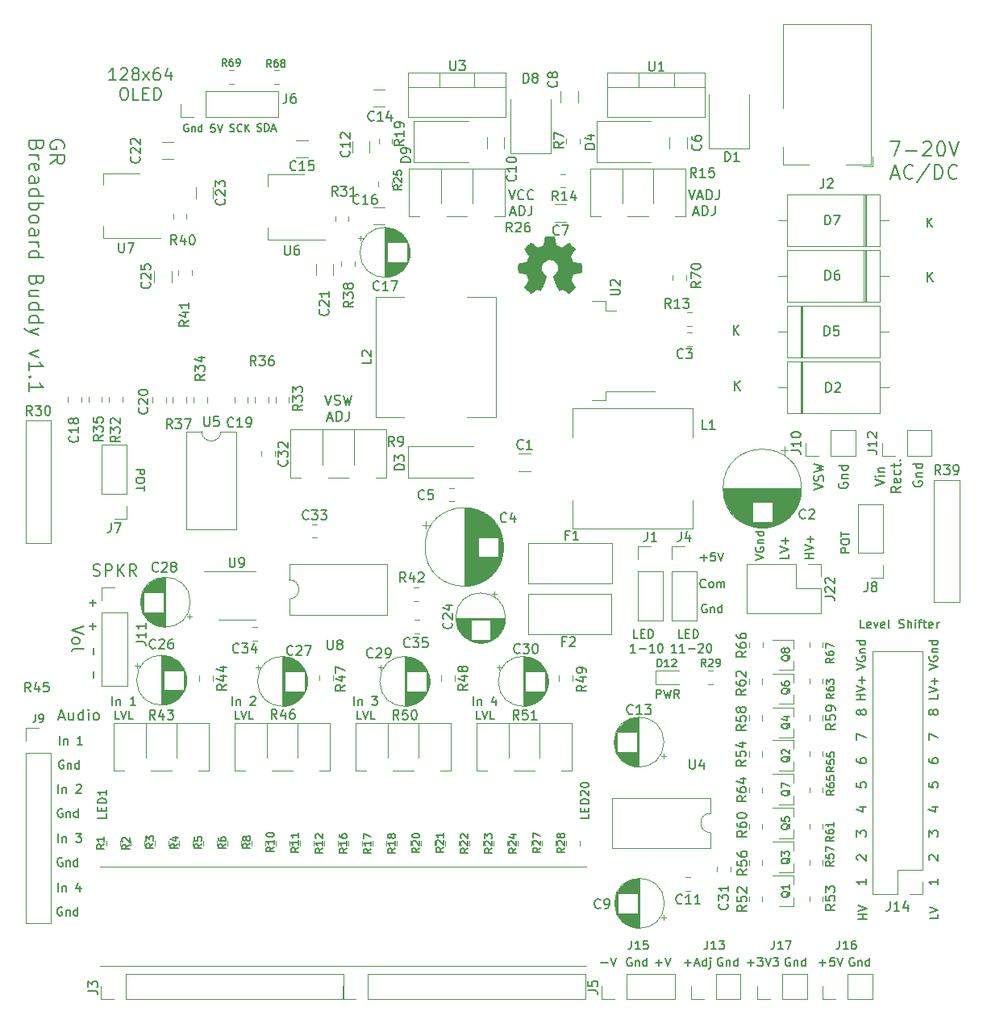
<source format=gbr>
G04 #@! TF.GenerationSoftware,KiCad,Pcbnew,(5.1.2-1)-1*
G04 #@! TF.CreationDate,2019-11-03T18:49:16-05:00*
G04 #@! TF.ProjectId,GR_BreadBoardBuddy,47525f42-7265-4616-9442-6f6172644275,rev?*
G04 #@! TF.SameCoordinates,Original*
G04 #@! TF.FileFunction,Legend,Top*
G04 #@! TF.FilePolarity,Positive*
%FSLAX46Y46*%
G04 Gerber Fmt 4.6, Leading zero omitted, Abs format (unit mm)*
G04 Created by KiCad (PCBNEW (5.1.2-1)-1) date 2019-11-03 18:49:16*
%MOMM*%
%LPD*%
G04 APERTURE LIST*
%ADD10C,0.152400*%
%ADD11C,0.150000*%
%ADD12C,0.010000*%
%ADD13C,0.120000*%
G04 APERTURE END LIST*
D10*
X92466160Y-114236500D02*
X93010445Y-114236500D01*
X92357302Y-114563071D02*
X92738302Y-113420071D01*
X93119302Y-114563071D01*
X93990160Y-113801071D02*
X93990160Y-114563071D01*
X93500302Y-113801071D02*
X93500302Y-114399785D01*
X93554731Y-114508642D01*
X93663588Y-114563071D01*
X93826874Y-114563071D01*
X93935731Y-114508642D01*
X93990160Y-114454214D01*
X95024302Y-114563071D02*
X95024302Y-113420071D01*
X95024302Y-114508642D02*
X94915445Y-114563071D01*
X94697731Y-114563071D01*
X94588874Y-114508642D01*
X94534445Y-114454214D01*
X94480017Y-114345357D01*
X94480017Y-114018785D01*
X94534445Y-113909928D01*
X94588874Y-113855500D01*
X94697731Y-113801071D01*
X94915445Y-113801071D01*
X95024302Y-113855500D01*
X95568588Y-114563071D02*
X95568588Y-113801071D01*
X95568588Y-113420071D02*
X95514160Y-113474500D01*
X95568588Y-113528928D01*
X95623017Y-113474500D01*
X95568588Y-113420071D01*
X95568588Y-113528928D01*
X96276160Y-114563071D02*
X96167302Y-114508642D01*
X96112874Y-114454214D01*
X96058445Y-114345357D01*
X96058445Y-114018785D01*
X96112874Y-113909928D01*
X96167302Y-113855500D01*
X96276160Y-113801071D01*
X96439445Y-113801071D01*
X96548302Y-113855500D01*
X96602731Y-113909928D01*
X96657160Y-114018785D01*
X96657160Y-114345357D01*
X96602731Y-114454214D01*
X96548302Y-114508642D01*
X96439445Y-114563071D01*
X96276160Y-114563071D01*
X98455721Y-47412123D02*
X97730007Y-47412123D01*
X98092864Y-47412123D02*
X98092864Y-46142123D01*
X97971912Y-46323552D01*
X97850960Y-46444504D01*
X97730007Y-46504980D01*
X98939531Y-46263076D02*
X99000007Y-46202600D01*
X99120960Y-46142123D01*
X99423340Y-46142123D01*
X99544293Y-46202600D01*
X99604769Y-46263076D01*
X99665245Y-46384028D01*
X99665245Y-46504980D01*
X99604769Y-46686409D01*
X98879055Y-47412123D01*
X99665245Y-47412123D01*
X100390960Y-46686409D02*
X100270007Y-46625933D01*
X100209531Y-46565457D01*
X100149055Y-46444504D01*
X100149055Y-46384028D01*
X100209531Y-46263076D01*
X100270007Y-46202600D01*
X100390960Y-46142123D01*
X100632864Y-46142123D01*
X100753817Y-46202600D01*
X100814293Y-46263076D01*
X100874769Y-46384028D01*
X100874769Y-46444504D01*
X100814293Y-46565457D01*
X100753817Y-46625933D01*
X100632864Y-46686409D01*
X100390960Y-46686409D01*
X100270007Y-46746885D01*
X100209531Y-46807361D01*
X100149055Y-46928314D01*
X100149055Y-47170219D01*
X100209531Y-47291171D01*
X100270007Y-47351647D01*
X100390960Y-47412123D01*
X100632864Y-47412123D01*
X100753817Y-47351647D01*
X100814293Y-47291171D01*
X100874769Y-47170219D01*
X100874769Y-46928314D01*
X100814293Y-46807361D01*
X100753817Y-46746885D01*
X100632864Y-46686409D01*
X101298102Y-47412123D02*
X101963340Y-46565457D01*
X101298102Y-46565457D02*
X101963340Y-47412123D01*
X102991436Y-46142123D02*
X102749531Y-46142123D01*
X102628579Y-46202600D01*
X102568102Y-46263076D01*
X102447150Y-46444504D01*
X102386674Y-46686409D01*
X102386674Y-47170219D01*
X102447150Y-47291171D01*
X102507626Y-47351647D01*
X102628579Y-47412123D01*
X102870483Y-47412123D01*
X102991436Y-47351647D01*
X103051912Y-47291171D01*
X103112388Y-47170219D01*
X103112388Y-46867838D01*
X103051912Y-46746885D01*
X102991436Y-46686409D01*
X102870483Y-46625933D01*
X102628579Y-46625933D01*
X102507626Y-46686409D01*
X102447150Y-46746885D01*
X102386674Y-46867838D01*
X104200960Y-46565457D02*
X104200960Y-47412123D01*
X103898579Y-46081647D02*
X103596198Y-46988790D01*
X104382388Y-46988790D01*
X99181436Y-48199523D02*
X99423340Y-48199523D01*
X99544293Y-48260000D01*
X99665245Y-48380952D01*
X99725721Y-48622857D01*
X99725721Y-49046190D01*
X99665245Y-49288095D01*
X99544293Y-49409047D01*
X99423340Y-49469523D01*
X99181436Y-49469523D01*
X99060483Y-49409047D01*
X98939531Y-49288095D01*
X98879055Y-49046190D01*
X98879055Y-48622857D01*
X98939531Y-48380952D01*
X99060483Y-48260000D01*
X99181436Y-48199523D01*
X100874769Y-49469523D02*
X100270007Y-49469523D01*
X100270007Y-48199523D01*
X101298102Y-48804285D02*
X101721436Y-48804285D01*
X101902864Y-49469523D02*
X101298102Y-49469523D01*
X101298102Y-48199523D01*
X101902864Y-48199523D01*
X102447150Y-49469523D02*
X102447150Y-48199523D01*
X102749531Y-48199523D01*
X102930960Y-48260000D01*
X103051912Y-48380952D01*
X103112388Y-48501904D01*
X103172864Y-48743809D01*
X103172864Y-48925238D01*
X103112388Y-49167142D01*
X103051912Y-49288095D01*
X102930960Y-49409047D01*
X102749531Y-49469523D01*
X102447150Y-49469523D01*
D11*
X113257451Y-52729089D02*
X113371737Y-52767184D01*
X113562213Y-52767184D01*
X113638403Y-52729089D01*
X113676499Y-52690994D01*
X113714594Y-52614803D01*
X113714594Y-52538613D01*
X113676499Y-52462422D01*
X113638403Y-52424327D01*
X113562213Y-52386232D01*
X113409832Y-52348137D01*
X113333641Y-52310041D01*
X113295546Y-52271946D01*
X113257451Y-52195756D01*
X113257451Y-52119565D01*
X113295546Y-52043375D01*
X113333641Y-52005280D01*
X113409832Y-51967184D01*
X113600308Y-51967184D01*
X113714594Y-52005280D01*
X114057451Y-52767184D02*
X114057451Y-51967184D01*
X114247927Y-51967184D01*
X114362213Y-52005280D01*
X114438403Y-52081470D01*
X114476499Y-52157660D01*
X114514594Y-52310041D01*
X114514594Y-52424327D01*
X114476499Y-52576708D01*
X114438403Y-52652899D01*
X114362213Y-52729089D01*
X114247927Y-52767184D01*
X114057451Y-52767184D01*
X114819356Y-52538613D02*
X115200308Y-52538613D01*
X114743165Y-52767184D02*
X115009832Y-51967184D01*
X115276499Y-52767184D01*
X110408848Y-52772269D02*
X110523134Y-52810364D01*
X110713610Y-52810364D01*
X110789800Y-52772269D01*
X110827896Y-52734174D01*
X110865991Y-52657983D01*
X110865991Y-52581793D01*
X110827896Y-52505602D01*
X110789800Y-52467507D01*
X110713610Y-52429412D01*
X110561229Y-52391317D01*
X110485039Y-52353221D01*
X110446943Y-52315126D01*
X110408848Y-52238936D01*
X110408848Y-52162745D01*
X110446943Y-52086555D01*
X110485039Y-52048460D01*
X110561229Y-52010364D01*
X110751705Y-52010364D01*
X110865991Y-52048460D01*
X111665991Y-52734174D02*
X111627896Y-52772269D01*
X111513610Y-52810364D01*
X111437420Y-52810364D01*
X111323134Y-52772269D01*
X111246943Y-52696079D01*
X111208848Y-52619888D01*
X111170753Y-52467507D01*
X111170753Y-52353221D01*
X111208848Y-52200840D01*
X111246943Y-52124650D01*
X111323134Y-52048460D01*
X111437420Y-52010364D01*
X111513610Y-52010364D01*
X111627896Y-52048460D01*
X111665991Y-52086555D01*
X112008848Y-52810364D02*
X112008848Y-52010364D01*
X112465991Y-52810364D02*
X112123134Y-52353221D01*
X112465991Y-52010364D02*
X112008848Y-52467507D01*
X108828859Y-52051004D02*
X108447906Y-52051004D01*
X108409811Y-52431957D01*
X108447906Y-52393861D01*
X108524097Y-52355766D01*
X108714573Y-52355766D01*
X108790763Y-52393861D01*
X108828859Y-52431957D01*
X108866954Y-52508147D01*
X108866954Y-52698623D01*
X108828859Y-52774814D01*
X108790763Y-52812909D01*
X108714573Y-52851004D01*
X108524097Y-52851004D01*
X108447906Y-52812909D01*
X108409811Y-52774814D01*
X109095525Y-52051004D02*
X109362192Y-52851004D01*
X109628859Y-52051004D01*
X106008234Y-52048460D02*
X105932043Y-52010364D01*
X105817758Y-52010364D01*
X105703472Y-52048460D01*
X105627281Y-52124650D01*
X105589186Y-52200840D01*
X105551091Y-52353221D01*
X105551091Y-52467507D01*
X105589186Y-52619888D01*
X105627281Y-52696079D01*
X105703472Y-52772269D01*
X105817758Y-52810364D01*
X105893948Y-52810364D01*
X106008234Y-52772269D01*
X106046329Y-52734174D01*
X106046329Y-52467507D01*
X105893948Y-52467507D01*
X106389186Y-52277031D02*
X106389186Y-52810364D01*
X106389186Y-52353221D02*
X106427281Y-52315126D01*
X106503472Y-52277031D01*
X106617758Y-52277031D01*
X106693948Y-52315126D01*
X106732043Y-52391317D01*
X106732043Y-52810364D01*
X107455853Y-52810364D02*
X107455853Y-52010364D01*
X107455853Y-52772269D02*
X107379662Y-52810364D01*
X107227281Y-52810364D01*
X107151091Y-52772269D01*
X107112996Y-52734174D01*
X107074900Y-52657983D01*
X107074900Y-52429412D01*
X107112996Y-52353221D01*
X107151091Y-52315126D01*
X107227281Y-52277031D01*
X107379662Y-52277031D01*
X107455853Y-52315126D01*
X92969080Y-54557022D02*
X93041651Y-54411880D01*
X93041651Y-54194165D01*
X92969080Y-53976451D01*
X92823937Y-53831308D01*
X92678794Y-53758737D01*
X92388508Y-53686165D01*
X92170794Y-53686165D01*
X91880508Y-53758737D01*
X91735365Y-53831308D01*
X91590222Y-53976451D01*
X91517651Y-54194165D01*
X91517651Y-54339308D01*
X91590222Y-54557022D01*
X91662794Y-54629594D01*
X92170794Y-54629594D01*
X92170794Y-54339308D01*
X91517651Y-56153594D02*
X92243365Y-55645594D01*
X91517651Y-55282737D02*
X93041651Y-55282737D01*
X93041651Y-55863308D01*
X92969080Y-56008451D01*
X92896508Y-56081022D01*
X92751365Y-56153594D01*
X92533651Y-56153594D01*
X92388508Y-56081022D01*
X92315937Y-56008451D01*
X92243365Y-55863308D01*
X92243365Y-55282737D01*
X175438542Y-96985800D02*
X174538542Y-96985800D01*
X174538542Y-96642942D01*
X174581400Y-96557228D01*
X174624257Y-96514371D01*
X174709971Y-96471514D01*
X174838542Y-96471514D01*
X174924257Y-96514371D01*
X174967114Y-96557228D01*
X175009971Y-96642942D01*
X175009971Y-96985800D01*
X174538542Y-95914371D02*
X174538542Y-95742942D01*
X174581400Y-95657228D01*
X174667114Y-95571514D01*
X174838542Y-95528657D01*
X175138542Y-95528657D01*
X175309971Y-95571514D01*
X175395685Y-95657228D01*
X175438542Y-95742942D01*
X175438542Y-95914371D01*
X175395685Y-96000085D01*
X175309971Y-96085800D01*
X175138542Y-96128657D01*
X174838542Y-96128657D01*
X174667114Y-96085800D01*
X174581400Y-96000085D01*
X174538542Y-95914371D01*
X174538542Y-95271514D02*
X174538542Y-94757228D01*
X175438542Y-95014371D02*
X174538542Y-95014371D01*
X100547697Y-88251320D02*
X101447697Y-88251320D01*
X101447697Y-88594177D01*
X101404840Y-88679891D01*
X101361982Y-88722748D01*
X101276268Y-88765605D01*
X101147697Y-88765605D01*
X101061982Y-88722748D01*
X101019125Y-88679891D01*
X100976268Y-88594177D01*
X100976268Y-88251320D01*
X101447697Y-89322748D02*
X101447697Y-89494177D01*
X101404840Y-89579891D01*
X101319125Y-89665605D01*
X101147697Y-89708462D01*
X100847697Y-89708462D01*
X100676268Y-89665605D01*
X100590554Y-89579891D01*
X100547697Y-89494177D01*
X100547697Y-89322748D01*
X100590554Y-89237034D01*
X100676268Y-89151320D01*
X100847697Y-89108462D01*
X101147697Y-89108462D01*
X101319125Y-89151320D01*
X101404840Y-89237034D01*
X101447697Y-89322748D01*
X101447697Y-89965605D02*
X101447697Y-90479891D01*
X100547697Y-90222748D02*
X101447697Y-90222748D01*
X96079794Y-106958645D02*
X96079794Y-107644360D01*
X96079794Y-109444360D02*
X96079794Y-110130074D01*
X95973114Y-101868485D02*
X95973114Y-102554200D01*
X95630257Y-102211342D02*
X96315971Y-102211342D01*
X95973114Y-104354200D02*
X95973114Y-105039914D01*
X95630257Y-104697057D02*
X96315971Y-104697057D01*
D10*
X96060622Y-99403867D02*
X96242051Y-99464343D01*
X96544432Y-99464343D01*
X96665384Y-99403867D01*
X96725860Y-99343391D01*
X96786337Y-99222439D01*
X96786337Y-99101486D01*
X96725860Y-98980534D01*
X96665384Y-98920058D01*
X96544432Y-98859581D01*
X96302527Y-98799105D01*
X96181575Y-98738629D01*
X96121099Y-98678153D01*
X96060622Y-98557200D01*
X96060622Y-98436248D01*
X96121099Y-98315296D01*
X96181575Y-98254820D01*
X96302527Y-98194343D01*
X96604908Y-98194343D01*
X96786337Y-98254820D01*
X97330622Y-99464343D02*
X97330622Y-98194343D01*
X97814432Y-98194343D01*
X97935384Y-98254820D01*
X97995860Y-98315296D01*
X98056337Y-98436248D01*
X98056337Y-98617677D01*
X97995860Y-98738629D01*
X97935384Y-98799105D01*
X97814432Y-98859581D01*
X97330622Y-98859581D01*
X98600622Y-99464343D02*
X98600622Y-98194343D01*
X99326337Y-99464343D02*
X98782051Y-98738629D01*
X99326337Y-98194343D02*
X98600622Y-98920058D01*
X100596337Y-99464343D02*
X100173003Y-98859581D01*
X99870622Y-99464343D02*
X99870622Y-98194343D01*
X100354432Y-98194343D01*
X100475384Y-98254820D01*
X100535860Y-98315296D01*
X100596337Y-98436248D01*
X100596337Y-98617677D01*
X100535860Y-98738629D01*
X100475384Y-98799105D01*
X100354432Y-98859581D01*
X99870622Y-98859581D01*
X95061556Y-104696743D02*
X93791556Y-105120077D01*
X95061556Y-105543410D01*
X93791556Y-106148172D02*
X93852032Y-106027220D01*
X93912508Y-105966743D01*
X94033460Y-105906267D01*
X94396318Y-105906267D01*
X94517270Y-105966743D01*
X94577746Y-106027220D01*
X94638222Y-106148172D01*
X94638222Y-106329600D01*
X94577746Y-106450553D01*
X94517270Y-106511029D01*
X94396318Y-106571505D01*
X94033460Y-106571505D01*
X93912508Y-106511029D01*
X93852032Y-106450553D01*
X93791556Y-106329600D01*
X93791556Y-106148172D01*
X93791556Y-107297220D02*
X93852032Y-107176267D01*
X93972984Y-107115791D01*
X95061556Y-107115791D01*
D11*
X148118302Y-124452994D02*
X148118302Y-124881565D01*
X147218302Y-124881565D01*
X147646874Y-124152994D02*
X147646874Y-123852994D01*
X148118302Y-123724422D02*
X148118302Y-124152994D01*
X147218302Y-124152994D01*
X147218302Y-123724422D01*
X148118302Y-123338708D02*
X147218302Y-123338708D01*
X147218302Y-123124422D01*
X147261160Y-122995851D01*
X147346874Y-122910137D01*
X147432588Y-122867280D01*
X147604017Y-122824422D01*
X147732588Y-122824422D01*
X147904017Y-122867280D01*
X147989731Y-122910137D01*
X148075445Y-122995851D01*
X148118302Y-123124422D01*
X148118302Y-123338708D01*
X147304017Y-122481565D02*
X147261160Y-122438708D01*
X147218302Y-122352994D01*
X147218302Y-122138708D01*
X147261160Y-122052994D01*
X147304017Y-122010137D01*
X147389731Y-121967280D01*
X147475445Y-121967280D01*
X147604017Y-122010137D01*
X148118302Y-122524422D01*
X148118302Y-121967280D01*
X147218302Y-121410137D02*
X147218302Y-121324422D01*
X147261160Y-121238708D01*
X147304017Y-121195851D01*
X147389731Y-121152994D01*
X147561160Y-121110137D01*
X147775445Y-121110137D01*
X147946874Y-121152994D01*
X148032588Y-121195851D01*
X148075445Y-121238708D01*
X148118302Y-121324422D01*
X148118302Y-121410137D01*
X148075445Y-121495851D01*
X148032588Y-121538708D01*
X147946874Y-121581565D01*
X147775445Y-121624422D01*
X147561160Y-121624422D01*
X147389731Y-121581565D01*
X147304017Y-121538708D01*
X147261160Y-121495851D01*
X147218302Y-121410137D01*
X97440222Y-124385102D02*
X97440222Y-124813674D01*
X96540222Y-124813674D01*
X96968794Y-124085102D02*
X96968794Y-123785102D01*
X97440222Y-123656531D02*
X97440222Y-124085102D01*
X96540222Y-124085102D01*
X96540222Y-123656531D01*
X97440222Y-123270817D02*
X96540222Y-123270817D01*
X96540222Y-123056531D01*
X96583080Y-122927960D01*
X96668794Y-122842245D01*
X96754508Y-122799388D01*
X96925937Y-122756531D01*
X97054508Y-122756531D01*
X97225937Y-122799388D01*
X97311651Y-122842245D01*
X97397365Y-122927960D01*
X97440222Y-123056531D01*
X97440222Y-123270817D01*
X97440222Y-121899388D02*
X97440222Y-122413674D01*
X97440222Y-122156531D02*
X96540222Y-122156531D01*
X96668794Y-122242245D01*
X96754508Y-122327960D01*
X96797365Y-122413674D01*
X92781668Y-134220800D02*
X92695954Y-134177942D01*
X92567382Y-134177942D01*
X92438811Y-134220800D01*
X92353097Y-134306514D01*
X92310240Y-134392228D01*
X92267382Y-134563657D01*
X92267382Y-134692228D01*
X92310240Y-134863657D01*
X92353097Y-134949371D01*
X92438811Y-135035085D01*
X92567382Y-135077942D01*
X92653097Y-135077942D01*
X92781668Y-135035085D01*
X92824525Y-134992228D01*
X92824525Y-134692228D01*
X92653097Y-134692228D01*
X93210240Y-134477942D02*
X93210240Y-135077942D01*
X93210240Y-134563657D02*
X93253097Y-134520800D01*
X93338811Y-134477942D01*
X93467382Y-134477942D01*
X93553097Y-134520800D01*
X93595954Y-134606514D01*
X93595954Y-135077942D01*
X94410240Y-135077942D02*
X94410240Y-134177942D01*
X94410240Y-135035085D02*
X94324525Y-135077942D01*
X94153097Y-135077942D01*
X94067382Y-135035085D01*
X94024525Y-134992228D01*
X93981668Y-134906514D01*
X93981668Y-134649371D01*
X94024525Y-134563657D01*
X94067382Y-134520800D01*
X94153097Y-134477942D01*
X94324525Y-134477942D01*
X94410240Y-134520800D01*
X92364548Y-132548102D02*
X92364548Y-131648102D01*
X92793120Y-131948102D02*
X92793120Y-132548102D01*
X92793120Y-132033817D02*
X92835977Y-131990960D01*
X92921691Y-131948102D01*
X93050262Y-131948102D01*
X93135977Y-131990960D01*
X93178834Y-132076674D01*
X93178834Y-132548102D01*
X94678834Y-131948102D02*
X94678834Y-132548102D01*
X94464548Y-131605245D02*
X94250262Y-132248102D01*
X94807405Y-132248102D01*
X92807068Y-129039200D02*
X92721354Y-128996342D01*
X92592782Y-128996342D01*
X92464211Y-129039200D01*
X92378497Y-129124914D01*
X92335640Y-129210628D01*
X92292782Y-129382057D01*
X92292782Y-129510628D01*
X92335640Y-129682057D01*
X92378497Y-129767771D01*
X92464211Y-129853485D01*
X92592782Y-129896342D01*
X92678497Y-129896342D01*
X92807068Y-129853485D01*
X92849925Y-129810628D01*
X92849925Y-129510628D01*
X92678497Y-129510628D01*
X93235640Y-129296342D02*
X93235640Y-129896342D01*
X93235640Y-129382057D02*
X93278497Y-129339200D01*
X93364211Y-129296342D01*
X93492782Y-129296342D01*
X93578497Y-129339200D01*
X93621354Y-129424914D01*
X93621354Y-129896342D01*
X94435640Y-129896342D02*
X94435640Y-128996342D01*
X94435640Y-129853485D02*
X94349925Y-129896342D01*
X94178497Y-129896342D01*
X94092782Y-129853485D01*
X94049925Y-129810628D01*
X94007068Y-129724914D01*
X94007068Y-129467771D01*
X94049925Y-129382057D01*
X94092782Y-129339200D01*
X94178497Y-129296342D01*
X94349925Y-129296342D01*
X94435640Y-129339200D01*
X92389948Y-127366502D02*
X92389948Y-126466502D01*
X92818520Y-126766502D02*
X92818520Y-127366502D01*
X92818520Y-126852217D02*
X92861377Y-126809360D01*
X92947091Y-126766502D01*
X93075662Y-126766502D01*
X93161377Y-126809360D01*
X93204234Y-126895074D01*
X93204234Y-127366502D01*
X94232805Y-126466502D02*
X94789948Y-126466502D01*
X94489948Y-126809360D01*
X94618520Y-126809360D01*
X94704234Y-126852217D01*
X94747091Y-126895074D01*
X94789948Y-126980788D01*
X94789948Y-127195074D01*
X94747091Y-127280788D01*
X94704234Y-127323645D01*
X94618520Y-127366502D01*
X94361377Y-127366502D01*
X94275662Y-127323645D01*
X94232805Y-127280788D01*
X92817228Y-123883000D02*
X92731514Y-123840142D01*
X92602942Y-123840142D01*
X92474371Y-123883000D01*
X92388657Y-123968714D01*
X92345800Y-124054428D01*
X92302942Y-124225857D01*
X92302942Y-124354428D01*
X92345800Y-124525857D01*
X92388657Y-124611571D01*
X92474371Y-124697285D01*
X92602942Y-124740142D01*
X92688657Y-124740142D01*
X92817228Y-124697285D01*
X92860085Y-124654428D01*
X92860085Y-124354428D01*
X92688657Y-124354428D01*
X93245800Y-124140142D02*
X93245800Y-124740142D01*
X93245800Y-124225857D02*
X93288657Y-124183000D01*
X93374371Y-124140142D01*
X93502942Y-124140142D01*
X93588657Y-124183000D01*
X93631514Y-124268714D01*
X93631514Y-124740142D01*
X94445800Y-124740142D02*
X94445800Y-123840142D01*
X94445800Y-124697285D02*
X94360085Y-124740142D01*
X94188657Y-124740142D01*
X94102942Y-124697285D01*
X94060085Y-124654428D01*
X94017228Y-124568714D01*
X94017228Y-124311571D01*
X94060085Y-124225857D01*
X94102942Y-124183000D01*
X94188657Y-124140142D01*
X94360085Y-124140142D01*
X94445800Y-124183000D01*
X92400108Y-122210302D02*
X92400108Y-121310302D01*
X92828680Y-121610302D02*
X92828680Y-122210302D01*
X92828680Y-121696017D02*
X92871537Y-121653160D01*
X92957251Y-121610302D01*
X93085822Y-121610302D01*
X93171537Y-121653160D01*
X93214394Y-121738874D01*
X93214394Y-122210302D01*
X94285822Y-121396017D02*
X94328680Y-121353160D01*
X94414394Y-121310302D01*
X94628680Y-121310302D01*
X94714394Y-121353160D01*
X94757251Y-121396017D01*
X94800108Y-121481731D01*
X94800108Y-121567445D01*
X94757251Y-121696017D01*
X94242965Y-122210302D01*
X94800108Y-122210302D01*
X92944228Y-118808080D02*
X92858514Y-118765222D01*
X92729942Y-118765222D01*
X92601371Y-118808080D01*
X92515657Y-118893794D01*
X92472800Y-118979508D01*
X92429942Y-119150937D01*
X92429942Y-119279508D01*
X92472800Y-119450937D01*
X92515657Y-119536651D01*
X92601371Y-119622365D01*
X92729942Y-119665222D01*
X92815657Y-119665222D01*
X92944228Y-119622365D01*
X92987085Y-119579508D01*
X92987085Y-119279508D01*
X92815657Y-119279508D01*
X93372800Y-119065222D02*
X93372800Y-119665222D01*
X93372800Y-119150937D02*
X93415657Y-119108080D01*
X93501371Y-119065222D01*
X93629942Y-119065222D01*
X93715657Y-119108080D01*
X93758514Y-119193794D01*
X93758514Y-119665222D01*
X94572800Y-119665222D02*
X94572800Y-118765222D01*
X94572800Y-119622365D02*
X94487085Y-119665222D01*
X94315657Y-119665222D01*
X94229942Y-119622365D01*
X94187085Y-119579508D01*
X94144228Y-119493794D01*
X94144228Y-119236651D01*
X94187085Y-119150937D01*
X94229942Y-119108080D01*
X94315657Y-119065222D01*
X94487085Y-119065222D01*
X94572800Y-119108080D01*
X92527108Y-117135382D02*
X92527108Y-116235382D01*
X92955680Y-116535382D02*
X92955680Y-117135382D01*
X92955680Y-116621097D02*
X92998537Y-116578240D01*
X93084251Y-116535382D01*
X93212822Y-116535382D01*
X93298537Y-116578240D01*
X93341394Y-116663954D01*
X93341394Y-117135382D01*
X94927108Y-117135382D02*
X94412822Y-117135382D01*
X94669965Y-117135382D02*
X94669965Y-116235382D01*
X94584251Y-116363954D01*
X94498537Y-116449668D01*
X94412822Y-116492525D01*
X136001748Y-112976702D02*
X136001748Y-112076702D01*
X136430320Y-112376702D02*
X136430320Y-112976702D01*
X136430320Y-112462417D02*
X136473177Y-112419560D01*
X136558891Y-112376702D01*
X136687462Y-112376702D01*
X136773177Y-112419560D01*
X136816034Y-112505274D01*
X136816034Y-112976702D01*
X138316034Y-112376702D02*
X138316034Y-112976702D01*
X138101748Y-112033845D02*
X137887462Y-112676702D01*
X138444605Y-112676702D01*
X136708891Y-114476702D02*
X136280320Y-114476702D01*
X136280320Y-113576702D01*
X136880320Y-113576702D02*
X137180320Y-114476702D01*
X137480320Y-113576702D01*
X138208891Y-114476702D02*
X137780320Y-114476702D01*
X137780320Y-113576702D01*
X123459228Y-112976702D02*
X123459228Y-112076702D01*
X123887800Y-112376702D02*
X123887800Y-112976702D01*
X123887800Y-112462417D02*
X123930657Y-112419560D01*
X124016371Y-112376702D01*
X124144942Y-112376702D01*
X124230657Y-112419560D01*
X124273514Y-112505274D01*
X124273514Y-112976702D01*
X125302085Y-112076702D02*
X125859228Y-112076702D01*
X125559228Y-112419560D01*
X125687800Y-112419560D01*
X125773514Y-112462417D01*
X125816371Y-112505274D01*
X125859228Y-112590988D01*
X125859228Y-112805274D01*
X125816371Y-112890988D01*
X125773514Y-112933845D01*
X125687800Y-112976702D01*
X125430657Y-112976702D01*
X125344942Y-112933845D01*
X125302085Y-112890988D01*
X124166371Y-114476702D02*
X123737800Y-114476702D01*
X123737800Y-113576702D01*
X124337800Y-113576702D02*
X124637800Y-114476702D01*
X124937800Y-113576702D01*
X125666371Y-114476702D02*
X125237800Y-114476702D01*
X125237800Y-113576702D01*
X110672868Y-112976702D02*
X110672868Y-112076702D01*
X111101440Y-112376702D02*
X111101440Y-112976702D01*
X111101440Y-112462417D02*
X111144297Y-112419560D01*
X111230011Y-112376702D01*
X111358582Y-112376702D01*
X111444297Y-112419560D01*
X111487154Y-112505274D01*
X111487154Y-112976702D01*
X112558582Y-112162417D02*
X112601440Y-112119560D01*
X112687154Y-112076702D01*
X112901440Y-112076702D01*
X112987154Y-112119560D01*
X113030011Y-112162417D01*
X113072868Y-112248131D01*
X113072868Y-112333845D01*
X113030011Y-112462417D01*
X112515725Y-112976702D01*
X113072868Y-112976702D01*
X111380011Y-114476702D02*
X110951440Y-114476702D01*
X110951440Y-113576702D01*
X111551440Y-113576702D02*
X111851440Y-114476702D01*
X112151440Y-113576702D01*
X112880011Y-114476702D02*
X112451440Y-114476702D01*
X112451440Y-113576702D01*
X98069388Y-112976702D02*
X98069388Y-112076702D01*
X98497960Y-112376702D02*
X98497960Y-112976702D01*
X98497960Y-112462417D02*
X98540817Y-112419560D01*
X98626531Y-112376702D01*
X98755102Y-112376702D01*
X98840817Y-112419560D01*
X98883674Y-112505274D01*
X98883674Y-112976702D01*
X100469388Y-112976702D02*
X99955102Y-112976702D01*
X100212245Y-112976702D02*
X100212245Y-112076702D01*
X100126531Y-112205274D01*
X100040817Y-112290988D01*
X99955102Y-112333845D01*
X98776531Y-114476702D02*
X98347960Y-114476702D01*
X98347960Y-113576702D01*
X98947960Y-113576702D02*
X99247960Y-114476702D01*
X99547960Y-113576702D01*
X100276531Y-114476702D02*
X99847960Y-114476702D01*
X99847960Y-113576702D01*
X155149700Y-112256042D02*
X155149700Y-111356042D01*
X155492557Y-111356042D01*
X155578271Y-111398900D01*
X155621128Y-111441757D01*
X155663985Y-111527471D01*
X155663985Y-111656042D01*
X155621128Y-111741757D01*
X155578271Y-111784614D01*
X155492557Y-111827471D01*
X155149700Y-111827471D01*
X155963985Y-111356042D02*
X156178271Y-112256042D01*
X156349700Y-111613185D01*
X156521128Y-112256042D01*
X156735414Y-111356042D01*
X157592557Y-112256042D02*
X157292557Y-111827471D01*
X157078271Y-112256042D02*
X157078271Y-111356042D01*
X157421128Y-111356042D01*
X157506842Y-111398900D01*
X157549700Y-111441757D01*
X157592557Y-111527471D01*
X157592557Y-111656042D01*
X157549700Y-111741757D01*
X157506842Y-111784614D01*
X157421128Y-111827471D01*
X157078271Y-111827471D01*
X169037742Y-97133485D02*
X169037742Y-97562057D01*
X168137742Y-97562057D01*
X168137742Y-96962057D02*
X169037742Y-96662057D01*
X168137742Y-96362057D01*
X168694885Y-96062057D02*
X168694885Y-95376342D01*
X169037742Y-95719200D02*
X168352028Y-95719200D01*
X171692042Y-97593000D02*
X170792042Y-97593000D01*
X171220614Y-97593000D02*
X171220614Y-97078714D01*
X171692042Y-97078714D02*
X170792042Y-97078714D01*
X170792042Y-96778714D02*
X171692042Y-96478714D01*
X170792042Y-96178714D01*
X171349185Y-95878714D02*
X171349185Y-95193000D01*
X171692042Y-95535857D02*
X171006328Y-95535857D01*
X165585042Y-97792185D02*
X166485042Y-97492185D01*
X165585042Y-97192185D01*
X165627900Y-96420757D02*
X165585042Y-96506471D01*
X165585042Y-96635042D01*
X165627900Y-96763614D01*
X165713614Y-96849328D01*
X165799328Y-96892185D01*
X165970757Y-96935042D01*
X166099328Y-96935042D01*
X166270757Y-96892185D01*
X166356471Y-96849328D01*
X166442185Y-96763614D01*
X166485042Y-96635042D01*
X166485042Y-96549328D01*
X166442185Y-96420757D01*
X166399328Y-96377900D01*
X166099328Y-96377900D01*
X166099328Y-96549328D01*
X165885042Y-95992185D02*
X166485042Y-95992185D01*
X165970757Y-95992185D02*
X165927900Y-95949328D01*
X165885042Y-95863614D01*
X165885042Y-95735042D01*
X165927900Y-95649328D01*
X166013614Y-95606471D01*
X166485042Y-95606471D01*
X166485042Y-94792185D02*
X165585042Y-94792185D01*
X166442185Y-94792185D02*
X166485042Y-94877900D01*
X166485042Y-95049328D01*
X166442185Y-95135042D01*
X166399328Y-95177900D01*
X166313614Y-95220757D01*
X166056471Y-95220757D01*
X165970757Y-95177900D01*
X165927900Y-95135042D01*
X165885042Y-95049328D01*
X165885042Y-94877900D01*
X165927900Y-94792185D01*
X178146519Y-90003690D02*
X179162519Y-89665023D01*
X178146519Y-89326357D01*
X179162519Y-88987690D02*
X178485185Y-88987690D01*
X178146519Y-88987690D02*
X178194900Y-89036071D01*
X178243280Y-88987690D01*
X178194900Y-88939309D01*
X178146519Y-88987690D01*
X178243280Y-88987690D01*
X178485185Y-88503880D02*
X179162519Y-88503880D01*
X178581947Y-88503880D02*
X178533566Y-88455500D01*
X178485185Y-88358738D01*
X178485185Y-88213595D01*
X178533566Y-88116833D01*
X178630328Y-88068452D01*
X179162519Y-88068452D01*
X180836519Y-90052071D02*
X180352709Y-90390738D01*
X180836519Y-90632642D02*
X179820519Y-90632642D01*
X179820519Y-90245595D01*
X179868900Y-90148833D01*
X179917280Y-90100452D01*
X180014042Y-90052071D01*
X180159185Y-90052071D01*
X180255947Y-90100452D01*
X180304328Y-90148833D01*
X180352709Y-90245595D01*
X180352709Y-90632642D01*
X180788138Y-89229595D02*
X180836519Y-89326357D01*
X180836519Y-89519880D01*
X180788138Y-89616642D01*
X180691376Y-89665023D01*
X180304328Y-89665023D01*
X180207566Y-89616642D01*
X180159185Y-89519880D01*
X180159185Y-89326357D01*
X180207566Y-89229595D01*
X180304328Y-89181214D01*
X180401090Y-89181214D01*
X180497852Y-89665023D01*
X180788138Y-88310357D02*
X180836519Y-88407119D01*
X180836519Y-88600642D01*
X180788138Y-88697404D01*
X180739757Y-88745785D01*
X180642995Y-88794166D01*
X180352709Y-88794166D01*
X180255947Y-88745785D01*
X180207566Y-88697404D01*
X180159185Y-88600642D01*
X180159185Y-88407119D01*
X180207566Y-88310357D01*
X180159185Y-88020071D02*
X180159185Y-87633023D01*
X179820519Y-87874928D02*
X180691376Y-87874928D01*
X180788138Y-87826547D01*
X180836519Y-87729785D01*
X180836519Y-87633023D01*
X180739757Y-87294357D02*
X180788138Y-87245976D01*
X180836519Y-87294357D01*
X180788138Y-87342738D01*
X180739757Y-87294357D01*
X180836519Y-87294357D01*
X182156100Y-89502342D02*
X182107719Y-89599104D01*
X182107719Y-89744247D01*
X182156100Y-89889390D01*
X182252861Y-89986152D01*
X182349623Y-90034533D01*
X182543147Y-90082914D01*
X182688290Y-90082914D01*
X182881814Y-90034533D01*
X182978576Y-89986152D01*
X183075338Y-89889390D01*
X183123719Y-89744247D01*
X183123719Y-89647485D01*
X183075338Y-89502342D01*
X183026957Y-89453961D01*
X182688290Y-89453961D01*
X182688290Y-89647485D01*
X182446385Y-89018533D02*
X183123719Y-89018533D01*
X182543147Y-89018533D02*
X182494766Y-88970152D01*
X182446385Y-88873390D01*
X182446385Y-88728247D01*
X182494766Y-88631485D01*
X182591528Y-88583104D01*
X183123719Y-88583104D01*
X183123719Y-87663866D02*
X182107719Y-87663866D01*
X183075338Y-87663866D02*
X183123719Y-87760628D01*
X183123719Y-87954152D01*
X183075338Y-88050914D01*
X183026957Y-88099295D01*
X182930195Y-88147676D01*
X182639909Y-88147676D01*
X182543147Y-88099295D01*
X182494766Y-88050914D01*
X182446385Y-87954152D01*
X182446385Y-87760628D01*
X182494766Y-87663866D01*
X174332900Y-89680142D02*
X174284519Y-89776904D01*
X174284519Y-89922047D01*
X174332900Y-90067190D01*
X174429661Y-90163952D01*
X174526423Y-90212333D01*
X174719947Y-90260714D01*
X174865090Y-90260714D01*
X175058614Y-90212333D01*
X175155376Y-90163952D01*
X175252138Y-90067190D01*
X175300519Y-89922047D01*
X175300519Y-89825285D01*
X175252138Y-89680142D01*
X175203757Y-89631761D01*
X174865090Y-89631761D01*
X174865090Y-89825285D01*
X174623185Y-89196333D02*
X175300519Y-89196333D01*
X174719947Y-89196333D02*
X174671566Y-89147952D01*
X174623185Y-89051190D01*
X174623185Y-88906047D01*
X174671566Y-88809285D01*
X174768328Y-88760904D01*
X175300519Y-88760904D01*
X175300519Y-87841666D02*
X174284519Y-87841666D01*
X175252138Y-87841666D02*
X175300519Y-87938428D01*
X175300519Y-88131952D01*
X175252138Y-88228714D01*
X175203757Y-88277095D01*
X175106995Y-88325476D01*
X174816709Y-88325476D01*
X174719947Y-88277095D01*
X174671566Y-88228714D01*
X174623185Y-88131952D01*
X174623185Y-87938428D01*
X174671566Y-87841666D01*
X171706419Y-90430047D02*
X172722419Y-90091380D01*
X171706419Y-89752714D01*
X172674038Y-89462428D02*
X172722419Y-89317285D01*
X172722419Y-89075380D01*
X172674038Y-88978619D01*
X172625657Y-88930238D01*
X172528895Y-88881857D01*
X172432133Y-88881857D01*
X172335371Y-88930238D01*
X172286990Y-88978619D01*
X172238609Y-89075380D01*
X172190228Y-89268904D01*
X172141847Y-89365666D01*
X172093466Y-89414047D01*
X171996704Y-89462428D01*
X171899942Y-89462428D01*
X171803180Y-89414047D01*
X171754800Y-89365666D01*
X171706419Y-89268904D01*
X171706419Y-89027000D01*
X171754800Y-88881857D01*
X171706419Y-88543190D02*
X172722419Y-88301285D01*
X171996704Y-88107761D01*
X172722419Y-87914238D01*
X171706419Y-87672333D01*
X120428052Y-80470819D02*
X120766719Y-81486819D01*
X121105385Y-80470819D01*
X121395671Y-81438438D02*
X121540814Y-81486819D01*
X121782719Y-81486819D01*
X121879480Y-81438438D01*
X121927861Y-81390057D01*
X121976242Y-81293295D01*
X121976242Y-81196533D01*
X121927861Y-81099771D01*
X121879480Y-81051390D01*
X121782719Y-81003009D01*
X121589195Y-80954628D01*
X121492433Y-80906247D01*
X121444052Y-80857866D01*
X121395671Y-80761104D01*
X121395671Y-80664342D01*
X121444052Y-80567580D01*
X121492433Y-80519200D01*
X121589195Y-80470819D01*
X121831100Y-80470819D01*
X121976242Y-80519200D01*
X122314909Y-80470819D02*
X122556814Y-81486819D01*
X122750338Y-80761104D01*
X122943861Y-81486819D01*
X123185766Y-80470819D01*
X120694147Y-82870533D02*
X121177957Y-82870533D01*
X120597385Y-83160819D02*
X120936052Y-82144819D01*
X121274719Y-83160819D01*
X121613385Y-83160819D02*
X121613385Y-82144819D01*
X121855290Y-82144819D01*
X122000433Y-82193200D01*
X122097195Y-82289961D01*
X122145576Y-82386723D01*
X122193957Y-82580247D01*
X122193957Y-82725390D01*
X122145576Y-82918914D01*
X122097195Y-83015676D01*
X122000433Y-83112438D01*
X121855290Y-83160819D01*
X121613385Y-83160819D01*
X122919671Y-82144819D02*
X122919671Y-82870533D01*
X122871290Y-83015676D01*
X122774528Y-83112438D01*
X122629385Y-83160819D01*
X122532623Y-83160819D01*
X139653433Y-58918919D02*
X139992100Y-59934919D01*
X140330766Y-58918919D01*
X141250004Y-59838157D02*
X141201623Y-59886538D01*
X141056480Y-59934919D01*
X140959719Y-59934919D01*
X140814576Y-59886538D01*
X140717814Y-59789776D01*
X140669433Y-59693014D01*
X140621052Y-59499490D01*
X140621052Y-59354347D01*
X140669433Y-59160823D01*
X140717814Y-59064061D01*
X140814576Y-58967300D01*
X140959719Y-58918919D01*
X141056480Y-58918919D01*
X141201623Y-58967300D01*
X141250004Y-59015680D01*
X142266004Y-59838157D02*
X142217623Y-59886538D01*
X142072480Y-59934919D01*
X141975719Y-59934919D01*
X141830576Y-59886538D01*
X141733814Y-59789776D01*
X141685433Y-59693014D01*
X141637052Y-59499490D01*
X141637052Y-59354347D01*
X141685433Y-59160823D01*
X141733814Y-59064061D01*
X141830576Y-58967300D01*
X141975719Y-58918919D01*
X142072480Y-58918919D01*
X142217623Y-58967300D01*
X142266004Y-59015680D01*
X139871147Y-61318633D02*
X140354957Y-61318633D01*
X139774385Y-61608919D02*
X140113052Y-60592919D01*
X140451719Y-61608919D01*
X140790385Y-61608919D02*
X140790385Y-60592919D01*
X141032290Y-60592919D01*
X141177433Y-60641300D01*
X141274195Y-60738061D01*
X141322576Y-60834823D01*
X141370957Y-61028347D01*
X141370957Y-61173490D01*
X141322576Y-61367014D01*
X141274195Y-61463776D01*
X141177433Y-61560538D01*
X141032290Y-61608919D01*
X140790385Y-61608919D01*
X142096671Y-60592919D02*
X142096671Y-61318633D01*
X142048290Y-61463776D01*
X141951528Y-61560538D01*
X141806385Y-61608919D01*
X141709623Y-61608919D01*
X158579457Y-58918919D02*
X158918123Y-59934919D01*
X159256790Y-58918919D01*
X159547076Y-59644633D02*
X160030885Y-59644633D01*
X159450314Y-59934919D02*
X159788980Y-58918919D01*
X160127647Y-59934919D01*
X160466314Y-59934919D02*
X160466314Y-58918919D01*
X160708219Y-58918919D01*
X160853361Y-58967300D01*
X160950123Y-59064061D01*
X160998504Y-59160823D01*
X161046885Y-59354347D01*
X161046885Y-59499490D01*
X160998504Y-59693014D01*
X160950123Y-59789776D01*
X160853361Y-59886538D01*
X160708219Y-59934919D01*
X160466314Y-59934919D01*
X161772600Y-58918919D02*
X161772600Y-59644633D01*
X161724219Y-59789776D01*
X161627457Y-59886538D01*
X161482314Y-59934919D01*
X161385552Y-59934919D01*
X159111647Y-61318633D02*
X159595457Y-61318633D01*
X159014885Y-61608919D02*
X159353552Y-60592919D01*
X159692219Y-61608919D01*
X160030885Y-61608919D02*
X160030885Y-60592919D01*
X160272790Y-60592919D01*
X160417933Y-60641300D01*
X160514695Y-60738061D01*
X160563076Y-60834823D01*
X160611457Y-61028347D01*
X160611457Y-61173490D01*
X160563076Y-61367014D01*
X160514695Y-61463776D01*
X160417933Y-61560538D01*
X160272790Y-61608919D01*
X160030885Y-61608919D01*
X161337171Y-60592919D02*
X161337171Y-61318633D01*
X161288790Y-61463776D01*
X161192028Y-61560538D01*
X161046885Y-61608919D01*
X160950123Y-61608919D01*
X179781200Y-53852828D02*
X180797200Y-53852828D01*
X180144057Y-55376828D01*
X181377771Y-54796257D02*
X182538914Y-54796257D01*
X183192057Y-53997971D02*
X183264628Y-53925400D01*
X183409771Y-53852828D01*
X183772628Y-53852828D01*
X183917771Y-53925400D01*
X183990342Y-53997971D01*
X184062914Y-54143114D01*
X184062914Y-54288257D01*
X183990342Y-54505971D01*
X183119485Y-55376828D01*
X184062914Y-55376828D01*
X185006342Y-53852828D02*
X185151485Y-53852828D01*
X185296628Y-53925400D01*
X185369200Y-53997971D01*
X185441771Y-54143114D01*
X185514342Y-54433400D01*
X185514342Y-54796257D01*
X185441771Y-55086542D01*
X185369200Y-55231685D01*
X185296628Y-55304257D01*
X185151485Y-55376828D01*
X185006342Y-55376828D01*
X184861200Y-55304257D01*
X184788628Y-55231685D01*
X184716057Y-55086542D01*
X184643485Y-54796257D01*
X184643485Y-54433400D01*
X184716057Y-54143114D01*
X184788628Y-53997971D01*
X184861200Y-53925400D01*
X185006342Y-53852828D01*
X185949771Y-53852828D02*
X186457771Y-55376828D01*
X186965771Y-53852828D01*
X179890057Y-57377400D02*
X180615771Y-57377400D01*
X179744914Y-57812828D02*
X180252914Y-56288828D01*
X180760914Y-57812828D01*
X182139771Y-57667685D02*
X182067200Y-57740257D01*
X181849485Y-57812828D01*
X181704342Y-57812828D01*
X181486628Y-57740257D01*
X181341485Y-57595114D01*
X181268914Y-57449971D01*
X181196342Y-57159685D01*
X181196342Y-56941971D01*
X181268914Y-56651685D01*
X181341485Y-56506542D01*
X181486628Y-56361400D01*
X181704342Y-56288828D01*
X181849485Y-56288828D01*
X182067200Y-56361400D01*
X182139771Y-56433971D01*
X183881485Y-56216257D02*
X182575200Y-58175685D01*
X184389485Y-57812828D02*
X184389485Y-56288828D01*
X184752342Y-56288828D01*
X184970057Y-56361400D01*
X185115200Y-56506542D01*
X185187771Y-56651685D01*
X185260342Y-56941971D01*
X185260342Y-57159685D01*
X185187771Y-57449971D01*
X185115200Y-57595114D01*
X184970057Y-57740257D01*
X184752342Y-57812828D01*
X184389485Y-57812828D01*
X186784342Y-57667685D02*
X186711771Y-57740257D01*
X186494057Y-57812828D01*
X186348914Y-57812828D01*
X186131200Y-57740257D01*
X185986057Y-57595114D01*
X185913485Y-57449971D01*
X185840914Y-57159685D01*
X185840914Y-56941971D01*
X185913485Y-56651685D01*
X185986057Y-56506542D01*
X186131200Y-56361400D01*
X186348914Y-56288828D01*
X186494057Y-56288828D01*
X186711771Y-56361400D01*
X186784342Y-56433971D01*
X160358228Y-100587928D02*
X160315371Y-100630785D01*
X160186800Y-100673642D01*
X160101085Y-100673642D01*
X159972514Y-100630785D01*
X159886800Y-100545071D01*
X159843942Y-100459357D01*
X159801085Y-100287928D01*
X159801085Y-100159357D01*
X159843942Y-99987928D01*
X159886800Y-99902214D01*
X159972514Y-99816500D01*
X160101085Y-99773642D01*
X160186800Y-99773642D01*
X160315371Y-99816500D01*
X160358228Y-99859357D01*
X160872514Y-100673642D02*
X160786800Y-100630785D01*
X160743942Y-100587928D01*
X160701085Y-100502214D01*
X160701085Y-100245071D01*
X160743942Y-100159357D01*
X160786800Y-100116500D01*
X160872514Y-100073642D01*
X161001085Y-100073642D01*
X161086800Y-100116500D01*
X161129657Y-100159357D01*
X161172514Y-100245071D01*
X161172514Y-100502214D01*
X161129657Y-100587928D01*
X161086800Y-100630785D01*
X161001085Y-100673642D01*
X160872514Y-100673642D01*
X161558228Y-100673642D02*
X161558228Y-100073642D01*
X161558228Y-100159357D02*
X161601085Y-100116500D01*
X161686800Y-100073642D01*
X161815371Y-100073642D01*
X161901085Y-100116500D01*
X161943942Y-100202214D01*
X161943942Y-100673642D01*
X161943942Y-100202214D02*
X161986800Y-100116500D01*
X162072514Y-100073642D01*
X162201085Y-100073642D01*
X162286800Y-100116500D01*
X162329657Y-100202214D01*
X162329657Y-100673642D01*
X157955571Y-105956142D02*
X157527000Y-105956142D01*
X157527000Y-105056142D01*
X158255571Y-105484714D02*
X158555571Y-105484714D01*
X158684142Y-105956142D02*
X158255571Y-105956142D01*
X158255571Y-105056142D01*
X158684142Y-105056142D01*
X159069857Y-105956142D02*
X159069857Y-105056142D01*
X159284142Y-105056142D01*
X159412714Y-105099000D01*
X159498428Y-105184714D01*
X159541285Y-105270428D01*
X159584142Y-105441857D01*
X159584142Y-105570428D01*
X159541285Y-105741857D01*
X159498428Y-105827571D01*
X159412714Y-105913285D01*
X159284142Y-105956142D01*
X159069857Y-105956142D01*
X157291285Y-107456142D02*
X156777000Y-107456142D01*
X157034142Y-107456142D02*
X157034142Y-106556142D01*
X156948428Y-106684714D01*
X156862714Y-106770428D01*
X156777000Y-106813285D01*
X158148428Y-107456142D02*
X157634142Y-107456142D01*
X157891285Y-107456142D02*
X157891285Y-106556142D01*
X157805571Y-106684714D01*
X157719857Y-106770428D01*
X157634142Y-106813285D01*
X158534142Y-107113285D02*
X159219857Y-107113285D01*
X159605571Y-106641857D02*
X159648428Y-106599000D01*
X159734142Y-106556142D01*
X159948428Y-106556142D01*
X160034142Y-106599000D01*
X160077000Y-106641857D01*
X160119857Y-106727571D01*
X160119857Y-106813285D01*
X160077000Y-106941857D01*
X159562714Y-107456142D01*
X160119857Y-107456142D01*
X160677000Y-106556142D02*
X160762714Y-106556142D01*
X160848428Y-106599000D01*
X160891285Y-106641857D01*
X160934142Y-106727571D01*
X160977000Y-106899000D01*
X160977000Y-107113285D01*
X160934142Y-107284714D01*
X160891285Y-107370428D01*
X160848428Y-107413285D01*
X160762714Y-107456142D01*
X160677000Y-107456142D01*
X160591285Y-107413285D01*
X160548428Y-107370428D01*
X160505571Y-107284714D01*
X160462714Y-107113285D01*
X160462714Y-106899000D01*
X160505571Y-106727571D01*
X160548428Y-106641857D01*
X160591285Y-106599000D01*
X160677000Y-106556142D01*
X153256571Y-105956142D02*
X152828000Y-105956142D01*
X152828000Y-105056142D01*
X153556571Y-105484714D02*
X153856571Y-105484714D01*
X153985142Y-105956142D02*
X153556571Y-105956142D01*
X153556571Y-105056142D01*
X153985142Y-105056142D01*
X154370857Y-105956142D02*
X154370857Y-105056142D01*
X154585142Y-105056142D01*
X154713714Y-105099000D01*
X154799428Y-105184714D01*
X154842285Y-105270428D01*
X154885142Y-105441857D01*
X154885142Y-105570428D01*
X154842285Y-105741857D01*
X154799428Y-105827571D01*
X154713714Y-105913285D01*
X154585142Y-105956142D01*
X154370857Y-105956142D01*
X153020857Y-107456142D02*
X152506571Y-107456142D01*
X152763714Y-107456142D02*
X152763714Y-106556142D01*
X152678000Y-106684714D01*
X152592285Y-106770428D01*
X152506571Y-106813285D01*
X153406571Y-107113285D02*
X154092285Y-107113285D01*
X154992285Y-107456142D02*
X154478000Y-107456142D01*
X154735142Y-107456142D02*
X154735142Y-106556142D01*
X154649428Y-106684714D01*
X154563714Y-106770428D01*
X154478000Y-106813285D01*
X155549428Y-106556142D02*
X155635142Y-106556142D01*
X155720857Y-106599000D01*
X155763714Y-106641857D01*
X155806571Y-106727571D01*
X155849428Y-106899000D01*
X155849428Y-107113285D01*
X155806571Y-107284714D01*
X155763714Y-107370428D01*
X155720857Y-107413285D01*
X155635142Y-107456142D01*
X155549428Y-107456142D01*
X155463714Y-107413285D01*
X155420857Y-107370428D01*
X155378000Y-107284714D01*
X155335142Y-107113285D01*
X155335142Y-106899000D01*
X155378000Y-106727571D01*
X155420857Y-106641857D01*
X155463714Y-106599000D01*
X155549428Y-106556142D01*
X160444728Y-102420000D02*
X160359014Y-102377142D01*
X160230442Y-102377142D01*
X160101871Y-102420000D01*
X160016157Y-102505714D01*
X159973300Y-102591428D01*
X159930442Y-102762857D01*
X159930442Y-102891428D01*
X159973300Y-103062857D01*
X160016157Y-103148571D01*
X160101871Y-103234285D01*
X160230442Y-103277142D01*
X160316157Y-103277142D01*
X160444728Y-103234285D01*
X160487585Y-103191428D01*
X160487585Y-102891428D01*
X160316157Y-102891428D01*
X160873300Y-102677142D02*
X160873300Y-103277142D01*
X160873300Y-102762857D02*
X160916157Y-102720000D01*
X161001871Y-102677142D01*
X161130442Y-102677142D01*
X161216157Y-102720000D01*
X161259014Y-102805714D01*
X161259014Y-103277142D01*
X162073300Y-103277142D02*
X162073300Y-102377142D01*
X162073300Y-103234285D02*
X161987585Y-103277142D01*
X161816157Y-103277142D01*
X161730442Y-103234285D01*
X161687585Y-103191428D01*
X161644728Y-103105714D01*
X161644728Y-102848571D01*
X161687585Y-102762857D01*
X161730442Y-102720000D01*
X161816157Y-102677142D01*
X161987585Y-102677142D01*
X162073300Y-102720000D01*
X159802657Y-97536785D02*
X160488371Y-97536785D01*
X160145514Y-97879642D02*
X160145514Y-97193928D01*
X161345514Y-96979642D02*
X160916942Y-96979642D01*
X160874085Y-97408214D01*
X160916942Y-97365357D01*
X161002657Y-97322500D01*
X161216942Y-97322500D01*
X161302657Y-97365357D01*
X161345514Y-97408214D01*
X161388371Y-97493928D01*
X161388371Y-97708214D01*
X161345514Y-97793928D01*
X161302657Y-97836785D01*
X161216942Y-97879642D01*
X161002657Y-97879642D01*
X160916942Y-97836785D01*
X160874085Y-97793928D01*
X161645514Y-96979642D02*
X161945514Y-97879642D01*
X162245514Y-96979642D01*
X155100428Y-140018285D02*
X155786142Y-140018285D01*
X155443285Y-140361142D02*
X155443285Y-139675428D01*
X156086142Y-139461142D02*
X156386142Y-140361142D01*
X156686142Y-139461142D01*
X152583428Y-139504000D02*
X152497714Y-139461142D01*
X152369142Y-139461142D01*
X152240571Y-139504000D01*
X152154857Y-139589714D01*
X152112000Y-139675428D01*
X152069142Y-139846857D01*
X152069142Y-139975428D01*
X152112000Y-140146857D01*
X152154857Y-140232571D01*
X152240571Y-140318285D01*
X152369142Y-140361142D01*
X152454857Y-140361142D01*
X152583428Y-140318285D01*
X152626285Y-140275428D01*
X152626285Y-139975428D01*
X152454857Y-139975428D01*
X153012000Y-139761142D02*
X153012000Y-140361142D01*
X153012000Y-139846857D02*
X153054857Y-139804000D01*
X153140571Y-139761142D01*
X153269142Y-139761142D01*
X153354857Y-139804000D01*
X153397714Y-139889714D01*
X153397714Y-140361142D01*
X154212000Y-140361142D02*
X154212000Y-139461142D01*
X154212000Y-140318285D02*
X154126285Y-140361142D01*
X153954857Y-140361142D01*
X153869142Y-140318285D01*
X153826285Y-140275428D01*
X153783428Y-140189714D01*
X153783428Y-139932571D01*
X153826285Y-139846857D01*
X153869142Y-139804000D01*
X153954857Y-139761142D01*
X154126285Y-139761142D01*
X154212000Y-139804000D01*
X149385428Y-140018285D02*
X150071142Y-140018285D01*
X150371142Y-139461142D02*
X150671142Y-140361142D01*
X150971142Y-139461142D01*
X158162000Y-140018285D02*
X158847714Y-140018285D01*
X158504857Y-140361142D02*
X158504857Y-139675428D01*
X159233428Y-140104000D02*
X159662000Y-140104000D01*
X159147714Y-140361142D02*
X159447714Y-139461142D01*
X159747714Y-140361142D01*
X160433428Y-140361142D02*
X160433428Y-139461142D01*
X160433428Y-140318285D02*
X160347714Y-140361142D01*
X160176285Y-140361142D01*
X160090571Y-140318285D01*
X160047714Y-140275428D01*
X160004857Y-140189714D01*
X160004857Y-139932571D01*
X160047714Y-139846857D01*
X160090571Y-139804000D01*
X160176285Y-139761142D01*
X160347714Y-139761142D01*
X160433428Y-139804000D01*
X160862000Y-139761142D02*
X160862000Y-140532571D01*
X160819142Y-140618285D01*
X160733428Y-140661142D01*
X160690571Y-140661142D01*
X160862000Y-139461142D02*
X160819142Y-139504000D01*
X160862000Y-139546857D01*
X160904857Y-139504000D01*
X160862000Y-139461142D01*
X160862000Y-139546857D01*
X172324857Y-140018285D02*
X173010571Y-140018285D01*
X172667714Y-140361142D02*
X172667714Y-139675428D01*
X173867714Y-139461142D02*
X173439142Y-139461142D01*
X173396285Y-139889714D01*
X173439142Y-139846857D01*
X173524857Y-139804000D01*
X173739142Y-139804000D01*
X173824857Y-139846857D01*
X173867714Y-139889714D01*
X173910571Y-139975428D01*
X173910571Y-140189714D01*
X173867714Y-140275428D01*
X173824857Y-140318285D01*
X173739142Y-140361142D01*
X173524857Y-140361142D01*
X173439142Y-140318285D01*
X173396285Y-140275428D01*
X174167714Y-139461142D02*
X174467714Y-140361142D01*
X174767714Y-139461142D01*
X164784285Y-140018285D02*
X165470000Y-140018285D01*
X165127142Y-140361142D02*
X165127142Y-139675428D01*
X165812857Y-139461142D02*
X166370000Y-139461142D01*
X166070000Y-139804000D01*
X166198571Y-139804000D01*
X166284285Y-139846857D01*
X166327142Y-139889714D01*
X166370000Y-139975428D01*
X166370000Y-140189714D01*
X166327142Y-140275428D01*
X166284285Y-140318285D01*
X166198571Y-140361142D01*
X165941428Y-140361142D01*
X165855714Y-140318285D01*
X165812857Y-140275428D01*
X166627142Y-139461142D02*
X166927142Y-140361142D01*
X167227142Y-139461142D01*
X167441428Y-139461142D02*
X167998571Y-139461142D01*
X167698571Y-139804000D01*
X167827142Y-139804000D01*
X167912857Y-139846857D01*
X167955714Y-139889714D01*
X167998571Y-139975428D01*
X167998571Y-140189714D01*
X167955714Y-140275428D01*
X167912857Y-140318285D01*
X167827142Y-140361142D01*
X167570000Y-140361142D01*
X167484285Y-140318285D01*
X167441428Y-140275428D01*
X162108428Y-139504000D02*
X162022714Y-139461142D01*
X161894142Y-139461142D01*
X161765571Y-139504000D01*
X161679857Y-139589714D01*
X161637000Y-139675428D01*
X161594142Y-139846857D01*
X161594142Y-139975428D01*
X161637000Y-140146857D01*
X161679857Y-140232571D01*
X161765571Y-140318285D01*
X161894142Y-140361142D01*
X161979857Y-140361142D01*
X162108428Y-140318285D01*
X162151285Y-140275428D01*
X162151285Y-139975428D01*
X161979857Y-139975428D01*
X162537000Y-139761142D02*
X162537000Y-140361142D01*
X162537000Y-139846857D02*
X162579857Y-139804000D01*
X162665571Y-139761142D01*
X162794142Y-139761142D01*
X162879857Y-139804000D01*
X162922714Y-139889714D01*
X162922714Y-140361142D01*
X163737000Y-140361142D02*
X163737000Y-139461142D01*
X163737000Y-140318285D02*
X163651285Y-140361142D01*
X163479857Y-140361142D01*
X163394142Y-140318285D01*
X163351285Y-140275428D01*
X163308428Y-140189714D01*
X163308428Y-139932571D01*
X163351285Y-139846857D01*
X163394142Y-139804000D01*
X163479857Y-139761142D01*
X163651285Y-139761142D01*
X163737000Y-139804000D01*
X175951428Y-139504000D02*
X175865714Y-139461142D01*
X175737142Y-139461142D01*
X175608571Y-139504000D01*
X175522857Y-139589714D01*
X175480000Y-139675428D01*
X175437142Y-139846857D01*
X175437142Y-139975428D01*
X175480000Y-140146857D01*
X175522857Y-140232571D01*
X175608571Y-140318285D01*
X175737142Y-140361142D01*
X175822857Y-140361142D01*
X175951428Y-140318285D01*
X175994285Y-140275428D01*
X175994285Y-139975428D01*
X175822857Y-139975428D01*
X176380000Y-139761142D02*
X176380000Y-140361142D01*
X176380000Y-139846857D02*
X176422857Y-139804000D01*
X176508571Y-139761142D01*
X176637142Y-139761142D01*
X176722857Y-139804000D01*
X176765714Y-139889714D01*
X176765714Y-140361142D01*
X177580000Y-140361142D02*
X177580000Y-139461142D01*
X177580000Y-140318285D02*
X177494285Y-140361142D01*
X177322857Y-140361142D01*
X177237142Y-140318285D01*
X177194285Y-140275428D01*
X177151428Y-140189714D01*
X177151428Y-139932571D01*
X177194285Y-139846857D01*
X177237142Y-139804000D01*
X177322857Y-139761142D01*
X177494285Y-139761142D01*
X177580000Y-139804000D01*
X169220428Y-139504000D02*
X169134714Y-139461142D01*
X169006142Y-139461142D01*
X168877571Y-139504000D01*
X168791857Y-139589714D01*
X168749000Y-139675428D01*
X168706142Y-139846857D01*
X168706142Y-139975428D01*
X168749000Y-140146857D01*
X168791857Y-140232571D01*
X168877571Y-140318285D01*
X169006142Y-140361142D01*
X169091857Y-140361142D01*
X169220428Y-140318285D01*
X169263285Y-140275428D01*
X169263285Y-139975428D01*
X169091857Y-139975428D01*
X169649000Y-139761142D02*
X169649000Y-140361142D01*
X169649000Y-139846857D02*
X169691857Y-139804000D01*
X169777571Y-139761142D01*
X169906142Y-139761142D01*
X169991857Y-139804000D01*
X170034714Y-139889714D01*
X170034714Y-140361142D01*
X170849000Y-140361142D02*
X170849000Y-139461142D01*
X170849000Y-140318285D02*
X170763285Y-140361142D01*
X170591857Y-140361142D01*
X170506142Y-140318285D01*
X170463285Y-140275428D01*
X170420428Y-140189714D01*
X170420428Y-139932571D01*
X170463285Y-139846857D01*
X170506142Y-139804000D01*
X170591857Y-139761142D01*
X170763285Y-139761142D01*
X170849000Y-139804000D01*
X177027342Y-104890042D02*
X176598771Y-104890042D01*
X176598771Y-103990042D01*
X177670200Y-104847185D02*
X177584485Y-104890042D01*
X177413057Y-104890042D01*
X177327342Y-104847185D01*
X177284485Y-104761471D01*
X177284485Y-104418614D01*
X177327342Y-104332900D01*
X177413057Y-104290042D01*
X177584485Y-104290042D01*
X177670200Y-104332900D01*
X177713057Y-104418614D01*
X177713057Y-104504328D01*
X177284485Y-104590042D01*
X178013057Y-104290042D02*
X178227342Y-104890042D01*
X178441628Y-104290042D01*
X179127342Y-104847185D02*
X179041628Y-104890042D01*
X178870200Y-104890042D01*
X178784485Y-104847185D01*
X178741628Y-104761471D01*
X178741628Y-104418614D01*
X178784485Y-104332900D01*
X178870200Y-104290042D01*
X179041628Y-104290042D01*
X179127342Y-104332900D01*
X179170200Y-104418614D01*
X179170200Y-104504328D01*
X178741628Y-104590042D01*
X179684485Y-104890042D02*
X179598771Y-104847185D01*
X179555914Y-104761471D01*
X179555914Y-103990042D01*
X180670200Y-104847185D02*
X180798771Y-104890042D01*
X181013057Y-104890042D01*
X181098771Y-104847185D01*
X181141628Y-104804328D01*
X181184485Y-104718614D01*
X181184485Y-104632900D01*
X181141628Y-104547185D01*
X181098771Y-104504328D01*
X181013057Y-104461471D01*
X180841628Y-104418614D01*
X180755914Y-104375757D01*
X180713057Y-104332900D01*
X180670200Y-104247185D01*
X180670200Y-104161471D01*
X180713057Y-104075757D01*
X180755914Y-104032900D01*
X180841628Y-103990042D01*
X181055914Y-103990042D01*
X181184485Y-104032900D01*
X181570200Y-104890042D02*
X181570200Y-103990042D01*
X181955914Y-104890042D02*
X181955914Y-104418614D01*
X181913057Y-104332900D01*
X181827342Y-104290042D01*
X181698771Y-104290042D01*
X181613057Y-104332900D01*
X181570200Y-104375757D01*
X182384485Y-104890042D02*
X182384485Y-104290042D01*
X182384485Y-103990042D02*
X182341628Y-104032900D01*
X182384485Y-104075757D01*
X182427342Y-104032900D01*
X182384485Y-103990042D01*
X182384485Y-104075757D01*
X182684485Y-104290042D02*
X183027342Y-104290042D01*
X182813057Y-104890042D02*
X182813057Y-104118614D01*
X182855914Y-104032900D01*
X182941628Y-103990042D01*
X183027342Y-103990042D01*
X183198771Y-104290042D02*
X183541628Y-104290042D01*
X183327342Y-103990042D02*
X183327342Y-104761471D01*
X183370200Y-104847185D01*
X183455914Y-104890042D01*
X183541628Y-104890042D01*
X184184485Y-104847185D02*
X184098771Y-104890042D01*
X183927342Y-104890042D01*
X183841628Y-104847185D01*
X183798771Y-104761471D01*
X183798771Y-104418614D01*
X183841628Y-104332900D01*
X183927342Y-104290042D01*
X184098771Y-104290042D01*
X184184485Y-104332900D01*
X184227342Y-104418614D01*
X184227342Y-104504328D01*
X183798771Y-104590042D01*
X184613057Y-104890042D02*
X184613057Y-104290042D01*
X184613057Y-104461471D02*
X184655914Y-104375757D01*
X184698771Y-104332900D01*
X184784485Y-104290042D01*
X184870200Y-104290042D01*
X176557214Y-123701523D02*
X177223880Y-123701523D01*
X176176261Y-123939619D02*
X176890547Y-124177714D01*
X176890547Y-123558666D01*
X176223880Y-118621523D02*
X176223880Y-118812000D01*
X176271500Y-118907238D01*
X176319119Y-118954857D01*
X176461976Y-119050095D01*
X176652452Y-119097714D01*
X177033404Y-119097714D01*
X177128642Y-119050095D01*
X177176261Y-119002476D01*
X177223880Y-118907238D01*
X177223880Y-118716761D01*
X177176261Y-118621523D01*
X177128642Y-118573904D01*
X177033404Y-118526285D01*
X176795309Y-118526285D01*
X176700071Y-118573904D01*
X176652452Y-118621523D01*
X176604833Y-118716761D01*
X176604833Y-118907238D01*
X176652452Y-119002476D01*
X176700071Y-119050095D01*
X176795309Y-119097714D01*
X177223880Y-131226285D02*
X177223880Y-131797714D01*
X177223880Y-131512000D02*
X176223880Y-131512000D01*
X176366738Y-131607238D01*
X176461976Y-131702476D01*
X176509595Y-131797714D01*
X176223880Y-121113904D02*
X176223880Y-121590095D01*
X176700071Y-121637714D01*
X176652452Y-121590095D01*
X176604833Y-121494857D01*
X176604833Y-121256761D01*
X176652452Y-121161523D01*
X176700071Y-121113904D01*
X176795309Y-121066285D01*
X177033404Y-121066285D01*
X177128642Y-121113904D01*
X177176261Y-121161523D01*
X177223880Y-121256761D01*
X177223880Y-121494857D01*
X177176261Y-121590095D01*
X177128642Y-121637714D01*
X176652452Y-113827238D02*
X176604833Y-113922476D01*
X176557214Y-113970095D01*
X176461976Y-114017714D01*
X176414357Y-114017714D01*
X176319119Y-113970095D01*
X176271500Y-113922476D01*
X176223880Y-113827238D01*
X176223880Y-113636761D01*
X176271500Y-113541523D01*
X176319119Y-113493904D01*
X176414357Y-113446285D01*
X176461976Y-113446285D01*
X176557214Y-113493904D01*
X176604833Y-113541523D01*
X176652452Y-113636761D01*
X176652452Y-113827238D01*
X176700071Y-113922476D01*
X176747690Y-113970095D01*
X176842928Y-114017714D01*
X177033404Y-114017714D01*
X177128642Y-113970095D01*
X177176261Y-113922476D01*
X177223880Y-113827238D01*
X177223880Y-113636761D01*
X177176261Y-113541523D01*
X177128642Y-113493904D01*
X177033404Y-113446285D01*
X176842928Y-113446285D01*
X176747690Y-113493904D01*
X176700071Y-113541523D01*
X176652452Y-113636761D01*
X176223880Y-126765333D02*
X176223880Y-126146285D01*
X176604833Y-126479619D01*
X176604833Y-126336761D01*
X176652452Y-126241523D01*
X176700071Y-126193904D01*
X176795309Y-126146285D01*
X177033404Y-126146285D01*
X177128642Y-126193904D01*
X177176261Y-126241523D01*
X177223880Y-126336761D01*
X177223880Y-126622476D01*
X177176261Y-126717714D01*
X177128642Y-126765333D01*
X176223880Y-116605333D02*
X176223880Y-115938666D01*
X177223880Y-116367238D01*
X176319119Y-129257714D02*
X176271500Y-129210095D01*
X176223880Y-129114857D01*
X176223880Y-128876761D01*
X176271500Y-128781523D01*
X176319119Y-128733904D01*
X176414357Y-128686285D01*
X176509595Y-128686285D01*
X176652452Y-128733904D01*
X177223880Y-129305333D01*
X177223880Y-128686285D01*
X184208952Y-113827238D02*
X184161333Y-113922476D01*
X184113714Y-113970095D01*
X184018476Y-114017714D01*
X183970857Y-114017714D01*
X183875619Y-113970095D01*
X183828000Y-113922476D01*
X183780380Y-113827238D01*
X183780380Y-113636761D01*
X183828000Y-113541523D01*
X183875619Y-113493904D01*
X183970857Y-113446285D01*
X184018476Y-113446285D01*
X184113714Y-113493904D01*
X184161333Y-113541523D01*
X184208952Y-113636761D01*
X184208952Y-113827238D01*
X184256571Y-113922476D01*
X184304190Y-113970095D01*
X184399428Y-114017714D01*
X184589904Y-114017714D01*
X184685142Y-113970095D01*
X184732761Y-113922476D01*
X184780380Y-113827238D01*
X184780380Y-113636761D01*
X184732761Y-113541523D01*
X184685142Y-113493904D01*
X184589904Y-113446285D01*
X184399428Y-113446285D01*
X184304190Y-113493904D01*
X184256571Y-113541523D01*
X184208952Y-113636761D01*
X183780380Y-116605333D02*
X183780380Y-115938666D01*
X184780380Y-116367238D01*
X184113714Y-123701523D02*
X184780380Y-123701523D01*
X183732761Y-123939619D02*
X184447047Y-124177714D01*
X184447047Y-123558666D01*
X183780380Y-118621523D02*
X183780380Y-118812000D01*
X183828000Y-118907238D01*
X183875619Y-118954857D01*
X184018476Y-119050095D01*
X184208952Y-119097714D01*
X184589904Y-119097714D01*
X184685142Y-119050095D01*
X184732761Y-119002476D01*
X184780380Y-118907238D01*
X184780380Y-118716761D01*
X184732761Y-118621523D01*
X184685142Y-118573904D01*
X184589904Y-118526285D01*
X184351809Y-118526285D01*
X184256571Y-118573904D01*
X184208952Y-118621523D01*
X184161333Y-118716761D01*
X184161333Y-118907238D01*
X184208952Y-119002476D01*
X184256571Y-119050095D01*
X184351809Y-119097714D01*
X183780380Y-121113904D02*
X183780380Y-121590095D01*
X184256571Y-121637714D01*
X184208952Y-121590095D01*
X184161333Y-121494857D01*
X184161333Y-121256761D01*
X184208952Y-121161523D01*
X184256571Y-121113904D01*
X184351809Y-121066285D01*
X184589904Y-121066285D01*
X184685142Y-121113904D01*
X184732761Y-121161523D01*
X184780380Y-121256761D01*
X184780380Y-121494857D01*
X184732761Y-121590095D01*
X184685142Y-121637714D01*
X183780380Y-126765333D02*
X183780380Y-126146285D01*
X184161333Y-126479619D01*
X184161333Y-126336761D01*
X184208952Y-126241523D01*
X184256571Y-126193904D01*
X184351809Y-126146285D01*
X184589904Y-126146285D01*
X184685142Y-126193904D01*
X184732761Y-126241523D01*
X184780380Y-126336761D01*
X184780380Y-126622476D01*
X184732761Y-126717714D01*
X184685142Y-126765333D01*
X183875619Y-129257714D02*
X183828000Y-129210095D01*
X183780380Y-129114857D01*
X183780380Y-128876761D01*
X183828000Y-128781523D01*
X183875619Y-128733904D01*
X183970857Y-128686285D01*
X184066095Y-128686285D01*
X184208952Y-128733904D01*
X184780380Y-129305333D01*
X184780380Y-128686285D01*
X184780380Y-131226285D02*
X184780380Y-131797714D01*
X184780380Y-131512000D02*
X183780380Y-131512000D01*
X183923238Y-131607238D01*
X184018476Y-131702476D01*
X184066095Y-131797714D01*
X176227642Y-109260285D02*
X177127642Y-108960285D01*
X176227642Y-108660285D01*
X176270500Y-107888857D02*
X176227642Y-107974571D01*
X176227642Y-108103142D01*
X176270500Y-108231714D01*
X176356214Y-108317428D01*
X176441928Y-108360285D01*
X176613357Y-108403142D01*
X176741928Y-108403142D01*
X176913357Y-108360285D01*
X176999071Y-108317428D01*
X177084785Y-108231714D01*
X177127642Y-108103142D01*
X177127642Y-108017428D01*
X177084785Y-107888857D01*
X177041928Y-107846000D01*
X176741928Y-107846000D01*
X176741928Y-108017428D01*
X176527642Y-107460285D02*
X177127642Y-107460285D01*
X176613357Y-107460285D02*
X176570500Y-107417428D01*
X176527642Y-107331714D01*
X176527642Y-107203142D01*
X176570500Y-107117428D01*
X176656214Y-107074571D01*
X177127642Y-107074571D01*
X177127642Y-106260285D02*
X176227642Y-106260285D01*
X177084785Y-106260285D02*
X177127642Y-106346000D01*
X177127642Y-106517428D01*
X177084785Y-106603142D01*
X177041928Y-106646000D01*
X176956214Y-106688857D01*
X176699071Y-106688857D01*
X176613357Y-106646000D01*
X176570500Y-106603142D01*
X176527642Y-106517428D01*
X176527642Y-106346000D01*
X176570500Y-106260285D01*
X183834942Y-109247585D02*
X184734942Y-108947585D01*
X183834942Y-108647585D01*
X183877800Y-107876157D02*
X183834942Y-107961871D01*
X183834942Y-108090442D01*
X183877800Y-108219014D01*
X183963514Y-108304728D01*
X184049228Y-108347585D01*
X184220657Y-108390442D01*
X184349228Y-108390442D01*
X184520657Y-108347585D01*
X184606371Y-108304728D01*
X184692085Y-108219014D01*
X184734942Y-108090442D01*
X184734942Y-108004728D01*
X184692085Y-107876157D01*
X184649228Y-107833300D01*
X184349228Y-107833300D01*
X184349228Y-108004728D01*
X184134942Y-107447585D02*
X184734942Y-107447585D01*
X184220657Y-107447585D02*
X184177800Y-107404728D01*
X184134942Y-107319014D01*
X184134942Y-107190442D01*
X184177800Y-107104728D01*
X184263514Y-107061871D01*
X184734942Y-107061871D01*
X184734942Y-106247585D02*
X183834942Y-106247585D01*
X184692085Y-106247585D02*
X184734942Y-106333300D01*
X184734942Y-106504728D01*
X184692085Y-106590442D01*
X184649228Y-106633300D01*
X184563514Y-106676157D01*
X184306371Y-106676157D01*
X184220657Y-106633300D01*
X184177800Y-106590442D01*
X184134942Y-106504728D01*
X184134942Y-106333300D01*
X184177800Y-106247585D01*
X177115142Y-112392000D02*
X176215142Y-112392000D01*
X176643714Y-112392000D02*
X176643714Y-111877714D01*
X177115142Y-111877714D02*
X176215142Y-111877714D01*
X176215142Y-111577714D02*
X177115142Y-111277714D01*
X176215142Y-110977714D01*
X176772285Y-110677714D02*
X176772285Y-109992000D01*
X177115142Y-110334857D02*
X176429428Y-110334857D01*
X184735142Y-111856285D02*
X184735142Y-112284857D01*
X183835142Y-112284857D01*
X183835142Y-111684857D02*
X184735142Y-111384857D01*
X183835142Y-111084857D01*
X184392285Y-110784857D02*
X184392285Y-110099142D01*
X184735142Y-110442000D02*
X184049428Y-110442000D01*
X177297822Y-135435577D02*
X176397822Y-135435577D01*
X176826394Y-135435577D02*
X176826394Y-134921291D01*
X177297822Y-134921291D02*
X176397822Y-134921291D01*
X176397822Y-134621291D02*
X177297822Y-134321291D01*
X176397822Y-134021291D01*
X184750182Y-134953202D02*
X184750182Y-135381774D01*
X183850182Y-135381774D01*
X183850182Y-134781774D02*
X184750182Y-134481774D01*
X183850182Y-134181774D01*
X90111217Y-54281977D02*
X90038645Y-54499691D01*
X89966074Y-54572262D01*
X89820931Y-54644834D01*
X89603217Y-54644834D01*
X89458074Y-54572262D01*
X89385502Y-54499691D01*
X89312931Y-54354548D01*
X89312931Y-53773977D01*
X90836931Y-53773977D01*
X90836931Y-54281977D01*
X90764360Y-54427120D01*
X90691788Y-54499691D01*
X90546645Y-54572262D01*
X90401502Y-54572262D01*
X90256360Y-54499691D01*
X90183788Y-54427120D01*
X90111217Y-54281977D01*
X90111217Y-53773977D01*
X89312931Y-55297977D02*
X90328931Y-55297977D01*
X90038645Y-55297977D02*
X90183788Y-55370548D01*
X90256360Y-55443120D01*
X90328931Y-55588262D01*
X90328931Y-55733405D01*
X89385502Y-56821977D02*
X89312931Y-56676834D01*
X89312931Y-56386548D01*
X89385502Y-56241405D01*
X89530645Y-56168834D01*
X90111217Y-56168834D01*
X90256360Y-56241405D01*
X90328931Y-56386548D01*
X90328931Y-56676834D01*
X90256360Y-56821977D01*
X90111217Y-56894548D01*
X89966074Y-56894548D01*
X89820931Y-56168834D01*
X89312931Y-58200834D02*
X90111217Y-58200834D01*
X90256360Y-58128262D01*
X90328931Y-57983120D01*
X90328931Y-57692834D01*
X90256360Y-57547691D01*
X89385502Y-58200834D02*
X89312931Y-58055691D01*
X89312931Y-57692834D01*
X89385502Y-57547691D01*
X89530645Y-57475120D01*
X89675788Y-57475120D01*
X89820931Y-57547691D01*
X89893502Y-57692834D01*
X89893502Y-58055691D01*
X89966074Y-58200834D01*
X89312931Y-59579691D02*
X90836931Y-59579691D01*
X89385502Y-59579691D02*
X89312931Y-59434548D01*
X89312931Y-59144262D01*
X89385502Y-58999120D01*
X89458074Y-58926548D01*
X89603217Y-58853977D01*
X90038645Y-58853977D01*
X90183788Y-58926548D01*
X90256360Y-58999120D01*
X90328931Y-59144262D01*
X90328931Y-59434548D01*
X90256360Y-59579691D01*
X89312931Y-60305405D02*
X90836931Y-60305405D01*
X90256360Y-60305405D02*
X90328931Y-60450548D01*
X90328931Y-60740834D01*
X90256360Y-60885977D01*
X90183788Y-60958548D01*
X90038645Y-61031120D01*
X89603217Y-61031120D01*
X89458074Y-60958548D01*
X89385502Y-60885977D01*
X89312931Y-60740834D01*
X89312931Y-60450548D01*
X89385502Y-60305405D01*
X89312931Y-61901977D02*
X89385502Y-61756834D01*
X89458074Y-61684262D01*
X89603217Y-61611691D01*
X90038645Y-61611691D01*
X90183788Y-61684262D01*
X90256360Y-61756834D01*
X90328931Y-61901977D01*
X90328931Y-62119691D01*
X90256360Y-62264834D01*
X90183788Y-62337405D01*
X90038645Y-62409977D01*
X89603217Y-62409977D01*
X89458074Y-62337405D01*
X89385502Y-62264834D01*
X89312931Y-62119691D01*
X89312931Y-61901977D01*
X89312931Y-63716262D02*
X90111217Y-63716262D01*
X90256360Y-63643691D01*
X90328931Y-63498548D01*
X90328931Y-63208262D01*
X90256360Y-63063120D01*
X89385502Y-63716262D02*
X89312931Y-63571120D01*
X89312931Y-63208262D01*
X89385502Y-63063120D01*
X89530645Y-62990548D01*
X89675788Y-62990548D01*
X89820931Y-63063120D01*
X89893502Y-63208262D01*
X89893502Y-63571120D01*
X89966074Y-63716262D01*
X89312931Y-64441977D02*
X90328931Y-64441977D01*
X90038645Y-64441977D02*
X90183788Y-64514548D01*
X90256360Y-64587120D01*
X90328931Y-64732262D01*
X90328931Y-64877405D01*
X89312931Y-66038548D02*
X90836931Y-66038548D01*
X89385502Y-66038548D02*
X89312931Y-65893405D01*
X89312931Y-65603120D01*
X89385502Y-65457977D01*
X89458074Y-65385405D01*
X89603217Y-65312834D01*
X90038645Y-65312834D01*
X90183788Y-65385405D01*
X90256360Y-65457977D01*
X90328931Y-65603120D01*
X90328931Y-65893405D01*
X90256360Y-66038548D01*
X90111217Y-68433405D02*
X90038645Y-68651120D01*
X89966074Y-68723691D01*
X89820931Y-68796262D01*
X89603217Y-68796262D01*
X89458074Y-68723691D01*
X89385502Y-68651120D01*
X89312931Y-68505977D01*
X89312931Y-67925405D01*
X90836931Y-67925405D01*
X90836931Y-68433405D01*
X90764360Y-68578548D01*
X90691788Y-68651120D01*
X90546645Y-68723691D01*
X90401502Y-68723691D01*
X90256360Y-68651120D01*
X90183788Y-68578548D01*
X90111217Y-68433405D01*
X90111217Y-67925405D01*
X90328931Y-70102548D02*
X89312931Y-70102548D01*
X90328931Y-69449405D02*
X89530645Y-69449405D01*
X89385502Y-69521977D01*
X89312931Y-69667120D01*
X89312931Y-69884834D01*
X89385502Y-70029977D01*
X89458074Y-70102548D01*
X89312931Y-71481405D02*
X90836931Y-71481405D01*
X89385502Y-71481405D02*
X89312931Y-71336262D01*
X89312931Y-71045977D01*
X89385502Y-70900834D01*
X89458074Y-70828262D01*
X89603217Y-70755691D01*
X90038645Y-70755691D01*
X90183788Y-70828262D01*
X90256360Y-70900834D01*
X90328931Y-71045977D01*
X90328931Y-71336262D01*
X90256360Y-71481405D01*
X89312931Y-72860262D02*
X90836931Y-72860262D01*
X89385502Y-72860262D02*
X89312931Y-72715120D01*
X89312931Y-72424834D01*
X89385502Y-72279691D01*
X89458074Y-72207120D01*
X89603217Y-72134548D01*
X90038645Y-72134548D01*
X90183788Y-72207120D01*
X90256360Y-72279691D01*
X90328931Y-72424834D01*
X90328931Y-72715120D01*
X90256360Y-72860262D01*
X90328931Y-73440834D02*
X89312931Y-73803691D01*
X90328931Y-74166548D02*
X89312931Y-73803691D01*
X88950074Y-73658548D01*
X88877502Y-73585977D01*
X88804931Y-73440834D01*
X90328931Y-75763120D02*
X89312931Y-76125977D01*
X90328931Y-76488834D01*
X89312931Y-77867691D02*
X89312931Y-76996834D01*
X89312931Y-77432262D02*
X90836931Y-77432262D01*
X90619217Y-77287120D01*
X90474074Y-77141977D01*
X90401502Y-76996834D01*
X89458074Y-78520834D02*
X89385502Y-78593405D01*
X89312931Y-78520834D01*
X89385502Y-78448262D01*
X89458074Y-78520834D01*
X89312931Y-78520834D01*
X89312931Y-80044834D02*
X89312931Y-79173977D01*
X89312931Y-79609405D02*
X90836931Y-79609405D01*
X90619217Y-79464262D01*
X90474074Y-79319120D01*
X90401502Y-79173977D01*
D12*
G36*
X144523014Y-64270931D02*
G01*
X144606835Y-64715555D01*
X144916120Y-64843053D01*
X145225406Y-64970551D01*
X145596446Y-64718246D01*
X145700357Y-64647996D01*
X145794287Y-64585272D01*
X145873852Y-64532938D01*
X145934670Y-64493857D01*
X145972357Y-64470893D01*
X145982621Y-64465942D01*
X146001110Y-64478676D01*
X146040620Y-64513882D01*
X146096722Y-64567062D01*
X146164987Y-64633718D01*
X146240986Y-64709354D01*
X146320292Y-64789472D01*
X146398475Y-64869574D01*
X146471107Y-64945164D01*
X146533759Y-65011745D01*
X146582003Y-65064818D01*
X146611410Y-65099887D01*
X146618441Y-65111623D01*
X146608323Y-65133260D01*
X146579959Y-65180662D01*
X146536329Y-65249193D01*
X146480418Y-65334215D01*
X146415206Y-65431093D01*
X146377419Y-65486350D01*
X146308543Y-65587248D01*
X146247340Y-65678299D01*
X146196778Y-65754970D01*
X146159828Y-65812728D01*
X146139458Y-65847043D01*
X146136397Y-65854254D01*
X146143336Y-65874748D01*
X146162251Y-65922513D01*
X146190287Y-65990832D01*
X146224591Y-66072989D01*
X146262309Y-66162270D01*
X146300587Y-66251958D01*
X146336570Y-66335338D01*
X146367406Y-66405694D01*
X146390239Y-66456310D01*
X146402217Y-66480471D01*
X146402924Y-66481422D01*
X146421731Y-66486036D01*
X146471818Y-66496328D01*
X146547993Y-66511287D01*
X146645065Y-66529901D01*
X146757843Y-66551159D01*
X146823642Y-66563418D01*
X146944150Y-66586362D01*
X147052997Y-66608195D01*
X147144676Y-66627722D01*
X147213681Y-66643748D01*
X147254504Y-66655079D01*
X147262711Y-66658674D01*
X147270748Y-66683006D01*
X147277233Y-66737959D01*
X147282170Y-66817108D01*
X147285564Y-66914026D01*
X147287418Y-67022287D01*
X147287738Y-67135465D01*
X147286527Y-67247135D01*
X147283790Y-67350868D01*
X147279531Y-67440241D01*
X147273755Y-67508826D01*
X147266467Y-67550197D01*
X147262095Y-67558810D01*
X147235964Y-67569133D01*
X147180593Y-67583892D01*
X147103307Y-67601352D01*
X147011430Y-67619780D01*
X146979358Y-67625741D01*
X146824724Y-67654066D01*
X146702575Y-67676876D01*
X146608873Y-67695080D01*
X146539584Y-67709583D01*
X146490671Y-67721292D01*
X146458097Y-67731115D01*
X146437828Y-67739956D01*
X146425826Y-67748724D01*
X146424147Y-67750457D01*
X146407384Y-67778371D01*
X146381814Y-67832695D01*
X146349988Y-67906777D01*
X146314460Y-67993965D01*
X146277783Y-68087608D01*
X146242511Y-68181052D01*
X146211196Y-68267647D01*
X146186393Y-68340740D01*
X146170654Y-68393678D01*
X146166532Y-68419811D01*
X146166876Y-68420726D01*
X146180841Y-68442086D01*
X146212522Y-68489084D01*
X146258591Y-68556827D01*
X146315718Y-68640423D01*
X146380573Y-68734982D01*
X146399043Y-68761854D01*
X146464899Y-68859275D01*
X146522850Y-68948163D01*
X146569738Y-69023412D01*
X146602407Y-69079920D01*
X146617700Y-69112581D01*
X146618441Y-69116593D01*
X146605592Y-69137684D01*
X146570088Y-69179464D01*
X146516493Y-69237445D01*
X146449371Y-69307135D01*
X146373287Y-69384045D01*
X146292804Y-69463683D01*
X146212487Y-69541561D01*
X146136899Y-69613186D01*
X146070605Y-69674070D01*
X146018169Y-69719721D01*
X145984155Y-69745650D01*
X145974745Y-69749883D01*
X145952843Y-69739912D01*
X145908000Y-69713020D01*
X145847521Y-69673736D01*
X145800989Y-69642117D01*
X145716675Y-69584098D01*
X145616826Y-69515784D01*
X145516673Y-69447579D01*
X145462827Y-69411075D01*
X145280571Y-69287800D01*
X145127581Y-69370520D01*
X145057882Y-69406759D01*
X144998614Y-69434926D01*
X144958511Y-69450991D01*
X144948303Y-69453226D01*
X144936029Y-69436722D01*
X144911813Y-69390082D01*
X144877463Y-69317609D01*
X144834788Y-69223606D01*
X144785594Y-69112374D01*
X144731690Y-68988215D01*
X144674884Y-68855432D01*
X144616982Y-68718327D01*
X144559793Y-68581202D01*
X144505124Y-68448358D01*
X144454784Y-68324098D01*
X144410580Y-68212725D01*
X144374319Y-68118539D01*
X144347809Y-68045844D01*
X144332858Y-67998941D01*
X144330454Y-67982833D01*
X144349511Y-67962286D01*
X144391236Y-67928933D01*
X144446906Y-67889702D01*
X144451578Y-67886599D01*
X144595464Y-67771423D01*
X144711483Y-67637053D01*
X144798630Y-67487784D01*
X144855899Y-67327913D01*
X144882286Y-67161737D01*
X144876785Y-66993552D01*
X144838390Y-66827655D01*
X144766095Y-66668342D01*
X144744826Y-66633487D01*
X144634196Y-66492737D01*
X144503502Y-66379714D01*
X144357264Y-66295003D01*
X144200008Y-66239194D01*
X144036257Y-66212874D01*
X143870533Y-66216630D01*
X143707362Y-66251050D01*
X143551265Y-66316723D01*
X143406767Y-66414235D01*
X143362069Y-66453813D01*
X143248312Y-66577703D01*
X143165418Y-66708124D01*
X143108556Y-66854315D01*
X143076887Y-66999088D01*
X143069069Y-67161860D01*
X143095138Y-67325440D01*
X143152445Y-67484298D01*
X143238344Y-67632906D01*
X143350186Y-67765735D01*
X143485323Y-67877256D01*
X143503083Y-67889011D01*
X143559350Y-67927508D01*
X143602123Y-67960863D01*
X143622572Y-67982160D01*
X143622869Y-67982833D01*
X143618479Y-68005871D01*
X143601076Y-68058157D01*
X143572468Y-68135390D01*
X143534465Y-68233268D01*
X143488874Y-68347491D01*
X143437503Y-68473758D01*
X143382162Y-68607767D01*
X143324658Y-68745218D01*
X143266801Y-68881808D01*
X143210398Y-69013237D01*
X143157258Y-69135205D01*
X143109190Y-69243409D01*
X143068001Y-69333549D01*
X143035501Y-69401323D01*
X143013497Y-69442430D01*
X143004636Y-69453226D01*
X142977560Y-69444819D01*
X142926897Y-69422272D01*
X142861383Y-69389613D01*
X142825359Y-69370520D01*
X142672368Y-69287800D01*
X142490112Y-69411075D01*
X142397075Y-69474228D01*
X142295215Y-69543727D01*
X142199762Y-69609165D01*
X142151950Y-69642117D01*
X142084705Y-69687273D01*
X142027764Y-69723057D01*
X141988554Y-69744938D01*
X141975819Y-69749563D01*
X141957283Y-69737085D01*
X141916259Y-69702252D01*
X141856725Y-69648678D01*
X141782658Y-69579983D01*
X141698035Y-69499781D01*
X141644515Y-69448286D01*
X141550881Y-69356286D01*
X141469959Y-69273999D01*
X141405023Y-69204945D01*
X141359342Y-69152644D01*
X141336189Y-69120616D01*
X141333968Y-69114116D01*
X141344276Y-69089394D01*
X141372761Y-69039405D01*
X141416263Y-68969212D01*
X141471623Y-68883875D01*
X141535680Y-68788456D01*
X141553897Y-68761854D01*
X141620273Y-68665167D01*
X141679822Y-68578117D01*
X141729216Y-68505595D01*
X141765125Y-68452493D01*
X141784219Y-68423703D01*
X141786064Y-68420726D01*
X141783305Y-68397782D01*
X141768662Y-68347336D01*
X141744687Y-68276041D01*
X141713934Y-68190547D01*
X141678956Y-68097507D01*
X141642307Y-68003574D01*
X141606539Y-67915399D01*
X141574206Y-67839634D01*
X141547862Y-67782931D01*
X141530058Y-67751943D01*
X141528793Y-67750457D01*
X141517906Y-67741601D01*
X141499518Y-67732843D01*
X141469594Y-67723277D01*
X141424097Y-67711996D01*
X141358991Y-67698093D01*
X141270239Y-67680663D01*
X141153807Y-67658798D01*
X141005658Y-67631591D01*
X140973582Y-67625741D01*
X140878514Y-67607374D01*
X140795635Y-67589405D01*
X140732270Y-67573569D01*
X140695742Y-67561600D01*
X140690844Y-67558810D01*
X140682773Y-67534072D01*
X140676213Y-67478790D01*
X140671167Y-67399389D01*
X140667641Y-67302296D01*
X140665639Y-67193938D01*
X140665164Y-67080740D01*
X140666223Y-66969128D01*
X140668818Y-66865529D01*
X140672954Y-66776368D01*
X140678637Y-66708072D01*
X140685869Y-66667066D01*
X140690229Y-66658674D01*
X140714502Y-66650208D01*
X140769774Y-66636435D01*
X140850538Y-66618550D01*
X140951288Y-66597748D01*
X141066517Y-66575223D01*
X141129298Y-66563418D01*
X141248413Y-66541151D01*
X141354635Y-66520979D01*
X141442773Y-66503915D01*
X141507634Y-66490969D01*
X141544026Y-66483155D01*
X141550016Y-66481422D01*
X141560139Y-66461890D01*
X141581538Y-66414843D01*
X141611361Y-66347003D01*
X141646755Y-66265091D01*
X141684868Y-66175828D01*
X141722847Y-66085935D01*
X141757840Y-66002135D01*
X141786994Y-65931147D01*
X141807457Y-65879694D01*
X141816377Y-65854497D01*
X141816543Y-65853396D01*
X141806431Y-65833519D01*
X141778083Y-65787777D01*
X141734477Y-65720717D01*
X141678594Y-65636884D01*
X141613413Y-65540826D01*
X141575521Y-65485650D01*
X141506475Y-65384481D01*
X141445150Y-65292630D01*
X141394537Y-65214744D01*
X141357629Y-65155469D01*
X141337418Y-65119451D01*
X141334499Y-65111377D01*
X141347047Y-65092584D01*
X141381737Y-65052457D01*
X141434137Y-64995493D01*
X141499816Y-64926185D01*
X141574344Y-64849031D01*
X141653287Y-64768525D01*
X141732217Y-64689163D01*
X141806700Y-64615440D01*
X141872306Y-64551852D01*
X141924604Y-64502894D01*
X141959161Y-64473061D01*
X141970722Y-64465942D01*
X141989546Y-64475953D01*
X142034569Y-64504078D01*
X142101413Y-64547454D01*
X142185701Y-64603218D01*
X142283056Y-64668506D01*
X142356493Y-64718246D01*
X142727533Y-64970551D01*
X143346105Y-64715555D01*
X143429925Y-64270931D01*
X143513746Y-63826307D01*
X144439194Y-63826307D01*
X144523014Y-64270931D01*
X144523014Y-64270931D01*
G37*
X144523014Y-64270931D02*
X144606835Y-64715555D01*
X144916120Y-64843053D01*
X145225406Y-64970551D01*
X145596446Y-64718246D01*
X145700357Y-64647996D01*
X145794287Y-64585272D01*
X145873852Y-64532938D01*
X145934670Y-64493857D01*
X145972357Y-64470893D01*
X145982621Y-64465942D01*
X146001110Y-64478676D01*
X146040620Y-64513882D01*
X146096722Y-64567062D01*
X146164987Y-64633718D01*
X146240986Y-64709354D01*
X146320292Y-64789472D01*
X146398475Y-64869574D01*
X146471107Y-64945164D01*
X146533759Y-65011745D01*
X146582003Y-65064818D01*
X146611410Y-65099887D01*
X146618441Y-65111623D01*
X146608323Y-65133260D01*
X146579959Y-65180662D01*
X146536329Y-65249193D01*
X146480418Y-65334215D01*
X146415206Y-65431093D01*
X146377419Y-65486350D01*
X146308543Y-65587248D01*
X146247340Y-65678299D01*
X146196778Y-65754970D01*
X146159828Y-65812728D01*
X146139458Y-65847043D01*
X146136397Y-65854254D01*
X146143336Y-65874748D01*
X146162251Y-65922513D01*
X146190287Y-65990832D01*
X146224591Y-66072989D01*
X146262309Y-66162270D01*
X146300587Y-66251958D01*
X146336570Y-66335338D01*
X146367406Y-66405694D01*
X146390239Y-66456310D01*
X146402217Y-66480471D01*
X146402924Y-66481422D01*
X146421731Y-66486036D01*
X146471818Y-66496328D01*
X146547993Y-66511287D01*
X146645065Y-66529901D01*
X146757843Y-66551159D01*
X146823642Y-66563418D01*
X146944150Y-66586362D01*
X147052997Y-66608195D01*
X147144676Y-66627722D01*
X147213681Y-66643748D01*
X147254504Y-66655079D01*
X147262711Y-66658674D01*
X147270748Y-66683006D01*
X147277233Y-66737959D01*
X147282170Y-66817108D01*
X147285564Y-66914026D01*
X147287418Y-67022287D01*
X147287738Y-67135465D01*
X147286527Y-67247135D01*
X147283790Y-67350868D01*
X147279531Y-67440241D01*
X147273755Y-67508826D01*
X147266467Y-67550197D01*
X147262095Y-67558810D01*
X147235964Y-67569133D01*
X147180593Y-67583892D01*
X147103307Y-67601352D01*
X147011430Y-67619780D01*
X146979358Y-67625741D01*
X146824724Y-67654066D01*
X146702575Y-67676876D01*
X146608873Y-67695080D01*
X146539584Y-67709583D01*
X146490671Y-67721292D01*
X146458097Y-67731115D01*
X146437828Y-67739956D01*
X146425826Y-67748724D01*
X146424147Y-67750457D01*
X146407384Y-67778371D01*
X146381814Y-67832695D01*
X146349988Y-67906777D01*
X146314460Y-67993965D01*
X146277783Y-68087608D01*
X146242511Y-68181052D01*
X146211196Y-68267647D01*
X146186393Y-68340740D01*
X146170654Y-68393678D01*
X146166532Y-68419811D01*
X146166876Y-68420726D01*
X146180841Y-68442086D01*
X146212522Y-68489084D01*
X146258591Y-68556827D01*
X146315718Y-68640423D01*
X146380573Y-68734982D01*
X146399043Y-68761854D01*
X146464899Y-68859275D01*
X146522850Y-68948163D01*
X146569738Y-69023412D01*
X146602407Y-69079920D01*
X146617700Y-69112581D01*
X146618441Y-69116593D01*
X146605592Y-69137684D01*
X146570088Y-69179464D01*
X146516493Y-69237445D01*
X146449371Y-69307135D01*
X146373287Y-69384045D01*
X146292804Y-69463683D01*
X146212487Y-69541561D01*
X146136899Y-69613186D01*
X146070605Y-69674070D01*
X146018169Y-69719721D01*
X145984155Y-69745650D01*
X145974745Y-69749883D01*
X145952843Y-69739912D01*
X145908000Y-69713020D01*
X145847521Y-69673736D01*
X145800989Y-69642117D01*
X145716675Y-69584098D01*
X145616826Y-69515784D01*
X145516673Y-69447579D01*
X145462827Y-69411075D01*
X145280571Y-69287800D01*
X145127581Y-69370520D01*
X145057882Y-69406759D01*
X144998614Y-69434926D01*
X144958511Y-69450991D01*
X144948303Y-69453226D01*
X144936029Y-69436722D01*
X144911813Y-69390082D01*
X144877463Y-69317609D01*
X144834788Y-69223606D01*
X144785594Y-69112374D01*
X144731690Y-68988215D01*
X144674884Y-68855432D01*
X144616982Y-68718327D01*
X144559793Y-68581202D01*
X144505124Y-68448358D01*
X144454784Y-68324098D01*
X144410580Y-68212725D01*
X144374319Y-68118539D01*
X144347809Y-68045844D01*
X144332858Y-67998941D01*
X144330454Y-67982833D01*
X144349511Y-67962286D01*
X144391236Y-67928933D01*
X144446906Y-67889702D01*
X144451578Y-67886599D01*
X144595464Y-67771423D01*
X144711483Y-67637053D01*
X144798630Y-67487784D01*
X144855899Y-67327913D01*
X144882286Y-67161737D01*
X144876785Y-66993552D01*
X144838390Y-66827655D01*
X144766095Y-66668342D01*
X144744826Y-66633487D01*
X144634196Y-66492737D01*
X144503502Y-66379714D01*
X144357264Y-66295003D01*
X144200008Y-66239194D01*
X144036257Y-66212874D01*
X143870533Y-66216630D01*
X143707362Y-66251050D01*
X143551265Y-66316723D01*
X143406767Y-66414235D01*
X143362069Y-66453813D01*
X143248312Y-66577703D01*
X143165418Y-66708124D01*
X143108556Y-66854315D01*
X143076887Y-66999088D01*
X143069069Y-67161860D01*
X143095138Y-67325440D01*
X143152445Y-67484298D01*
X143238344Y-67632906D01*
X143350186Y-67765735D01*
X143485323Y-67877256D01*
X143503083Y-67889011D01*
X143559350Y-67927508D01*
X143602123Y-67960863D01*
X143622572Y-67982160D01*
X143622869Y-67982833D01*
X143618479Y-68005871D01*
X143601076Y-68058157D01*
X143572468Y-68135390D01*
X143534465Y-68233268D01*
X143488874Y-68347491D01*
X143437503Y-68473758D01*
X143382162Y-68607767D01*
X143324658Y-68745218D01*
X143266801Y-68881808D01*
X143210398Y-69013237D01*
X143157258Y-69135205D01*
X143109190Y-69243409D01*
X143068001Y-69333549D01*
X143035501Y-69401323D01*
X143013497Y-69442430D01*
X143004636Y-69453226D01*
X142977560Y-69444819D01*
X142926897Y-69422272D01*
X142861383Y-69389613D01*
X142825359Y-69370520D01*
X142672368Y-69287800D01*
X142490112Y-69411075D01*
X142397075Y-69474228D01*
X142295215Y-69543727D01*
X142199762Y-69609165D01*
X142151950Y-69642117D01*
X142084705Y-69687273D01*
X142027764Y-69723057D01*
X141988554Y-69744938D01*
X141975819Y-69749563D01*
X141957283Y-69737085D01*
X141916259Y-69702252D01*
X141856725Y-69648678D01*
X141782658Y-69579983D01*
X141698035Y-69499781D01*
X141644515Y-69448286D01*
X141550881Y-69356286D01*
X141469959Y-69273999D01*
X141405023Y-69204945D01*
X141359342Y-69152644D01*
X141336189Y-69120616D01*
X141333968Y-69114116D01*
X141344276Y-69089394D01*
X141372761Y-69039405D01*
X141416263Y-68969212D01*
X141471623Y-68883875D01*
X141535680Y-68788456D01*
X141553897Y-68761854D01*
X141620273Y-68665167D01*
X141679822Y-68578117D01*
X141729216Y-68505595D01*
X141765125Y-68452493D01*
X141784219Y-68423703D01*
X141786064Y-68420726D01*
X141783305Y-68397782D01*
X141768662Y-68347336D01*
X141744687Y-68276041D01*
X141713934Y-68190547D01*
X141678956Y-68097507D01*
X141642307Y-68003574D01*
X141606539Y-67915399D01*
X141574206Y-67839634D01*
X141547862Y-67782931D01*
X141530058Y-67751943D01*
X141528793Y-67750457D01*
X141517906Y-67741601D01*
X141499518Y-67732843D01*
X141469594Y-67723277D01*
X141424097Y-67711996D01*
X141358991Y-67698093D01*
X141270239Y-67680663D01*
X141153807Y-67658798D01*
X141005658Y-67631591D01*
X140973582Y-67625741D01*
X140878514Y-67607374D01*
X140795635Y-67589405D01*
X140732270Y-67573569D01*
X140695742Y-67561600D01*
X140690844Y-67558810D01*
X140682773Y-67534072D01*
X140676213Y-67478790D01*
X140671167Y-67399389D01*
X140667641Y-67302296D01*
X140665639Y-67193938D01*
X140665164Y-67080740D01*
X140666223Y-66969128D01*
X140668818Y-66865529D01*
X140672954Y-66776368D01*
X140678637Y-66708072D01*
X140685869Y-66667066D01*
X140690229Y-66658674D01*
X140714502Y-66650208D01*
X140769774Y-66636435D01*
X140850538Y-66618550D01*
X140951288Y-66597748D01*
X141066517Y-66575223D01*
X141129298Y-66563418D01*
X141248413Y-66541151D01*
X141354635Y-66520979D01*
X141442773Y-66503915D01*
X141507634Y-66490969D01*
X141544026Y-66483155D01*
X141550016Y-66481422D01*
X141560139Y-66461890D01*
X141581538Y-66414843D01*
X141611361Y-66347003D01*
X141646755Y-66265091D01*
X141684868Y-66175828D01*
X141722847Y-66085935D01*
X141757840Y-66002135D01*
X141786994Y-65931147D01*
X141807457Y-65879694D01*
X141816377Y-65854497D01*
X141816543Y-65853396D01*
X141806431Y-65833519D01*
X141778083Y-65787777D01*
X141734477Y-65720717D01*
X141678594Y-65636884D01*
X141613413Y-65540826D01*
X141575521Y-65485650D01*
X141506475Y-65384481D01*
X141445150Y-65292630D01*
X141394537Y-65214744D01*
X141357629Y-65155469D01*
X141337418Y-65119451D01*
X141334499Y-65111377D01*
X141347047Y-65092584D01*
X141381737Y-65052457D01*
X141434137Y-64995493D01*
X141499816Y-64926185D01*
X141574344Y-64849031D01*
X141653287Y-64768525D01*
X141732217Y-64689163D01*
X141806700Y-64615440D01*
X141872306Y-64551852D01*
X141924604Y-64502894D01*
X141959161Y-64473061D01*
X141970722Y-64465942D01*
X141989546Y-64475953D01*
X142034569Y-64504078D01*
X142101413Y-64547454D01*
X142185701Y-64603218D01*
X142283056Y-64668506D01*
X142356493Y-64718246D01*
X142727533Y-64970551D01*
X143346105Y-64715555D01*
X143429925Y-64270931D01*
X143513746Y-63826307D01*
X144439194Y-63826307D01*
X144523014Y-64270931D01*
D13*
X97461000Y-127237748D02*
X97461000Y-127760252D01*
X98881000Y-127237748D02*
X98881000Y-127760252D01*
X100001000Y-127237748D02*
X100001000Y-127760252D01*
X101421000Y-127237748D02*
X101421000Y-127760252D01*
X102541000Y-127237748D02*
X102541000Y-127760252D01*
X103961000Y-127237748D02*
X103961000Y-127760252D01*
X105081000Y-127246748D02*
X105081000Y-127769252D01*
X106501000Y-127246748D02*
X106501000Y-127769252D01*
X109041000Y-127237748D02*
X109041000Y-127760252D01*
X107621000Y-127237748D02*
X107621000Y-127760252D01*
X110161000Y-127237748D02*
X110161000Y-127760252D01*
X111581000Y-127237748D02*
X111581000Y-127760252D01*
X147115600Y-53561348D02*
X147115600Y-54083852D01*
X145695600Y-53561348D02*
X145695600Y-54083852D01*
X115241000Y-127237748D02*
X115241000Y-127760252D01*
X116661000Y-127237748D02*
X116661000Y-127760252D01*
X117781000Y-127237748D02*
X117781000Y-127760252D01*
X119201000Y-127237748D02*
X119201000Y-127760252D01*
X120321000Y-127237748D02*
X120321000Y-127760252D01*
X121741000Y-127237748D02*
X121741000Y-127760252D01*
X158935052Y-71756200D02*
X158412548Y-71756200D01*
X158935052Y-73176200D02*
X158412548Y-73176200D01*
X145102948Y-57252800D02*
X145625452Y-57252800D01*
X145102948Y-58672800D02*
X145625452Y-58672800D01*
X124281000Y-127237748D02*
X124281000Y-127760252D01*
X122861000Y-127237748D02*
X122861000Y-127760252D01*
X125401000Y-127237748D02*
X125401000Y-127760252D01*
X126821000Y-127237748D02*
X126821000Y-127760252D01*
X129361000Y-127237748D02*
X129361000Y-127760252D01*
X127941000Y-127237748D02*
X127941000Y-127760252D01*
X127456000Y-54109252D02*
X127456000Y-53586748D01*
X126036000Y-54109252D02*
X126036000Y-53586748D01*
X130481000Y-127237748D02*
X130481000Y-127760252D01*
X131901000Y-127237748D02*
X131901000Y-127760252D01*
X134441000Y-127237748D02*
X134441000Y-127760252D01*
X133021000Y-127237748D02*
X133021000Y-127760252D01*
X138101000Y-127237748D02*
X138101000Y-127760252D01*
X139521000Y-127237748D02*
X139521000Y-127760252D01*
X142061000Y-127237748D02*
X142061000Y-127760252D01*
X140641000Y-127237748D02*
X140641000Y-127760252D01*
X127430600Y-58554252D02*
X127430600Y-58031748D01*
X126010600Y-58554252D02*
X126010600Y-58031748D01*
X143181000Y-127237748D02*
X143181000Y-127760252D01*
X144601000Y-127237748D02*
X144601000Y-127760252D01*
X147141000Y-127237748D02*
X147141000Y-127760252D01*
X145721000Y-127237748D02*
X145721000Y-127760252D01*
X121464000Y-62237252D02*
X121464000Y-61714748D01*
X122884000Y-62237252D02*
X122884000Y-61714748D01*
X97715000Y-81160252D02*
X97715000Y-80637748D01*
X99135000Y-81160252D02*
X99135000Y-80637748D01*
X116610200Y-81211052D02*
X116610200Y-80688548D01*
X115190200Y-81211052D02*
X115190200Y-80688548D01*
X107999600Y-81211052D02*
X107999600Y-80688548D01*
X106579600Y-81211052D02*
X106579600Y-80688548D01*
X96976000Y-80646748D02*
X96976000Y-81169252D01*
X95556000Y-80646748D02*
X95556000Y-81169252D01*
X113031200Y-80688548D02*
X113031200Y-81211052D01*
X114451200Y-80688548D02*
X114451200Y-81211052D01*
X104420600Y-80688548D02*
X104420600Y-81211052D01*
X105840600Y-80688548D02*
X105840600Y-81211052D01*
X122124400Y-66961652D02*
X122124400Y-66439148D01*
X123544400Y-66961652D02*
X123544400Y-66439148D01*
X104446000Y-61983252D02*
X104446000Y-61460748D01*
X105866000Y-61983252D02*
X105866000Y-61460748D01*
X104979400Y-67901452D02*
X104979400Y-67378948D01*
X106399400Y-67901452D02*
X106399400Y-67378948D01*
X130233052Y-102081400D02*
X129710548Y-102081400D01*
X130233052Y-100661400D02*
X129710548Y-100661400D01*
X108634600Y-109898548D02*
X108634600Y-110421052D01*
X107214600Y-109898548D02*
X107214600Y-110421052D01*
X119813000Y-109847748D02*
X119813000Y-110370252D01*
X121233000Y-109847748D02*
X121233000Y-110370252D01*
X132563800Y-109898548D02*
X132563800Y-110421052D01*
X133983800Y-109898548D02*
X133983800Y-110421052D01*
X146379000Y-109898548D02*
X146379000Y-110421052D01*
X144959000Y-109898548D02*
X144959000Y-110421052D01*
X164898000Y-133611252D02*
X164898000Y-133088748D01*
X166318000Y-133611252D02*
X166318000Y-133088748D01*
X166318000Y-118380252D02*
X166318000Y-117857748D01*
X164898000Y-118380252D02*
X164898000Y-117857748D01*
X171248000Y-118345852D02*
X171248000Y-117823348D01*
X172668000Y-118345852D02*
X172668000Y-117823348D01*
X166318000Y-129801252D02*
X166318000Y-129278748D01*
X164898000Y-129801252D02*
X164898000Y-129278748D01*
X172668000Y-129278748D02*
X172668000Y-129801252D01*
X171248000Y-129278748D02*
X171248000Y-129801252D01*
X164898000Y-114570252D02*
X164898000Y-114047748D01*
X166318000Y-114570252D02*
X166318000Y-114047748D01*
X172668000Y-114047748D02*
X172668000Y-114570252D01*
X171248000Y-114047748D02*
X171248000Y-114570252D01*
X166318000Y-125982252D02*
X166318000Y-125459748D01*
X164898000Y-125982252D02*
X164898000Y-125459748D01*
X171248000Y-125991252D02*
X171248000Y-125468748D01*
X172668000Y-125991252D02*
X172668000Y-125468748D01*
X166318000Y-110760252D02*
X166318000Y-110237748D01*
X164898000Y-110760252D02*
X164898000Y-110237748D01*
X171248000Y-110751252D02*
X171248000Y-110228748D01*
X172668000Y-110751252D02*
X172668000Y-110228748D01*
X166318000Y-122181252D02*
X166318000Y-121658748D01*
X164898000Y-122181252D02*
X164898000Y-121658748D01*
X140748936Y-86593000D02*
X141953064Y-86593000D01*
X140748936Y-88413000D02*
X141953064Y-88413000D01*
X169018960Y-86242222D02*
X168218960Y-86242222D01*
X168618960Y-85842222D02*
X168618960Y-86642222D01*
X166836960Y-94332920D02*
X165770960Y-94332920D01*
X167071960Y-94292920D02*
X165535960Y-94292920D01*
X167251960Y-94252920D02*
X165355960Y-94252920D01*
X167401960Y-94212920D02*
X165205960Y-94212920D01*
X167532960Y-94172920D02*
X165074960Y-94172920D01*
X167649960Y-94132920D02*
X164957960Y-94132920D01*
X167756960Y-94092920D02*
X164850960Y-94092920D01*
X167855960Y-94052920D02*
X164751960Y-94052920D01*
X167948960Y-94012920D02*
X164658960Y-94012920D01*
X168034960Y-93972920D02*
X164572960Y-93972920D01*
X168116960Y-93932920D02*
X164490960Y-93932920D01*
X168193960Y-93892920D02*
X164413960Y-93892920D01*
X168267960Y-93852920D02*
X164339960Y-93852920D01*
X168337960Y-93812920D02*
X164269960Y-93812920D01*
X165263960Y-93772920D02*
X164201960Y-93772920D01*
X168405960Y-93772920D02*
X167343960Y-93772920D01*
X165263960Y-93732920D02*
X164137960Y-93732920D01*
X168469960Y-93732920D02*
X167343960Y-93732920D01*
X165263960Y-93692920D02*
X164075960Y-93692920D01*
X168531960Y-93692920D02*
X167343960Y-93692920D01*
X165263960Y-93652920D02*
X164016960Y-93652920D01*
X168590960Y-93652920D02*
X167343960Y-93652920D01*
X165263960Y-93612920D02*
X163958960Y-93612920D01*
X168648960Y-93612920D02*
X167343960Y-93612920D01*
X165263960Y-93572920D02*
X163903960Y-93572920D01*
X168703960Y-93572920D02*
X167343960Y-93572920D01*
X165263960Y-93532920D02*
X163849960Y-93532920D01*
X168757960Y-93532920D02*
X167343960Y-93532920D01*
X165263960Y-93492920D02*
X163798960Y-93492920D01*
X168808960Y-93492920D02*
X167343960Y-93492920D01*
X165263960Y-93452920D02*
X163747960Y-93452920D01*
X168859960Y-93452920D02*
X167343960Y-93452920D01*
X165263960Y-93412920D02*
X163699960Y-93412920D01*
X168907960Y-93412920D02*
X167343960Y-93412920D01*
X165263960Y-93372920D02*
X163652960Y-93372920D01*
X168954960Y-93372920D02*
X167343960Y-93372920D01*
X165263960Y-93332920D02*
X163606960Y-93332920D01*
X169000960Y-93332920D02*
X167343960Y-93332920D01*
X165263960Y-93292920D02*
X163562960Y-93292920D01*
X169044960Y-93292920D02*
X167343960Y-93292920D01*
X165263960Y-93252920D02*
X163519960Y-93252920D01*
X169087960Y-93252920D02*
X167343960Y-93252920D01*
X165263960Y-93212920D02*
X163477960Y-93212920D01*
X169129960Y-93212920D02*
X167343960Y-93212920D01*
X165263960Y-93172920D02*
X163436960Y-93172920D01*
X169170960Y-93172920D02*
X167343960Y-93172920D01*
X165263960Y-93132920D02*
X163396960Y-93132920D01*
X169210960Y-93132920D02*
X167343960Y-93132920D01*
X165263960Y-93092920D02*
X163358960Y-93092920D01*
X169248960Y-93092920D02*
X167343960Y-93092920D01*
X165263960Y-93052920D02*
X163320960Y-93052920D01*
X169286960Y-93052920D02*
X167343960Y-93052920D01*
X165263960Y-93012920D02*
X163284960Y-93012920D01*
X169322960Y-93012920D02*
X167343960Y-93012920D01*
X165263960Y-92972920D02*
X163248960Y-92972920D01*
X169358960Y-92972920D02*
X167343960Y-92972920D01*
X165263960Y-92932920D02*
X163213960Y-92932920D01*
X169393960Y-92932920D02*
X167343960Y-92932920D01*
X165263960Y-92892920D02*
X163179960Y-92892920D01*
X169427960Y-92892920D02*
X167343960Y-92892920D01*
X165263960Y-92852920D02*
X163147960Y-92852920D01*
X169459960Y-92852920D02*
X167343960Y-92852920D01*
X165263960Y-92812920D02*
X163114960Y-92812920D01*
X169492960Y-92812920D02*
X167343960Y-92812920D01*
X165263960Y-92772920D02*
X163083960Y-92772920D01*
X169523960Y-92772920D02*
X167343960Y-92772920D01*
X165263960Y-92732920D02*
X163053960Y-92732920D01*
X169553960Y-92732920D02*
X167343960Y-92732920D01*
X165263960Y-92692920D02*
X163023960Y-92692920D01*
X169583960Y-92692920D02*
X167343960Y-92692920D01*
X165263960Y-92652920D02*
X162994960Y-92652920D01*
X169612960Y-92652920D02*
X167343960Y-92652920D01*
X165263960Y-92612920D02*
X162965960Y-92612920D01*
X169641960Y-92612920D02*
X167343960Y-92612920D01*
X165263960Y-92572920D02*
X162938960Y-92572920D01*
X169668960Y-92572920D02*
X167343960Y-92572920D01*
X165263960Y-92532920D02*
X162911960Y-92532920D01*
X169695960Y-92532920D02*
X167343960Y-92532920D01*
X165263960Y-92492920D02*
X162885960Y-92492920D01*
X169721960Y-92492920D02*
X167343960Y-92492920D01*
X165263960Y-92452920D02*
X162859960Y-92452920D01*
X169747960Y-92452920D02*
X167343960Y-92452920D01*
X165263960Y-92412920D02*
X162834960Y-92412920D01*
X169772960Y-92412920D02*
X167343960Y-92412920D01*
X165263960Y-92372920D02*
X162810960Y-92372920D01*
X169796960Y-92372920D02*
X167343960Y-92372920D01*
X165263960Y-92332920D02*
X162786960Y-92332920D01*
X169820960Y-92332920D02*
X167343960Y-92332920D01*
X165263960Y-92292920D02*
X162763960Y-92292920D01*
X169843960Y-92292920D02*
X167343960Y-92292920D01*
X165263960Y-92252920D02*
X162741960Y-92252920D01*
X169865960Y-92252920D02*
X167343960Y-92252920D01*
X165263960Y-92212920D02*
X162719960Y-92212920D01*
X169887960Y-92212920D02*
X167343960Y-92212920D01*
X165263960Y-92172920D02*
X162697960Y-92172920D01*
X169909960Y-92172920D02*
X167343960Y-92172920D01*
X165263960Y-92132920D02*
X162676960Y-92132920D01*
X169930960Y-92132920D02*
X167343960Y-92132920D01*
X165263960Y-92092920D02*
X162656960Y-92092920D01*
X169950960Y-92092920D02*
X167343960Y-92092920D01*
X165263960Y-92052920D02*
X162637960Y-92052920D01*
X169969960Y-92052920D02*
X167343960Y-92052920D01*
X165263960Y-92012920D02*
X162617960Y-92012920D01*
X169989960Y-92012920D02*
X167343960Y-92012920D01*
X165263960Y-91972920D02*
X162599960Y-91972920D01*
X170007960Y-91972920D02*
X167343960Y-91972920D01*
X165263960Y-91932920D02*
X162581960Y-91932920D01*
X170025960Y-91932920D02*
X167343960Y-91932920D01*
X165263960Y-91892920D02*
X162563960Y-91892920D01*
X170043960Y-91892920D02*
X167343960Y-91892920D01*
X165263960Y-91852920D02*
X162546960Y-91852920D01*
X170060960Y-91852920D02*
X167343960Y-91852920D01*
X165263960Y-91812920D02*
X162529960Y-91812920D01*
X170077960Y-91812920D02*
X167343960Y-91812920D01*
X165263960Y-91772920D02*
X162513960Y-91772920D01*
X170093960Y-91772920D02*
X167343960Y-91772920D01*
X165263960Y-91732920D02*
X162498960Y-91732920D01*
X170108960Y-91732920D02*
X167343960Y-91732920D01*
X170124960Y-91692920D02*
X162482960Y-91692920D01*
X170138960Y-91652920D02*
X162468960Y-91652920D01*
X170153960Y-91612920D02*
X162453960Y-91612920D01*
X170166960Y-91572920D02*
X162440960Y-91572920D01*
X170180960Y-91532920D02*
X162426960Y-91532920D01*
X170192960Y-91492920D02*
X162414960Y-91492920D01*
X170205960Y-91452920D02*
X162401960Y-91452920D01*
X170217960Y-91412920D02*
X162389960Y-91412920D01*
X170228960Y-91372920D02*
X162378960Y-91372920D01*
X170239960Y-91332920D02*
X162367960Y-91332920D01*
X170250960Y-91292920D02*
X162356960Y-91292920D01*
X170260960Y-91252920D02*
X162346960Y-91252920D01*
X170270960Y-91212920D02*
X162336960Y-91212920D01*
X170279960Y-91172920D02*
X162327960Y-91172920D01*
X170288960Y-91132920D02*
X162318960Y-91132920D01*
X170297960Y-91092920D02*
X162309960Y-91092920D01*
X170305960Y-91052920D02*
X162301960Y-91052920D01*
X170313960Y-91012920D02*
X162293960Y-91012920D01*
X170320960Y-90972920D02*
X162286960Y-90972920D01*
X170327960Y-90931920D02*
X162279960Y-90931920D01*
X170333960Y-90891920D02*
X162273960Y-90891920D01*
X170340960Y-90851920D02*
X162266960Y-90851920D01*
X170345960Y-90811920D02*
X162261960Y-90811920D01*
X170351960Y-90771920D02*
X162255960Y-90771920D01*
X170355960Y-90731920D02*
X162251960Y-90731920D01*
X170360960Y-90691920D02*
X162246960Y-90691920D01*
X170364960Y-90651920D02*
X162242960Y-90651920D01*
X170368960Y-90611920D02*
X162238960Y-90611920D01*
X170371960Y-90571920D02*
X162235960Y-90571920D01*
X170374960Y-90531920D02*
X162232960Y-90531920D01*
X170377960Y-90491920D02*
X162229960Y-90491920D01*
X170379960Y-90451920D02*
X162227960Y-90451920D01*
X170380960Y-90411920D02*
X162226960Y-90411920D01*
X170382960Y-90371920D02*
X162224960Y-90371920D01*
X170383960Y-90331920D02*
X162223960Y-90331920D01*
X170383960Y-90291920D02*
X162223960Y-90291920D01*
X170383960Y-90251920D02*
X162223960Y-90251920D01*
X170423960Y-90251920D02*
G75*
G03X170423960Y-90251920I-4120000J0D01*
G01*
X158412548Y-73889800D02*
X158935052Y-73889800D01*
X158412548Y-75309800D02*
X158935052Y-75309800D01*
X139131800Y-96393000D02*
G75*
G03X139131800Y-96393000I-4120000J0D01*
G01*
X135011800Y-92313000D02*
X135011800Y-100473000D01*
X135051800Y-92313000D02*
X135051800Y-100473000D01*
X135091800Y-92313000D02*
X135091800Y-100473000D01*
X135131800Y-92314000D02*
X135131800Y-100472000D01*
X135171800Y-92316000D02*
X135171800Y-100470000D01*
X135211800Y-92317000D02*
X135211800Y-100469000D01*
X135251800Y-92319000D02*
X135251800Y-100467000D01*
X135291800Y-92322000D02*
X135291800Y-100464000D01*
X135331800Y-92325000D02*
X135331800Y-100461000D01*
X135371800Y-92328000D02*
X135371800Y-100458000D01*
X135411800Y-92332000D02*
X135411800Y-100454000D01*
X135451800Y-92336000D02*
X135451800Y-100450000D01*
X135491800Y-92341000D02*
X135491800Y-100445000D01*
X135531800Y-92345000D02*
X135531800Y-100441000D01*
X135571800Y-92351000D02*
X135571800Y-100435000D01*
X135611800Y-92356000D02*
X135611800Y-100430000D01*
X135651800Y-92363000D02*
X135651800Y-100423000D01*
X135691800Y-92369000D02*
X135691800Y-100417000D01*
X135732800Y-92376000D02*
X135732800Y-100410000D01*
X135772800Y-92383000D02*
X135772800Y-100403000D01*
X135812800Y-92391000D02*
X135812800Y-100395000D01*
X135852800Y-92399000D02*
X135852800Y-100387000D01*
X135892800Y-92408000D02*
X135892800Y-100378000D01*
X135932800Y-92417000D02*
X135932800Y-100369000D01*
X135972800Y-92426000D02*
X135972800Y-100360000D01*
X136012800Y-92436000D02*
X136012800Y-100350000D01*
X136052800Y-92446000D02*
X136052800Y-100340000D01*
X136092800Y-92457000D02*
X136092800Y-100329000D01*
X136132800Y-92468000D02*
X136132800Y-100318000D01*
X136172800Y-92479000D02*
X136172800Y-100307000D01*
X136212800Y-92491000D02*
X136212800Y-100295000D01*
X136252800Y-92504000D02*
X136252800Y-100282000D01*
X136292800Y-92516000D02*
X136292800Y-100270000D01*
X136332800Y-92530000D02*
X136332800Y-100256000D01*
X136372800Y-92543000D02*
X136372800Y-100243000D01*
X136412800Y-92558000D02*
X136412800Y-100228000D01*
X136452800Y-92572000D02*
X136452800Y-100214000D01*
X136492800Y-92588000D02*
X136492800Y-95353000D01*
X136492800Y-97433000D02*
X136492800Y-100198000D01*
X136532800Y-92603000D02*
X136532800Y-95353000D01*
X136532800Y-97433000D02*
X136532800Y-100183000D01*
X136572800Y-92619000D02*
X136572800Y-95353000D01*
X136572800Y-97433000D02*
X136572800Y-100167000D01*
X136612800Y-92636000D02*
X136612800Y-95353000D01*
X136612800Y-97433000D02*
X136612800Y-100150000D01*
X136652800Y-92653000D02*
X136652800Y-95353000D01*
X136652800Y-97433000D02*
X136652800Y-100133000D01*
X136692800Y-92671000D02*
X136692800Y-95353000D01*
X136692800Y-97433000D02*
X136692800Y-100115000D01*
X136732800Y-92689000D02*
X136732800Y-95353000D01*
X136732800Y-97433000D02*
X136732800Y-100097000D01*
X136772800Y-92707000D02*
X136772800Y-95353000D01*
X136772800Y-97433000D02*
X136772800Y-100079000D01*
X136812800Y-92727000D02*
X136812800Y-95353000D01*
X136812800Y-97433000D02*
X136812800Y-100059000D01*
X136852800Y-92746000D02*
X136852800Y-95353000D01*
X136852800Y-97433000D02*
X136852800Y-100040000D01*
X136892800Y-92766000D02*
X136892800Y-95353000D01*
X136892800Y-97433000D02*
X136892800Y-100020000D01*
X136932800Y-92787000D02*
X136932800Y-95353000D01*
X136932800Y-97433000D02*
X136932800Y-99999000D01*
X136972800Y-92809000D02*
X136972800Y-95353000D01*
X136972800Y-97433000D02*
X136972800Y-99977000D01*
X137012800Y-92831000D02*
X137012800Y-95353000D01*
X137012800Y-97433000D02*
X137012800Y-99955000D01*
X137052800Y-92853000D02*
X137052800Y-95353000D01*
X137052800Y-97433000D02*
X137052800Y-99933000D01*
X137092800Y-92876000D02*
X137092800Y-95353000D01*
X137092800Y-97433000D02*
X137092800Y-99910000D01*
X137132800Y-92900000D02*
X137132800Y-95353000D01*
X137132800Y-97433000D02*
X137132800Y-99886000D01*
X137172800Y-92924000D02*
X137172800Y-95353000D01*
X137172800Y-97433000D02*
X137172800Y-99862000D01*
X137212800Y-92949000D02*
X137212800Y-95353000D01*
X137212800Y-97433000D02*
X137212800Y-99837000D01*
X137252800Y-92975000D02*
X137252800Y-95353000D01*
X137252800Y-97433000D02*
X137252800Y-99811000D01*
X137292800Y-93001000D02*
X137292800Y-95353000D01*
X137292800Y-97433000D02*
X137292800Y-99785000D01*
X137332800Y-93028000D02*
X137332800Y-95353000D01*
X137332800Y-97433000D02*
X137332800Y-99758000D01*
X137372800Y-93055000D02*
X137372800Y-95353000D01*
X137372800Y-97433000D02*
X137372800Y-99731000D01*
X137412800Y-93084000D02*
X137412800Y-95353000D01*
X137412800Y-97433000D02*
X137412800Y-99702000D01*
X137452800Y-93113000D02*
X137452800Y-95353000D01*
X137452800Y-97433000D02*
X137452800Y-99673000D01*
X137492800Y-93143000D02*
X137492800Y-95353000D01*
X137492800Y-97433000D02*
X137492800Y-99643000D01*
X137532800Y-93173000D02*
X137532800Y-95353000D01*
X137532800Y-97433000D02*
X137532800Y-99613000D01*
X137572800Y-93204000D02*
X137572800Y-95353000D01*
X137572800Y-97433000D02*
X137572800Y-99582000D01*
X137612800Y-93237000D02*
X137612800Y-95353000D01*
X137612800Y-97433000D02*
X137612800Y-99549000D01*
X137652800Y-93269000D02*
X137652800Y-95353000D01*
X137652800Y-97433000D02*
X137652800Y-99517000D01*
X137692800Y-93303000D02*
X137692800Y-95353000D01*
X137692800Y-97433000D02*
X137692800Y-99483000D01*
X137732800Y-93338000D02*
X137732800Y-95353000D01*
X137732800Y-97433000D02*
X137732800Y-99448000D01*
X137772800Y-93374000D02*
X137772800Y-95353000D01*
X137772800Y-97433000D02*
X137772800Y-99412000D01*
X137812800Y-93410000D02*
X137812800Y-95353000D01*
X137812800Y-97433000D02*
X137812800Y-99376000D01*
X137852800Y-93448000D02*
X137852800Y-95353000D01*
X137852800Y-97433000D02*
X137852800Y-99338000D01*
X137892800Y-93486000D02*
X137892800Y-95353000D01*
X137892800Y-97433000D02*
X137892800Y-99300000D01*
X137932800Y-93526000D02*
X137932800Y-95353000D01*
X137932800Y-97433000D02*
X137932800Y-99260000D01*
X137972800Y-93567000D02*
X137972800Y-95353000D01*
X137972800Y-97433000D02*
X137972800Y-99219000D01*
X138012800Y-93609000D02*
X138012800Y-95353000D01*
X138012800Y-97433000D02*
X138012800Y-99177000D01*
X138052800Y-93652000D02*
X138052800Y-95353000D01*
X138052800Y-97433000D02*
X138052800Y-99134000D01*
X138092800Y-93696000D02*
X138092800Y-95353000D01*
X138092800Y-97433000D02*
X138092800Y-99090000D01*
X138132800Y-93742000D02*
X138132800Y-95353000D01*
X138132800Y-97433000D02*
X138132800Y-99044000D01*
X138172800Y-93789000D02*
X138172800Y-95353000D01*
X138172800Y-97433000D02*
X138172800Y-98997000D01*
X138212800Y-93837000D02*
X138212800Y-95353000D01*
X138212800Y-97433000D02*
X138212800Y-98949000D01*
X138252800Y-93888000D02*
X138252800Y-95353000D01*
X138252800Y-97433000D02*
X138252800Y-98898000D01*
X138292800Y-93939000D02*
X138292800Y-95353000D01*
X138292800Y-97433000D02*
X138292800Y-98847000D01*
X138332800Y-93993000D02*
X138332800Y-95353000D01*
X138332800Y-97433000D02*
X138332800Y-98793000D01*
X138372800Y-94048000D02*
X138372800Y-95353000D01*
X138372800Y-97433000D02*
X138372800Y-98738000D01*
X138412800Y-94106000D02*
X138412800Y-95353000D01*
X138412800Y-97433000D02*
X138412800Y-98680000D01*
X138452800Y-94165000D02*
X138452800Y-95353000D01*
X138452800Y-97433000D02*
X138452800Y-98621000D01*
X138492800Y-94227000D02*
X138492800Y-95353000D01*
X138492800Y-97433000D02*
X138492800Y-98559000D01*
X138532800Y-94291000D02*
X138532800Y-95353000D01*
X138532800Y-97433000D02*
X138532800Y-98495000D01*
X138572800Y-94359000D02*
X138572800Y-98427000D01*
X138612800Y-94429000D02*
X138612800Y-98357000D01*
X138652800Y-94503000D02*
X138652800Y-98283000D01*
X138692800Y-94580000D02*
X138692800Y-98206000D01*
X138732800Y-94662000D02*
X138732800Y-98124000D01*
X138772800Y-94748000D02*
X138772800Y-98038000D01*
X138812800Y-94841000D02*
X138812800Y-97945000D01*
X138852800Y-94940000D02*
X138852800Y-97846000D01*
X138892800Y-95047000D02*
X138892800Y-97739000D01*
X138932800Y-95164000D02*
X138932800Y-97622000D01*
X138972800Y-95295000D02*
X138972800Y-97491000D01*
X139012800Y-95445000D02*
X139012800Y-97341000D01*
X139052800Y-95625000D02*
X139052800Y-97161000D01*
X139092800Y-95860000D02*
X139092800Y-96926000D01*
X130602102Y-94078000D02*
X131402102Y-94078000D01*
X131002102Y-93678000D02*
X131002102Y-94478000D01*
X133418948Y-91616600D02*
X133941452Y-91616600D01*
X133418948Y-90196600D02*
X133941452Y-90196600D01*
X158390000Y-53372936D02*
X158390000Y-54577064D01*
X156570000Y-53372936D02*
X156570000Y-54577064D01*
X145726564Y-62251000D02*
X144522436Y-62251000D01*
X145726564Y-60431000D02*
X144522436Y-60431000D01*
X146960000Y-49751064D02*
X146960000Y-48546936D01*
X145140000Y-49751064D02*
X145140000Y-48546936D01*
X156030600Y-133781800D02*
G75*
G03X156030600Y-133781800I-2620000J0D01*
G01*
X153410600Y-136361800D02*
X153410600Y-131201800D01*
X153370600Y-136361800D02*
X153370600Y-131201800D01*
X153330600Y-136360800D02*
X153330600Y-131202800D01*
X153290600Y-136359800D02*
X153290600Y-131203800D01*
X153250600Y-136357800D02*
X153250600Y-131205800D01*
X153210600Y-136354800D02*
X153210600Y-131208800D01*
X153170600Y-136350800D02*
X153170600Y-134821800D01*
X153170600Y-132741800D02*
X153170600Y-131212800D01*
X153130600Y-136346800D02*
X153130600Y-134821800D01*
X153130600Y-132741800D02*
X153130600Y-131216800D01*
X153090600Y-136342800D02*
X153090600Y-134821800D01*
X153090600Y-132741800D02*
X153090600Y-131220800D01*
X153050600Y-136337800D02*
X153050600Y-134821800D01*
X153050600Y-132741800D02*
X153050600Y-131225800D01*
X153010600Y-136331800D02*
X153010600Y-134821800D01*
X153010600Y-132741800D02*
X153010600Y-131231800D01*
X152970600Y-136324800D02*
X152970600Y-134821800D01*
X152970600Y-132741800D02*
X152970600Y-131238800D01*
X152930600Y-136317800D02*
X152930600Y-134821800D01*
X152930600Y-132741800D02*
X152930600Y-131245800D01*
X152890600Y-136309800D02*
X152890600Y-134821800D01*
X152890600Y-132741800D02*
X152890600Y-131253800D01*
X152850600Y-136301800D02*
X152850600Y-134821800D01*
X152850600Y-132741800D02*
X152850600Y-131261800D01*
X152810600Y-136292800D02*
X152810600Y-134821800D01*
X152810600Y-132741800D02*
X152810600Y-131270800D01*
X152770600Y-136282800D02*
X152770600Y-134821800D01*
X152770600Y-132741800D02*
X152770600Y-131280800D01*
X152730600Y-136272800D02*
X152730600Y-134821800D01*
X152730600Y-132741800D02*
X152730600Y-131290800D01*
X152689600Y-136261800D02*
X152689600Y-134821800D01*
X152689600Y-132741800D02*
X152689600Y-131301800D01*
X152649600Y-136249800D02*
X152649600Y-134821800D01*
X152649600Y-132741800D02*
X152649600Y-131313800D01*
X152609600Y-136236800D02*
X152609600Y-134821800D01*
X152609600Y-132741800D02*
X152609600Y-131326800D01*
X152569600Y-136223800D02*
X152569600Y-134821800D01*
X152569600Y-132741800D02*
X152569600Y-131339800D01*
X152529600Y-136209800D02*
X152529600Y-134821800D01*
X152529600Y-132741800D02*
X152529600Y-131353800D01*
X152489600Y-136195800D02*
X152489600Y-134821800D01*
X152489600Y-132741800D02*
X152489600Y-131367800D01*
X152449600Y-136179800D02*
X152449600Y-134821800D01*
X152449600Y-132741800D02*
X152449600Y-131383800D01*
X152409600Y-136163800D02*
X152409600Y-134821800D01*
X152409600Y-132741800D02*
X152409600Y-131399800D01*
X152369600Y-136146800D02*
X152369600Y-134821800D01*
X152369600Y-132741800D02*
X152369600Y-131416800D01*
X152329600Y-136129800D02*
X152329600Y-134821800D01*
X152329600Y-132741800D02*
X152329600Y-131433800D01*
X152289600Y-136110800D02*
X152289600Y-134821800D01*
X152289600Y-132741800D02*
X152289600Y-131452800D01*
X152249600Y-136091800D02*
X152249600Y-134821800D01*
X152249600Y-132741800D02*
X152249600Y-131471800D01*
X152209600Y-136071800D02*
X152209600Y-134821800D01*
X152209600Y-132741800D02*
X152209600Y-131491800D01*
X152169600Y-136049800D02*
X152169600Y-134821800D01*
X152169600Y-132741800D02*
X152169600Y-131513800D01*
X152129600Y-136028800D02*
X152129600Y-134821800D01*
X152129600Y-132741800D02*
X152129600Y-131534800D01*
X152089600Y-136005800D02*
X152089600Y-134821800D01*
X152089600Y-132741800D02*
X152089600Y-131557800D01*
X152049600Y-135981800D02*
X152049600Y-134821800D01*
X152049600Y-132741800D02*
X152049600Y-131581800D01*
X152009600Y-135956800D02*
X152009600Y-134821800D01*
X152009600Y-132741800D02*
X152009600Y-131606800D01*
X151969600Y-135930800D02*
X151969600Y-134821800D01*
X151969600Y-132741800D02*
X151969600Y-131632800D01*
X151929600Y-135903800D02*
X151929600Y-134821800D01*
X151929600Y-132741800D02*
X151929600Y-131659800D01*
X151889600Y-135876800D02*
X151889600Y-134821800D01*
X151889600Y-132741800D02*
X151889600Y-131686800D01*
X151849600Y-135846800D02*
X151849600Y-134821800D01*
X151849600Y-132741800D02*
X151849600Y-131716800D01*
X151809600Y-135816800D02*
X151809600Y-134821800D01*
X151809600Y-132741800D02*
X151809600Y-131746800D01*
X151769600Y-135785800D02*
X151769600Y-134821800D01*
X151769600Y-132741800D02*
X151769600Y-131777800D01*
X151729600Y-135752800D02*
X151729600Y-134821800D01*
X151729600Y-132741800D02*
X151729600Y-131810800D01*
X151689600Y-135718800D02*
X151689600Y-134821800D01*
X151689600Y-132741800D02*
X151689600Y-131844800D01*
X151649600Y-135682800D02*
X151649600Y-134821800D01*
X151649600Y-132741800D02*
X151649600Y-131880800D01*
X151609600Y-135645800D02*
X151609600Y-134821800D01*
X151609600Y-132741800D02*
X151609600Y-131917800D01*
X151569600Y-135607800D02*
X151569600Y-134821800D01*
X151569600Y-132741800D02*
X151569600Y-131955800D01*
X151529600Y-135566800D02*
X151529600Y-134821800D01*
X151529600Y-132741800D02*
X151529600Y-131996800D01*
X151489600Y-135524800D02*
X151489600Y-134821800D01*
X151489600Y-132741800D02*
X151489600Y-132038800D01*
X151449600Y-135480800D02*
X151449600Y-134821800D01*
X151449600Y-132741800D02*
X151449600Y-132082800D01*
X151409600Y-135434800D02*
X151409600Y-134821800D01*
X151409600Y-132741800D02*
X151409600Y-132128800D01*
X151369600Y-135386800D02*
X151369600Y-134821800D01*
X151369600Y-132741800D02*
X151369600Y-132176800D01*
X151329600Y-135335800D02*
X151329600Y-134821800D01*
X151329600Y-132741800D02*
X151329600Y-132227800D01*
X151289600Y-135281800D02*
X151289600Y-134821800D01*
X151289600Y-132741800D02*
X151289600Y-132281800D01*
X151249600Y-135224800D02*
X151249600Y-134821800D01*
X151249600Y-132741800D02*
X151249600Y-132338800D01*
X151209600Y-135164800D02*
X151209600Y-134821800D01*
X151209600Y-132741800D02*
X151209600Y-132398800D01*
X151169600Y-135100800D02*
X151169600Y-134821800D01*
X151169600Y-132741800D02*
X151169600Y-132462800D01*
X151129600Y-135032800D02*
X151129600Y-134821800D01*
X151129600Y-132741800D02*
X151129600Y-132530800D01*
X151089600Y-134959800D02*
X151089600Y-132603800D01*
X151049600Y-134879800D02*
X151049600Y-132683800D01*
X151009600Y-134792800D02*
X151009600Y-132770800D01*
X150969600Y-134696800D02*
X150969600Y-132866800D01*
X150929600Y-134586800D02*
X150929600Y-132976800D01*
X150889600Y-134458800D02*
X150889600Y-133104800D01*
X150849600Y-134299800D02*
X150849600Y-133263800D01*
X150809600Y-134065800D02*
X150809600Y-133497800D01*
X156215375Y-135256800D02*
X155715375Y-135256800D01*
X155965375Y-135506800D02*
X155965375Y-135006800D01*
X139213000Y-53372936D02*
X139213000Y-54577064D01*
X137393000Y-53372936D02*
X137393000Y-54577064D01*
X158782652Y-132459800D02*
X158260148Y-132459800D01*
X158782652Y-131039800D02*
X158260148Y-131039800D01*
X125090600Y-53779336D02*
X125090600Y-54983464D01*
X123270600Y-53779336D02*
X123270600Y-54983464D01*
X155979800Y-116865400D02*
G75*
G03X155979800Y-116865400I-2620000J0D01*
G01*
X153359800Y-119445400D02*
X153359800Y-114285400D01*
X153319800Y-119445400D02*
X153319800Y-114285400D01*
X153279800Y-119444400D02*
X153279800Y-114286400D01*
X153239800Y-119443400D02*
X153239800Y-114287400D01*
X153199800Y-119441400D02*
X153199800Y-114289400D01*
X153159800Y-119438400D02*
X153159800Y-114292400D01*
X153119800Y-119434400D02*
X153119800Y-117905400D01*
X153119800Y-115825400D02*
X153119800Y-114296400D01*
X153079800Y-119430400D02*
X153079800Y-117905400D01*
X153079800Y-115825400D02*
X153079800Y-114300400D01*
X153039800Y-119426400D02*
X153039800Y-117905400D01*
X153039800Y-115825400D02*
X153039800Y-114304400D01*
X152999800Y-119421400D02*
X152999800Y-117905400D01*
X152999800Y-115825400D02*
X152999800Y-114309400D01*
X152959800Y-119415400D02*
X152959800Y-117905400D01*
X152959800Y-115825400D02*
X152959800Y-114315400D01*
X152919800Y-119408400D02*
X152919800Y-117905400D01*
X152919800Y-115825400D02*
X152919800Y-114322400D01*
X152879800Y-119401400D02*
X152879800Y-117905400D01*
X152879800Y-115825400D02*
X152879800Y-114329400D01*
X152839800Y-119393400D02*
X152839800Y-117905400D01*
X152839800Y-115825400D02*
X152839800Y-114337400D01*
X152799800Y-119385400D02*
X152799800Y-117905400D01*
X152799800Y-115825400D02*
X152799800Y-114345400D01*
X152759800Y-119376400D02*
X152759800Y-117905400D01*
X152759800Y-115825400D02*
X152759800Y-114354400D01*
X152719800Y-119366400D02*
X152719800Y-117905400D01*
X152719800Y-115825400D02*
X152719800Y-114364400D01*
X152679800Y-119356400D02*
X152679800Y-117905400D01*
X152679800Y-115825400D02*
X152679800Y-114374400D01*
X152638800Y-119345400D02*
X152638800Y-117905400D01*
X152638800Y-115825400D02*
X152638800Y-114385400D01*
X152598800Y-119333400D02*
X152598800Y-117905400D01*
X152598800Y-115825400D02*
X152598800Y-114397400D01*
X152558800Y-119320400D02*
X152558800Y-117905400D01*
X152558800Y-115825400D02*
X152558800Y-114410400D01*
X152518800Y-119307400D02*
X152518800Y-117905400D01*
X152518800Y-115825400D02*
X152518800Y-114423400D01*
X152478800Y-119293400D02*
X152478800Y-117905400D01*
X152478800Y-115825400D02*
X152478800Y-114437400D01*
X152438800Y-119279400D02*
X152438800Y-117905400D01*
X152438800Y-115825400D02*
X152438800Y-114451400D01*
X152398800Y-119263400D02*
X152398800Y-117905400D01*
X152398800Y-115825400D02*
X152398800Y-114467400D01*
X152358800Y-119247400D02*
X152358800Y-117905400D01*
X152358800Y-115825400D02*
X152358800Y-114483400D01*
X152318800Y-119230400D02*
X152318800Y-117905400D01*
X152318800Y-115825400D02*
X152318800Y-114500400D01*
X152278800Y-119213400D02*
X152278800Y-117905400D01*
X152278800Y-115825400D02*
X152278800Y-114517400D01*
X152238800Y-119194400D02*
X152238800Y-117905400D01*
X152238800Y-115825400D02*
X152238800Y-114536400D01*
X152198800Y-119175400D02*
X152198800Y-117905400D01*
X152198800Y-115825400D02*
X152198800Y-114555400D01*
X152158800Y-119155400D02*
X152158800Y-117905400D01*
X152158800Y-115825400D02*
X152158800Y-114575400D01*
X152118800Y-119133400D02*
X152118800Y-117905400D01*
X152118800Y-115825400D02*
X152118800Y-114597400D01*
X152078800Y-119112400D02*
X152078800Y-117905400D01*
X152078800Y-115825400D02*
X152078800Y-114618400D01*
X152038800Y-119089400D02*
X152038800Y-117905400D01*
X152038800Y-115825400D02*
X152038800Y-114641400D01*
X151998800Y-119065400D02*
X151998800Y-117905400D01*
X151998800Y-115825400D02*
X151998800Y-114665400D01*
X151958800Y-119040400D02*
X151958800Y-117905400D01*
X151958800Y-115825400D02*
X151958800Y-114690400D01*
X151918800Y-119014400D02*
X151918800Y-117905400D01*
X151918800Y-115825400D02*
X151918800Y-114716400D01*
X151878800Y-118987400D02*
X151878800Y-117905400D01*
X151878800Y-115825400D02*
X151878800Y-114743400D01*
X151838800Y-118960400D02*
X151838800Y-117905400D01*
X151838800Y-115825400D02*
X151838800Y-114770400D01*
X151798800Y-118930400D02*
X151798800Y-117905400D01*
X151798800Y-115825400D02*
X151798800Y-114800400D01*
X151758800Y-118900400D02*
X151758800Y-117905400D01*
X151758800Y-115825400D02*
X151758800Y-114830400D01*
X151718800Y-118869400D02*
X151718800Y-117905400D01*
X151718800Y-115825400D02*
X151718800Y-114861400D01*
X151678800Y-118836400D02*
X151678800Y-117905400D01*
X151678800Y-115825400D02*
X151678800Y-114894400D01*
X151638800Y-118802400D02*
X151638800Y-117905400D01*
X151638800Y-115825400D02*
X151638800Y-114928400D01*
X151598800Y-118766400D02*
X151598800Y-117905400D01*
X151598800Y-115825400D02*
X151598800Y-114964400D01*
X151558800Y-118729400D02*
X151558800Y-117905400D01*
X151558800Y-115825400D02*
X151558800Y-115001400D01*
X151518800Y-118691400D02*
X151518800Y-117905400D01*
X151518800Y-115825400D02*
X151518800Y-115039400D01*
X151478800Y-118650400D02*
X151478800Y-117905400D01*
X151478800Y-115825400D02*
X151478800Y-115080400D01*
X151438800Y-118608400D02*
X151438800Y-117905400D01*
X151438800Y-115825400D02*
X151438800Y-115122400D01*
X151398800Y-118564400D02*
X151398800Y-117905400D01*
X151398800Y-115825400D02*
X151398800Y-115166400D01*
X151358800Y-118518400D02*
X151358800Y-117905400D01*
X151358800Y-115825400D02*
X151358800Y-115212400D01*
X151318800Y-118470400D02*
X151318800Y-117905400D01*
X151318800Y-115825400D02*
X151318800Y-115260400D01*
X151278800Y-118419400D02*
X151278800Y-117905400D01*
X151278800Y-115825400D02*
X151278800Y-115311400D01*
X151238800Y-118365400D02*
X151238800Y-117905400D01*
X151238800Y-115825400D02*
X151238800Y-115365400D01*
X151198800Y-118308400D02*
X151198800Y-117905400D01*
X151198800Y-115825400D02*
X151198800Y-115422400D01*
X151158800Y-118248400D02*
X151158800Y-117905400D01*
X151158800Y-115825400D02*
X151158800Y-115482400D01*
X151118800Y-118184400D02*
X151118800Y-117905400D01*
X151118800Y-115825400D02*
X151118800Y-115546400D01*
X151078800Y-118116400D02*
X151078800Y-117905400D01*
X151078800Y-115825400D02*
X151078800Y-115614400D01*
X151038800Y-118043400D02*
X151038800Y-115687400D01*
X150998800Y-117963400D02*
X150998800Y-115767400D01*
X150958800Y-117876400D02*
X150958800Y-115854400D01*
X150918800Y-117780400D02*
X150918800Y-115950400D01*
X150878800Y-117670400D02*
X150878800Y-116060400D01*
X150838800Y-117542400D02*
X150838800Y-116188400D01*
X150798800Y-117383400D02*
X150798800Y-116347400D01*
X150758800Y-117149400D02*
X150758800Y-116581400D01*
X156164575Y-118340400D02*
X155664575Y-118340400D01*
X155914575Y-118590400D02*
X155914575Y-118090400D01*
X126662264Y-48391400D02*
X125458136Y-48391400D01*
X126662264Y-50211400D02*
X125458136Y-50211400D01*
X118585064Y-53700000D02*
X117380936Y-53700000D01*
X118585064Y-55520000D02*
X117380936Y-55520000D01*
X125483536Y-60723100D02*
X126687664Y-60723100D01*
X125483536Y-62543100D02*
X126687664Y-62543100D01*
X124135025Y-63756200D02*
X124135025Y-64256200D01*
X123885025Y-64006200D02*
X124385025Y-64006200D01*
X129290800Y-65197200D02*
X129290800Y-65765200D01*
X129250800Y-64963200D02*
X129250800Y-65999200D01*
X129210800Y-64804200D02*
X129210800Y-66158200D01*
X129170800Y-64676200D02*
X129170800Y-66286200D01*
X129130800Y-64566200D02*
X129130800Y-66396200D01*
X129090800Y-64470200D02*
X129090800Y-66492200D01*
X129050800Y-64383200D02*
X129050800Y-66579200D01*
X129010800Y-64303200D02*
X129010800Y-66659200D01*
X128970800Y-66521200D02*
X128970800Y-66732200D01*
X128970800Y-64230200D02*
X128970800Y-64441200D01*
X128930800Y-66521200D02*
X128930800Y-66800200D01*
X128930800Y-64162200D02*
X128930800Y-64441200D01*
X128890800Y-66521200D02*
X128890800Y-66864200D01*
X128890800Y-64098200D02*
X128890800Y-64441200D01*
X128850800Y-66521200D02*
X128850800Y-66924200D01*
X128850800Y-64038200D02*
X128850800Y-64441200D01*
X128810800Y-66521200D02*
X128810800Y-66981200D01*
X128810800Y-63981200D02*
X128810800Y-64441200D01*
X128770800Y-66521200D02*
X128770800Y-67035200D01*
X128770800Y-63927200D02*
X128770800Y-64441200D01*
X128730800Y-66521200D02*
X128730800Y-67086200D01*
X128730800Y-63876200D02*
X128730800Y-64441200D01*
X128690800Y-66521200D02*
X128690800Y-67134200D01*
X128690800Y-63828200D02*
X128690800Y-64441200D01*
X128650800Y-66521200D02*
X128650800Y-67180200D01*
X128650800Y-63782200D02*
X128650800Y-64441200D01*
X128610800Y-66521200D02*
X128610800Y-67224200D01*
X128610800Y-63738200D02*
X128610800Y-64441200D01*
X128570800Y-66521200D02*
X128570800Y-67266200D01*
X128570800Y-63696200D02*
X128570800Y-64441200D01*
X128530800Y-66521200D02*
X128530800Y-67307200D01*
X128530800Y-63655200D02*
X128530800Y-64441200D01*
X128490800Y-66521200D02*
X128490800Y-67345200D01*
X128490800Y-63617200D02*
X128490800Y-64441200D01*
X128450800Y-66521200D02*
X128450800Y-67382200D01*
X128450800Y-63580200D02*
X128450800Y-64441200D01*
X128410800Y-66521200D02*
X128410800Y-67418200D01*
X128410800Y-63544200D02*
X128410800Y-64441200D01*
X128370800Y-66521200D02*
X128370800Y-67452200D01*
X128370800Y-63510200D02*
X128370800Y-64441200D01*
X128330800Y-66521200D02*
X128330800Y-67485200D01*
X128330800Y-63477200D02*
X128330800Y-64441200D01*
X128290800Y-66521200D02*
X128290800Y-67516200D01*
X128290800Y-63446200D02*
X128290800Y-64441200D01*
X128250800Y-66521200D02*
X128250800Y-67546200D01*
X128250800Y-63416200D02*
X128250800Y-64441200D01*
X128210800Y-66521200D02*
X128210800Y-67576200D01*
X128210800Y-63386200D02*
X128210800Y-64441200D01*
X128170800Y-66521200D02*
X128170800Y-67603200D01*
X128170800Y-63359200D02*
X128170800Y-64441200D01*
X128130800Y-66521200D02*
X128130800Y-67630200D01*
X128130800Y-63332200D02*
X128130800Y-64441200D01*
X128090800Y-66521200D02*
X128090800Y-67656200D01*
X128090800Y-63306200D02*
X128090800Y-64441200D01*
X128050800Y-66521200D02*
X128050800Y-67681200D01*
X128050800Y-63281200D02*
X128050800Y-64441200D01*
X128010800Y-66521200D02*
X128010800Y-67705200D01*
X128010800Y-63257200D02*
X128010800Y-64441200D01*
X127970800Y-66521200D02*
X127970800Y-67728200D01*
X127970800Y-63234200D02*
X127970800Y-64441200D01*
X127930800Y-66521200D02*
X127930800Y-67749200D01*
X127930800Y-63213200D02*
X127930800Y-64441200D01*
X127890800Y-66521200D02*
X127890800Y-67771200D01*
X127890800Y-63191200D02*
X127890800Y-64441200D01*
X127850800Y-66521200D02*
X127850800Y-67791200D01*
X127850800Y-63171200D02*
X127850800Y-64441200D01*
X127810800Y-66521200D02*
X127810800Y-67810200D01*
X127810800Y-63152200D02*
X127810800Y-64441200D01*
X127770800Y-66521200D02*
X127770800Y-67829200D01*
X127770800Y-63133200D02*
X127770800Y-64441200D01*
X127730800Y-66521200D02*
X127730800Y-67846200D01*
X127730800Y-63116200D02*
X127730800Y-64441200D01*
X127690800Y-66521200D02*
X127690800Y-67863200D01*
X127690800Y-63099200D02*
X127690800Y-64441200D01*
X127650800Y-66521200D02*
X127650800Y-67879200D01*
X127650800Y-63083200D02*
X127650800Y-64441200D01*
X127610800Y-66521200D02*
X127610800Y-67895200D01*
X127610800Y-63067200D02*
X127610800Y-64441200D01*
X127570800Y-66521200D02*
X127570800Y-67909200D01*
X127570800Y-63053200D02*
X127570800Y-64441200D01*
X127530800Y-66521200D02*
X127530800Y-67923200D01*
X127530800Y-63039200D02*
X127530800Y-64441200D01*
X127490800Y-66521200D02*
X127490800Y-67936200D01*
X127490800Y-63026200D02*
X127490800Y-64441200D01*
X127450800Y-66521200D02*
X127450800Y-67949200D01*
X127450800Y-63013200D02*
X127450800Y-64441200D01*
X127410800Y-66521200D02*
X127410800Y-67961200D01*
X127410800Y-63001200D02*
X127410800Y-64441200D01*
X127369800Y-66521200D02*
X127369800Y-67972200D01*
X127369800Y-62990200D02*
X127369800Y-64441200D01*
X127329800Y-66521200D02*
X127329800Y-67982200D01*
X127329800Y-62980200D02*
X127329800Y-64441200D01*
X127289800Y-66521200D02*
X127289800Y-67992200D01*
X127289800Y-62970200D02*
X127289800Y-64441200D01*
X127249800Y-66521200D02*
X127249800Y-68001200D01*
X127249800Y-62961200D02*
X127249800Y-64441200D01*
X127209800Y-66521200D02*
X127209800Y-68009200D01*
X127209800Y-62953200D02*
X127209800Y-64441200D01*
X127169800Y-66521200D02*
X127169800Y-68017200D01*
X127169800Y-62945200D02*
X127169800Y-64441200D01*
X127129800Y-66521200D02*
X127129800Y-68024200D01*
X127129800Y-62938200D02*
X127129800Y-64441200D01*
X127089800Y-66521200D02*
X127089800Y-68031200D01*
X127089800Y-62931200D02*
X127089800Y-64441200D01*
X127049800Y-66521200D02*
X127049800Y-68037200D01*
X127049800Y-62925200D02*
X127049800Y-64441200D01*
X127009800Y-66521200D02*
X127009800Y-68042200D01*
X127009800Y-62920200D02*
X127009800Y-64441200D01*
X126969800Y-66521200D02*
X126969800Y-68046200D01*
X126969800Y-62916200D02*
X126969800Y-64441200D01*
X126929800Y-66521200D02*
X126929800Y-68050200D01*
X126929800Y-62912200D02*
X126929800Y-64441200D01*
X126889800Y-62908200D02*
X126889800Y-68054200D01*
X126849800Y-62905200D02*
X126849800Y-68057200D01*
X126809800Y-62903200D02*
X126809800Y-68059200D01*
X126769800Y-62902200D02*
X126769800Y-68060200D01*
X126729800Y-62901200D02*
X126729800Y-68061200D01*
X126689800Y-62901200D02*
X126689800Y-68061200D01*
X129309800Y-65481200D02*
G75*
G03X129309800Y-65481200I-2620000J0D01*
G01*
X94817000Y-81169252D02*
X94817000Y-80646748D01*
X93397000Y-81169252D02*
X93397000Y-80646748D01*
X110872200Y-81211052D02*
X110872200Y-80688548D01*
X112292200Y-81211052D02*
X112292200Y-80688548D01*
X103690600Y-81211052D02*
X103690600Y-80688548D01*
X102270600Y-81211052D02*
X102270600Y-80688548D01*
X119460600Y-66657136D02*
X119460600Y-67861264D01*
X121280600Y-66657136D02*
X121280600Y-67861264D01*
X103258536Y-55697800D02*
X104462664Y-55697800D01*
X103258536Y-53877800D02*
X104462664Y-53877800D01*
X106811400Y-59809464D02*
X106811400Y-58605336D01*
X108631400Y-59809464D02*
X108631400Y-58605336D01*
X138453200Y-101285825D02*
X137953200Y-101285825D01*
X138203200Y-101035825D02*
X138203200Y-101535825D01*
X137012200Y-106441600D02*
X136444200Y-106441600D01*
X137246200Y-106401600D02*
X136210200Y-106401600D01*
X137405200Y-106361600D02*
X136051200Y-106361600D01*
X137533200Y-106321600D02*
X135923200Y-106321600D01*
X137643200Y-106281600D02*
X135813200Y-106281600D01*
X137739200Y-106241600D02*
X135717200Y-106241600D01*
X137826200Y-106201600D02*
X135630200Y-106201600D01*
X137906200Y-106161600D02*
X135550200Y-106161600D01*
X135688200Y-106121600D02*
X135477200Y-106121600D01*
X137979200Y-106121600D02*
X137768200Y-106121600D01*
X135688200Y-106081600D02*
X135409200Y-106081600D01*
X138047200Y-106081600D02*
X137768200Y-106081600D01*
X135688200Y-106041600D02*
X135345200Y-106041600D01*
X138111200Y-106041600D02*
X137768200Y-106041600D01*
X135688200Y-106001600D02*
X135285200Y-106001600D01*
X138171200Y-106001600D02*
X137768200Y-106001600D01*
X135688200Y-105961600D02*
X135228200Y-105961600D01*
X138228200Y-105961600D02*
X137768200Y-105961600D01*
X135688200Y-105921600D02*
X135174200Y-105921600D01*
X138282200Y-105921600D02*
X137768200Y-105921600D01*
X135688200Y-105881600D02*
X135123200Y-105881600D01*
X138333200Y-105881600D02*
X137768200Y-105881600D01*
X135688200Y-105841600D02*
X135075200Y-105841600D01*
X138381200Y-105841600D02*
X137768200Y-105841600D01*
X135688200Y-105801600D02*
X135029200Y-105801600D01*
X138427200Y-105801600D02*
X137768200Y-105801600D01*
X135688200Y-105761600D02*
X134985200Y-105761600D01*
X138471200Y-105761600D02*
X137768200Y-105761600D01*
X135688200Y-105721600D02*
X134943200Y-105721600D01*
X138513200Y-105721600D02*
X137768200Y-105721600D01*
X135688200Y-105681600D02*
X134902200Y-105681600D01*
X138554200Y-105681600D02*
X137768200Y-105681600D01*
X135688200Y-105641600D02*
X134864200Y-105641600D01*
X138592200Y-105641600D02*
X137768200Y-105641600D01*
X135688200Y-105601600D02*
X134827200Y-105601600D01*
X138629200Y-105601600D02*
X137768200Y-105601600D01*
X135688200Y-105561600D02*
X134791200Y-105561600D01*
X138665200Y-105561600D02*
X137768200Y-105561600D01*
X135688200Y-105521600D02*
X134757200Y-105521600D01*
X138699200Y-105521600D02*
X137768200Y-105521600D01*
X135688200Y-105481600D02*
X134724200Y-105481600D01*
X138732200Y-105481600D02*
X137768200Y-105481600D01*
X135688200Y-105441600D02*
X134693200Y-105441600D01*
X138763200Y-105441600D02*
X137768200Y-105441600D01*
X135688200Y-105401600D02*
X134663200Y-105401600D01*
X138793200Y-105401600D02*
X137768200Y-105401600D01*
X135688200Y-105361600D02*
X134633200Y-105361600D01*
X138823200Y-105361600D02*
X137768200Y-105361600D01*
X135688200Y-105321600D02*
X134606200Y-105321600D01*
X138850200Y-105321600D02*
X137768200Y-105321600D01*
X135688200Y-105281600D02*
X134579200Y-105281600D01*
X138877200Y-105281600D02*
X137768200Y-105281600D01*
X135688200Y-105241600D02*
X134553200Y-105241600D01*
X138903200Y-105241600D02*
X137768200Y-105241600D01*
X135688200Y-105201600D02*
X134528200Y-105201600D01*
X138928200Y-105201600D02*
X137768200Y-105201600D01*
X135688200Y-105161600D02*
X134504200Y-105161600D01*
X138952200Y-105161600D02*
X137768200Y-105161600D01*
X135688200Y-105121600D02*
X134481200Y-105121600D01*
X138975200Y-105121600D02*
X137768200Y-105121600D01*
X135688200Y-105081600D02*
X134460200Y-105081600D01*
X138996200Y-105081600D02*
X137768200Y-105081600D01*
X135688200Y-105041600D02*
X134438200Y-105041600D01*
X139018200Y-105041600D02*
X137768200Y-105041600D01*
X135688200Y-105001600D02*
X134418200Y-105001600D01*
X139038200Y-105001600D02*
X137768200Y-105001600D01*
X135688200Y-104961600D02*
X134399200Y-104961600D01*
X139057200Y-104961600D02*
X137768200Y-104961600D01*
X135688200Y-104921600D02*
X134380200Y-104921600D01*
X139076200Y-104921600D02*
X137768200Y-104921600D01*
X135688200Y-104881600D02*
X134363200Y-104881600D01*
X139093200Y-104881600D02*
X137768200Y-104881600D01*
X135688200Y-104841600D02*
X134346200Y-104841600D01*
X139110200Y-104841600D02*
X137768200Y-104841600D01*
X135688200Y-104801600D02*
X134330200Y-104801600D01*
X139126200Y-104801600D02*
X137768200Y-104801600D01*
X135688200Y-104761600D02*
X134314200Y-104761600D01*
X139142200Y-104761600D02*
X137768200Y-104761600D01*
X135688200Y-104721600D02*
X134300200Y-104721600D01*
X139156200Y-104721600D02*
X137768200Y-104721600D01*
X135688200Y-104681600D02*
X134286200Y-104681600D01*
X139170200Y-104681600D02*
X137768200Y-104681600D01*
X135688200Y-104641600D02*
X134273200Y-104641600D01*
X139183200Y-104641600D02*
X137768200Y-104641600D01*
X135688200Y-104601600D02*
X134260200Y-104601600D01*
X139196200Y-104601600D02*
X137768200Y-104601600D01*
X135688200Y-104561600D02*
X134248200Y-104561600D01*
X139208200Y-104561600D02*
X137768200Y-104561600D01*
X135688200Y-104520600D02*
X134237200Y-104520600D01*
X139219200Y-104520600D02*
X137768200Y-104520600D01*
X135688200Y-104480600D02*
X134227200Y-104480600D01*
X139229200Y-104480600D02*
X137768200Y-104480600D01*
X135688200Y-104440600D02*
X134217200Y-104440600D01*
X139239200Y-104440600D02*
X137768200Y-104440600D01*
X135688200Y-104400600D02*
X134208200Y-104400600D01*
X139248200Y-104400600D02*
X137768200Y-104400600D01*
X135688200Y-104360600D02*
X134200200Y-104360600D01*
X139256200Y-104360600D02*
X137768200Y-104360600D01*
X135688200Y-104320600D02*
X134192200Y-104320600D01*
X139264200Y-104320600D02*
X137768200Y-104320600D01*
X135688200Y-104280600D02*
X134185200Y-104280600D01*
X139271200Y-104280600D02*
X137768200Y-104280600D01*
X135688200Y-104240600D02*
X134178200Y-104240600D01*
X139278200Y-104240600D02*
X137768200Y-104240600D01*
X135688200Y-104200600D02*
X134172200Y-104200600D01*
X139284200Y-104200600D02*
X137768200Y-104200600D01*
X135688200Y-104160600D02*
X134167200Y-104160600D01*
X139289200Y-104160600D02*
X137768200Y-104160600D01*
X135688200Y-104120600D02*
X134163200Y-104120600D01*
X139293200Y-104120600D02*
X137768200Y-104120600D01*
X135688200Y-104080600D02*
X134159200Y-104080600D01*
X139297200Y-104080600D02*
X137768200Y-104080600D01*
X139301200Y-104040600D02*
X134155200Y-104040600D01*
X139304200Y-104000600D02*
X134152200Y-104000600D01*
X139306200Y-103960600D02*
X134150200Y-103960600D01*
X139307200Y-103920600D02*
X134149200Y-103920600D01*
X139308200Y-103880600D02*
X134148200Y-103880600D01*
X139308200Y-103840600D02*
X134148200Y-103840600D01*
X139348200Y-103840600D02*
G75*
G03X139348200Y-103840600I-2620000J0D01*
G01*
X102468000Y-67469936D02*
X102468000Y-68674064D01*
X104288000Y-67469936D02*
X104288000Y-68674064D01*
X100676225Y-108638000D02*
X100676225Y-109138000D01*
X100426225Y-108888000D02*
X100926225Y-108888000D01*
X105832000Y-110079000D02*
X105832000Y-110647000D01*
X105792000Y-109845000D02*
X105792000Y-110881000D01*
X105752000Y-109686000D02*
X105752000Y-111040000D01*
X105712000Y-109558000D02*
X105712000Y-111168000D01*
X105672000Y-109448000D02*
X105672000Y-111278000D01*
X105632000Y-109352000D02*
X105632000Y-111374000D01*
X105592000Y-109265000D02*
X105592000Y-111461000D01*
X105552000Y-109185000D02*
X105552000Y-111541000D01*
X105512000Y-111403000D02*
X105512000Y-111614000D01*
X105512000Y-109112000D02*
X105512000Y-109323000D01*
X105472000Y-111403000D02*
X105472000Y-111682000D01*
X105472000Y-109044000D02*
X105472000Y-109323000D01*
X105432000Y-111403000D02*
X105432000Y-111746000D01*
X105432000Y-108980000D02*
X105432000Y-109323000D01*
X105392000Y-111403000D02*
X105392000Y-111806000D01*
X105392000Y-108920000D02*
X105392000Y-109323000D01*
X105352000Y-111403000D02*
X105352000Y-111863000D01*
X105352000Y-108863000D02*
X105352000Y-109323000D01*
X105312000Y-111403000D02*
X105312000Y-111917000D01*
X105312000Y-108809000D02*
X105312000Y-109323000D01*
X105272000Y-111403000D02*
X105272000Y-111968000D01*
X105272000Y-108758000D02*
X105272000Y-109323000D01*
X105232000Y-111403000D02*
X105232000Y-112016000D01*
X105232000Y-108710000D02*
X105232000Y-109323000D01*
X105192000Y-111403000D02*
X105192000Y-112062000D01*
X105192000Y-108664000D02*
X105192000Y-109323000D01*
X105152000Y-111403000D02*
X105152000Y-112106000D01*
X105152000Y-108620000D02*
X105152000Y-109323000D01*
X105112000Y-111403000D02*
X105112000Y-112148000D01*
X105112000Y-108578000D02*
X105112000Y-109323000D01*
X105072000Y-111403000D02*
X105072000Y-112189000D01*
X105072000Y-108537000D02*
X105072000Y-109323000D01*
X105032000Y-111403000D02*
X105032000Y-112227000D01*
X105032000Y-108499000D02*
X105032000Y-109323000D01*
X104992000Y-111403000D02*
X104992000Y-112264000D01*
X104992000Y-108462000D02*
X104992000Y-109323000D01*
X104952000Y-111403000D02*
X104952000Y-112300000D01*
X104952000Y-108426000D02*
X104952000Y-109323000D01*
X104912000Y-111403000D02*
X104912000Y-112334000D01*
X104912000Y-108392000D02*
X104912000Y-109323000D01*
X104872000Y-111403000D02*
X104872000Y-112367000D01*
X104872000Y-108359000D02*
X104872000Y-109323000D01*
X104832000Y-111403000D02*
X104832000Y-112398000D01*
X104832000Y-108328000D02*
X104832000Y-109323000D01*
X104792000Y-111403000D02*
X104792000Y-112428000D01*
X104792000Y-108298000D02*
X104792000Y-109323000D01*
X104752000Y-111403000D02*
X104752000Y-112458000D01*
X104752000Y-108268000D02*
X104752000Y-109323000D01*
X104712000Y-111403000D02*
X104712000Y-112485000D01*
X104712000Y-108241000D02*
X104712000Y-109323000D01*
X104672000Y-111403000D02*
X104672000Y-112512000D01*
X104672000Y-108214000D02*
X104672000Y-109323000D01*
X104632000Y-111403000D02*
X104632000Y-112538000D01*
X104632000Y-108188000D02*
X104632000Y-109323000D01*
X104592000Y-111403000D02*
X104592000Y-112563000D01*
X104592000Y-108163000D02*
X104592000Y-109323000D01*
X104552000Y-111403000D02*
X104552000Y-112587000D01*
X104552000Y-108139000D02*
X104552000Y-109323000D01*
X104512000Y-111403000D02*
X104512000Y-112610000D01*
X104512000Y-108116000D02*
X104512000Y-109323000D01*
X104472000Y-111403000D02*
X104472000Y-112631000D01*
X104472000Y-108095000D02*
X104472000Y-109323000D01*
X104432000Y-111403000D02*
X104432000Y-112653000D01*
X104432000Y-108073000D02*
X104432000Y-109323000D01*
X104392000Y-111403000D02*
X104392000Y-112673000D01*
X104392000Y-108053000D02*
X104392000Y-109323000D01*
X104352000Y-111403000D02*
X104352000Y-112692000D01*
X104352000Y-108034000D02*
X104352000Y-109323000D01*
X104312000Y-111403000D02*
X104312000Y-112711000D01*
X104312000Y-108015000D02*
X104312000Y-109323000D01*
X104272000Y-111403000D02*
X104272000Y-112728000D01*
X104272000Y-107998000D02*
X104272000Y-109323000D01*
X104232000Y-111403000D02*
X104232000Y-112745000D01*
X104232000Y-107981000D02*
X104232000Y-109323000D01*
X104192000Y-111403000D02*
X104192000Y-112761000D01*
X104192000Y-107965000D02*
X104192000Y-109323000D01*
X104152000Y-111403000D02*
X104152000Y-112777000D01*
X104152000Y-107949000D02*
X104152000Y-109323000D01*
X104112000Y-111403000D02*
X104112000Y-112791000D01*
X104112000Y-107935000D02*
X104112000Y-109323000D01*
X104072000Y-111403000D02*
X104072000Y-112805000D01*
X104072000Y-107921000D02*
X104072000Y-109323000D01*
X104032000Y-111403000D02*
X104032000Y-112818000D01*
X104032000Y-107908000D02*
X104032000Y-109323000D01*
X103992000Y-111403000D02*
X103992000Y-112831000D01*
X103992000Y-107895000D02*
X103992000Y-109323000D01*
X103952000Y-111403000D02*
X103952000Y-112843000D01*
X103952000Y-107883000D02*
X103952000Y-109323000D01*
X103911000Y-111403000D02*
X103911000Y-112854000D01*
X103911000Y-107872000D02*
X103911000Y-109323000D01*
X103871000Y-111403000D02*
X103871000Y-112864000D01*
X103871000Y-107862000D02*
X103871000Y-109323000D01*
X103831000Y-111403000D02*
X103831000Y-112874000D01*
X103831000Y-107852000D02*
X103831000Y-109323000D01*
X103791000Y-111403000D02*
X103791000Y-112883000D01*
X103791000Y-107843000D02*
X103791000Y-109323000D01*
X103751000Y-111403000D02*
X103751000Y-112891000D01*
X103751000Y-107835000D02*
X103751000Y-109323000D01*
X103711000Y-111403000D02*
X103711000Y-112899000D01*
X103711000Y-107827000D02*
X103711000Y-109323000D01*
X103671000Y-111403000D02*
X103671000Y-112906000D01*
X103671000Y-107820000D02*
X103671000Y-109323000D01*
X103631000Y-111403000D02*
X103631000Y-112913000D01*
X103631000Y-107813000D02*
X103631000Y-109323000D01*
X103591000Y-111403000D02*
X103591000Y-112919000D01*
X103591000Y-107807000D02*
X103591000Y-109323000D01*
X103551000Y-111403000D02*
X103551000Y-112924000D01*
X103551000Y-107802000D02*
X103551000Y-109323000D01*
X103511000Y-111403000D02*
X103511000Y-112928000D01*
X103511000Y-107798000D02*
X103511000Y-109323000D01*
X103471000Y-111403000D02*
X103471000Y-112932000D01*
X103471000Y-107794000D02*
X103471000Y-109323000D01*
X103431000Y-107790000D02*
X103431000Y-112936000D01*
X103391000Y-107787000D02*
X103391000Y-112939000D01*
X103351000Y-107785000D02*
X103351000Y-112941000D01*
X103311000Y-107784000D02*
X103311000Y-112942000D01*
X103271000Y-107783000D02*
X103271000Y-112943000D01*
X103231000Y-107783000D02*
X103231000Y-112943000D01*
X105851000Y-110363000D02*
G75*
G03X105851000Y-110363000I-2620000J0D01*
G01*
X118551000Y-110490000D02*
G75*
G03X118551000Y-110490000I-2620000J0D01*
G01*
X115931000Y-107910000D02*
X115931000Y-113070000D01*
X115971000Y-107910000D02*
X115971000Y-113070000D01*
X116011000Y-107911000D02*
X116011000Y-113069000D01*
X116051000Y-107912000D02*
X116051000Y-113068000D01*
X116091000Y-107914000D02*
X116091000Y-113066000D01*
X116131000Y-107917000D02*
X116131000Y-113063000D01*
X116171000Y-107921000D02*
X116171000Y-109450000D01*
X116171000Y-111530000D02*
X116171000Y-113059000D01*
X116211000Y-107925000D02*
X116211000Y-109450000D01*
X116211000Y-111530000D02*
X116211000Y-113055000D01*
X116251000Y-107929000D02*
X116251000Y-109450000D01*
X116251000Y-111530000D02*
X116251000Y-113051000D01*
X116291000Y-107934000D02*
X116291000Y-109450000D01*
X116291000Y-111530000D02*
X116291000Y-113046000D01*
X116331000Y-107940000D02*
X116331000Y-109450000D01*
X116331000Y-111530000D02*
X116331000Y-113040000D01*
X116371000Y-107947000D02*
X116371000Y-109450000D01*
X116371000Y-111530000D02*
X116371000Y-113033000D01*
X116411000Y-107954000D02*
X116411000Y-109450000D01*
X116411000Y-111530000D02*
X116411000Y-113026000D01*
X116451000Y-107962000D02*
X116451000Y-109450000D01*
X116451000Y-111530000D02*
X116451000Y-113018000D01*
X116491000Y-107970000D02*
X116491000Y-109450000D01*
X116491000Y-111530000D02*
X116491000Y-113010000D01*
X116531000Y-107979000D02*
X116531000Y-109450000D01*
X116531000Y-111530000D02*
X116531000Y-113001000D01*
X116571000Y-107989000D02*
X116571000Y-109450000D01*
X116571000Y-111530000D02*
X116571000Y-112991000D01*
X116611000Y-107999000D02*
X116611000Y-109450000D01*
X116611000Y-111530000D02*
X116611000Y-112981000D01*
X116652000Y-108010000D02*
X116652000Y-109450000D01*
X116652000Y-111530000D02*
X116652000Y-112970000D01*
X116692000Y-108022000D02*
X116692000Y-109450000D01*
X116692000Y-111530000D02*
X116692000Y-112958000D01*
X116732000Y-108035000D02*
X116732000Y-109450000D01*
X116732000Y-111530000D02*
X116732000Y-112945000D01*
X116772000Y-108048000D02*
X116772000Y-109450000D01*
X116772000Y-111530000D02*
X116772000Y-112932000D01*
X116812000Y-108062000D02*
X116812000Y-109450000D01*
X116812000Y-111530000D02*
X116812000Y-112918000D01*
X116852000Y-108076000D02*
X116852000Y-109450000D01*
X116852000Y-111530000D02*
X116852000Y-112904000D01*
X116892000Y-108092000D02*
X116892000Y-109450000D01*
X116892000Y-111530000D02*
X116892000Y-112888000D01*
X116932000Y-108108000D02*
X116932000Y-109450000D01*
X116932000Y-111530000D02*
X116932000Y-112872000D01*
X116972000Y-108125000D02*
X116972000Y-109450000D01*
X116972000Y-111530000D02*
X116972000Y-112855000D01*
X117012000Y-108142000D02*
X117012000Y-109450000D01*
X117012000Y-111530000D02*
X117012000Y-112838000D01*
X117052000Y-108161000D02*
X117052000Y-109450000D01*
X117052000Y-111530000D02*
X117052000Y-112819000D01*
X117092000Y-108180000D02*
X117092000Y-109450000D01*
X117092000Y-111530000D02*
X117092000Y-112800000D01*
X117132000Y-108200000D02*
X117132000Y-109450000D01*
X117132000Y-111530000D02*
X117132000Y-112780000D01*
X117172000Y-108222000D02*
X117172000Y-109450000D01*
X117172000Y-111530000D02*
X117172000Y-112758000D01*
X117212000Y-108243000D02*
X117212000Y-109450000D01*
X117212000Y-111530000D02*
X117212000Y-112737000D01*
X117252000Y-108266000D02*
X117252000Y-109450000D01*
X117252000Y-111530000D02*
X117252000Y-112714000D01*
X117292000Y-108290000D02*
X117292000Y-109450000D01*
X117292000Y-111530000D02*
X117292000Y-112690000D01*
X117332000Y-108315000D02*
X117332000Y-109450000D01*
X117332000Y-111530000D02*
X117332000Y-112665000D01*
X117372000Y-108341000D02*
X117372000Y-109450000D01*
X117372000Y-111530000D02*
X117372000Y-112639000D01*
X117412000Y-108368000D02*
X117412000Y-109450000D01*
X117412000Y-111530000D02*
X117412000Y-112612000D01*
X117452000Y-108395000D02*
X117452000Y-109450000D01*
X117452000Y-111530000D02*
X117452000Y-112585000D01*
X117492000Y-108425000D02*
X117492000Y-109450000D01*
X117492000Y-111530000D02*
X117492000Y-112555000D01*
X117532000Y-108455000D02*
X117532000Y-109450000D01*
X117532000Y-111530000D02*
X117532000Y-112525000D01*
X117572000Y-108486000D02*
X117572000Y-109450000D01*
X117572000Y-111530000D02*
X117572000Y-112494000D01*
X117612000Y-108519000D02*
X117612000Y-109450000D01*
X117612000Y-111530000D02*
X117612000Y-112461000D01*
X117652000Y-108553000D02*
X117652000Y-109450000D01*
X117652000Y-111530000D02*
X117652000Y-112427000D01*
X117692000Y-108589000D02*
X117692000Y-109450000D01*
X117692000Y-111530000D02*
X117692000Y-112391000D01*
X117732000Y-108626000D02*
X117732000Y-109450000D01*
X117732000Y-111530000D02*
X117732000Y-112354000D01*
X117772000Y-108664000D02*
X117772000Y-109450000D01*
X117772000Y-111530000D02*
X117772000Y-112316000D01*
X117812000Y-108705000D02*
X117812000Y-109450000D01*
X117812000Y-111530000D02*
X117812000Y-112275000D01*
X117852000Y-108747000D02*
X117852000Y-109450000D01*
X117852000Y-111530000D02*
X117852000Y-112233000D01*
X117892000Y-108791000D02*
X117892000Y-109450000D01*
X117892000Y-111530000D02*
X117892000Y-112189000D01*
X117932000Y-108837000D02*
X117932000Y-109450000D01*
X117932000Y-111530000D02*
X117932000Y-112143000D01*
X117972000Y-108885000D02*
X117972000Y-109450000D01*
X117972000Y-111530000D02*
X117972000Y-112095000D01*
X118012000Y-108936000D02*
X118012000Y-109450000D01*
X118012000Y-111530000D02*
X118012000Y-112044000D01*
X118052000Y-108990000D02*
X118052000Y-109450000D01*
X118052000Y-111530000D02*
X118052000Y-111990000D01*
X118092000Y-109047000D02*
X118092000Y-109450000D01*
X118092000Y-111530000D02*
X118092000Y-111933000D01*
X118132000Y-109107000D02*
X118132000Y-109450000D01*
X118132000Y-111530000D02*
X118132000Y-111873000D01*
X118172000Y-109171000D02*
X118172000Y-109450000D01*
X118172000Y-111530000D02*
X118172000Y-111809000D01*
X118212000Y-109239000D02*
X118212000Y-109450000D01*
X118212000Y-111530000D02*
X118212000Y-111741000D01*
X118252000Y-109312000D02*
X118252000Y-111668000D01*
X118292000Y-109392000D02*
X118292000Y-111588000D01*
X118332000Y-109479000D02*
X118332000Y-111501000D01*
X118372000Y-109575000D02*
X118372000Y-111405000D01*
X118412000Y-109685000D02*
X118412000Y-111295000D01*
X118452000Y-109813000D02*
X118452000Y-111167000D01*
X118492000Y-109972000D02*
X118492000Y-111008000D01*
X118532000Y-110206000D02*
X118532000Y-110774000D01*
X113126225Y-109015000D02*
X113626225Y-109015000D01*
X113376225Y-108765000D02*
X113376225Y-109265000D01*
X126203225Y-108765000D02*
X126203225Y-109265000D01*
X125953225Y-109015000D02*
X126453225Y-109015000D01*
X131359000Y-110206000D02*
X131359000Y-110774000D01*
X131319000Y-109972000D02*
X131319000Y-111008000D01*
X131279000Y-109813000D02*
X131279000Y-111167000D01*
X131239000Y-109685000D02*
X131239000Y-111295000D01*
X131199000Y-109575000D02*
X131199000Y-111405000D01*
X131159000Y-109479000D02*
X131159000Y-111501000D01*
X131119000Y-109392000D02*
X131119000Y-111588000D01*
X131079000Y-109312000D02*
X131079000Y-111668000D01*
X131039000Y-111530000D02*
X131039000Y-111741000D01*
X131039000Y-109239000D02*
X131039000Y-109450000D01*
X130999000Y-111530000D02*
X130999000Y-111809000D01*
X130999000Y-109171000D02*
X130999000Y-109450000D01*
X130959000Y-111530000D02*
X130959000Y-111873000D01*
X130959000Y-109107000D02*
X130959000Y-109450000D01*
X130919000Y-111530000D02*
X130919000Y-111933000D01*
X130919000Y-109047000D02*
X130919000Y-109450000D01*
X130879000Y-111530000D02*
X130879000Y-111990000D01*
X130879000Y-108990000D02*
X130879000Y-109450000D01*
X130839000Y-111530000D02*
X130839000Y-112044000D01*
X130839000Y-108936000D02*
X130839000Y-109450000D01*
X130799000Y-111530000D02*
X130799000Y-112095000D01*
X130799000Y-108885000D02*
X130799000Y-109450000D01*
X130759000Y-111530000D02*
X130759000Y-112143000D01*
X130759000Y-108837000D02*
X130759000Y-109450000D01*
X130719000Y-111530000D02*
X130719000Y-112189000D01*
X130719000Y-108791000D02*
X130719000Y-109450000D01*
X130679000Y-111530000D02*
X130679000Y-112233000D01*
X130679000Y-108747000D02*
X130679000Y-109450000D01*
X130639000Y-111530000D02*
X130639000Y-112275000D01*
X130639000Y-108705000D02*
X130639000Y-109450000D01*
X130599000Y-111530000D02*
X130599000Y-112316000D01*
X130599000Y-108664000D02*
X130599000Y-109450000D01*
X130559000Y-111530000D02*
X130559000Y-112354000D01*
X130559000Y-108626000D02*
X130559000Y-109450000D01*
X130519000Y-111530000D02*
X130519000Y-112391000D01*
X130519000Y-108589000D02*
X130519000Y-109450000D01*
X130479000Y-111530000D02*
X130479000Y-112427000D01*
X130479000Y-108553000D02*
X130479000Y-109450000D01*
X130439000Y-111530000D02*
X130439000Y-112461000D01*
X130439000Y-108519000D02*
X130439000Y-109450000D01*
X130399000Y-111530000D02*
X130399000Y-112494000D01*
X130399000Y-108486000D02*
X130399000Y-109450000D01*
X130359000Y-111530000D02*
X130359000Y-112525000D01*
X130359000Y-108455000D02*
X130359000Y-109450000D01*
X130319000Y-111530000D02*
X130319000Y-112555000D01*
X130319000Y-108425000D02*
X130319000Y-109450000D01*
X130279000Y-111530000D02*
X130279000Y-112585000D01*
X130279000Y-108395000D02*
X130279000Y-109450000D01*
X130239000Y-111530000D02*
X130239000Y-112612000D01*
X130239000Y-108368000D02*
X130239000Y-109450000D01*
X130199000Y-111530000D02*
X130199000Y-112639000D01*
X130199000Y-108341000D02*
X130199000Y-109450000D01*
X130159000Y-111530000D02*
X130159000Y-112665000D01*
X130159000Y-108315000D02*
X130159000Y-109450000D01*
X130119000Y-111530000D02*
X130119000Y-112690000D01*
X130119000Y-108290000D02*
X130119000Y-109450000D01*
X130079000Y-111530000D02*
X130079000Y-112714000D01*
X130079000Y-108266000D02*
X130079000Y-109450000D01*
X130039000Y-111530000D02*
X130039000Y-112737000D01*
X130039000Y-108243000D02*
X130039000Y-109450000D01*
X129999000Y-111530000D02*
X129999000Y-112758000D01*
X129999000Y-108222000D02*
X129999000Y-109450000D01*
X129959000Y-111530000D02*
X129959000Y-112780000D01*
X129959000Y-108200000D02*
X129959000Y-109450000D01*
X129919000Y-111530000D02*
X129919000Y-112800000D01*
X129919000Y-108180000D02*
X129919000Y-109450000D01*
X129879000Y-111530000D02*
X129879000Y-112819000D01*
X129879000Y-108161000D02*
X129879000Y-109450000D01*
X129839000Y-111530000D02*
X129839000Y-112838000D01*
X129839000Y-108142000D02*
X129839000Y-109450000D01*
X129799000Y-111530000D02*
X129799000Y-112855000D01*
X129799000Y-108125000D02*
X129799000Y-109450000D01*
X129759000Y-111530000D02*
X129759000Y-112872000D01*
X129759000Y-108108000D02*
X129759000Y-109450000D01*
X129719000Y-111530000D02*
X129719000Y-112888000D01*
X129719000Y-108092000D02*
X129719000Y-109450000D01*
X129679000Y-111530000D02*
X129679000Y-112904000D01*
X129679000Y-108076000D02*
X129679000Y-109450000D01*
X129639000Y-111530000D02*
X129639000Y-112918000D01*
X129639000Y-108062000D02*
X129639000Y-109450000D01*
X129599000Y-111530000D02*
X129599000Y-112932000D01*
X129599000Y-108048000D02*
X129599000Y-109450000D01*
X129559000Y-111530000D02*
X129559000Y-112945000D01*
X129559000Y-108035000D02*
X129559000Y-109450000D01*
X129519000Y-111530000D02*
X129519000Y-112958000D01*
X129519000Y-108022000D02*
X129519000Y-109450000D01*
X129479000Y-111530000D02*
X129479000Y-112970000D01*
X129479000Y-108010000D02*
X129479000Y-109450000D01*
X129438000Y-111530000D02*
X129438000Y-112981000D01*
X129438000Y-107999000D02*
X129438000Y-109450000D01*
X129398000Y-111530000D02*
X129398000Y-112991000D01*
X129398000Y-107989000D02*
X129398000Y-109450000D01*
X129358000Y-111530000D02*
X129358000Y-113001000D01*
X129358000Y-107979000D02*
X129358000Y-109450000D01*
X129318000Y-111530000D02*
X129318000Y-113010000D01*
X129318000Y-107970000D02*
X129318000Y-109450000D01*
X129278000Y-111530000D02*
X129278000Y-113018000D01*
X129278000Y-107962000D02*
X129278000Y-109450000D01*
X129238000Y-111530000D02*
X129238000Y-113026000D01*
X129238000Y-107954000D02*
X129238000Y-109450000D01*
X129198000Y-111530000D02*
X129198000Y-113033000D01*
X129198000Y-107947000D02*
X129198000Y-109450000D01*
X129158000Y-111530000D02*
X129158000Y-113040000D01*
X129158000Y-107940000D02*
X129158000Y-109450000D01*
X129118000Y-111530000D02*
X129118000Y-113046000D01*
X129118000Y-107934000D02*
X129118000Y-109450000D01*
X129078000Y-111530000D02*
X129078000Y-113051000D01*
X129078000Y-107929000D02*
X129078000Y-109450000D01*
X129038000Y-111530000D02*
X129038000Y-113055000D01*
X129038000Y-107925000D02*
X129038000Y-109450000D01*
X128998000Y-111530000D02*
X128998000Y-113059000D01*
X128998000Y-107921000D02*
X128998000Y-109450000D01*
X128958000Y-107917000D02*
X128958000Y-113063000D01*
X128918000Y-107914000D02*
X128918000Y-113066000D01*
X128878000Y-107912000D02*
X128878000Y-113068000D01*
X128838000Y-107911000D02*
X128838000Y-113069000D01*
X128798000Y-107910000D02*
X128798000Y-113070000D01*
X128758000Y-107910000D02*
X128758000Y-113070000D01*
X131378000Y-110490000D02*
G75*
G03X131378000Y-110490000I-2620000J0D01*
G01*
X143824000Y-110490000D02*
G75*
G03X143824000Y-110490000I-2620000J0D01*
G01*
X141204000Y-107910000D02*
X141204000Y-113070000D01*
X141244000Y-107910000D02*
X141244000Y-113070000D01*
X141284000Y-107911000D02*
X141284000Y-113069000D01*
X141324000Y-107912000D02*
X141324000Y-113068000D01*
X141364000Y-107914000D02*
X141364000Y-113066000D01*
X141404000Y-107917000D02*
X141404000Y-113063000D01*
X141444000Y-107921000D02*
X141444000Y-109450000D01*
X141444000Y-111530000D02*
X141444000Y-113059000D01*
X141484000Y-107925000D02*
X141484000Y-109450000D01*
X141484000Y-111530000D02*
X141484000Y-113055000D01*
X141524000Y-107929000D02*
X141524000Y-109450000D01*
X141524000Y-111530000D02*
X141524000Y-113051000D01*
X141564000Y-107934000D02*
X141564000Y-109450000D01*
X141564000Y-111530000D02*
X141564000Y-113046000D01*
X141604000Y-107940000D02*
X141604000Y-109450000D01*
X141604000Y-111530000D02*
X141604000Y-113040000D01*
X141644000Y-107947000D02*
X141644000Y-109450000D01*
X141644000Y-111530000D02*
X141644000Y-113033000D01*
X141684000Y-107954000D02*
X141684000Y-109450000D01*
X141684000Y-111530000D02*
X141684000Y-113026000D01*
X141724000Y-107962000D02*
X141724000Y-109450000D01*
X141724000Y-111530000D02*
X141724000Y-113018000D01*
X141764000Y-107970000D02*
X141764000Y-109450000D01*
X141764000Y-111530000D02*
X141764000Y-113010000D01*
X141804000Y-107979000D02*
X141804000Y-109450000D01*
X141804000Y-111530000D02*
X141804000Y-113001000D01*
X141844000Y-107989000D02*
X141844000Y-109450000D01*
X141844000Y-111530000D02*
X141844000Y-112991000D01*
X141884000Y-107999000D02*
X141884000Y-109450000D01*
X141884000Y-111530000D02*
X141884000Y-112981000D01*
X141925000Y-108010000D02*
X141925000Y-109450000D01*
X141925000Y-111530000D02*
X141925000Y-112970000D01*
X141965000Y-108022000D02*
X141965000Y-109450000D01*
X141965000Y-111530000D02*
X141965000Y-112958000D01*
X142005000Y-108035000D02*
X142005000Y-109450000D01*
X142005000Y-111530000D02*
X142005000Y-112945000D01*
X142045000Y-108048000D02*
X142045000Y-109450000D01*
X142045000Y-111530000D02*
X142045000Y-112932000D01*
X142085000Y-108062000D02*
X142085000Y-109450000D01*
X142085000Y-111530000D02*
X142085000Y-112918000D01*
X142125000Y-108076000D02*
X142125000Y-109450000D01*
X142125000Y-111530000D02*
X142125000Y-112904000D01*
X142165000Y-108092000D02*
X142165000Y-109450000D01*
X142165000Y-111530000D02*
X142165000Y-112888000D01*
X142205000Y-108108000D02*
X142205000Y-109450000D01*
X142205000Y-111530000D02*
X142205000Y-112872000D01*
X142245000Y-108125000D02*
X142245000Y-109450000D01*
X142245000Y-111530000D02*
X142245000Y-112855000D01*
X142285000Y-108142000D02*
X142285000Y-109450000D01*
X142285000Y-111530000D02*
X142285000Y-112838000D01*
X142325000Y-108161000D02*
X142325000Y-109450000D01*
X142325000Y-111530000D02*
X142325000Y-112819000D01*
X142365000Y-108180000D02*
X142365000Y-109450000D01*
X142365000Y-111530000D02*
X142365000Y-112800000D01*
X142405000Y-108200000D02*
X142405000Y-109450000D01*
X142405000Y-111530000D02*
X142405000Y-112780000D01*
X142445000Y-108222000D02*
X142445000Y-109450000D01*
X142445000Y-111530000D02*
X142445000Y-112758000D01*
X142485000Y-108243000D02*
X142485000Y-109450000D01*
X142485000Y-111530000D02*
X142485000Y-112737000D01*
X142525000Y-108266000D02*
X142525000Y-109450000D01*
X142525000Y-111530000D02*
X142525000Y-112714000D01*
X142565000Y-108290000D02*
X142565000Y-109450000D01*
X142565000Y-111530000D02*
X142565000Y-112690000D01*
X142605000Y-108315000D02*
X142605000Y-109450000D01*
X142605000Y-111530000D02*
X142605000Y-112665000D01*
X142645000Y-108341000D02*
X142645000Y-109450000D01*
X142645000Y-111530000D02*
X142645000Y-112639000D01*
X142685000Y-108368000D02*
X142685000Y-109450000D01*
X142685000Y-111530000D02*
X142685000Y-112612000D01*
X142725000Y-108395000D02*
X142725000Y-109450000D01*
X142725000Y-111530000D02*
X142725000Y-112585000D01*
X142765000Y-108425000D02*
X142765000Y-109450000D01*
X142765000Y-111530000D02*
X142765000Y-112555000D01*
X142805000Y-108455000D02*
X142805000Y-109450000D01*
X142805000Y-111530000D02*
X142805000Y-112525000D01*
X142845000Y-108486000D02*
X142845000Y-109450000D01*
X142845000Y-111530000D02*
X142845000Y-112494000D01*
X142885000Y-108519000D02*
X142885000Y-109450000D01*
X142885000Y-111530000D02*
X142885000Y-112461000D01*
X142925000Y-108553000D02*
X142925000Y-109450000D01*
X142925000Y-111530000D02*
X142925000Y-112427000D01*
X142965000Y-108589000D02*
X142965000Y-109450000D01*
X142965000Y-111530000D02*
X142965000Y-112391000D01*
X143005000Y-108626000D02*
X143005000Y-109450000D01*
X143005000Y-111530000D02*
X143005000Y-112354000D01*
X143045000Y-108664000D02*
X143045000Y-109450000D01*
X143045000Y-111530000D02*
X143045000Y-112316000D01*
X143085000Y-108705000D02*
X143085000Y-109450000D01*
X143085000Y-111530000D02*
X143085000Y-112275000D01*
X143125000Y-108747000D02*
X143125000Y-109450000D01*
X143125000Y-111530000D02*
X143125000Y-112233000D01*
X143165000Y-108791000D02*
X143165000Y-109450000D01*
X143165000Y-111530000D02*
X143165000Y-112189000D01*
X143205000Y-108837000D02*
X143205000Y-109450000D01*
X143205000Y-111530000D02*
X143205000Y-112143000D01*
X143245000Y-108885000D02*
X143245000Y-109450000D01*
X143245000Y-111530000D02*
X143245000Y-112095000D01*
X143285000Y-108936000D02*
X143285000Y-109450000D01*
X143285000Y-111530000D02*
X143285000Y-112044000D01*
X143325000Y-108990000D02*
X143325000Y-109450000D01*
X143325000Y-111530000D02*
X143325000Y-111990000D01*
X143365000Y-109047000D02*
X143365000Y-109450000D01*
X143365000Y-111530000D02*
X143365000Y-111933000D01*
X143405000Y-109107000D02*
X143405000Y-109450000D01*
X143405000Y-111530000D02*
X143405000Y-111873000D01*
X143445000Y-109171000D02*
X143445000Y-109450000D01*
X143445000Y-111530000D02*
X143445000Y-111809000D01*
X143485000Y-109239000D02*
X143485000Y-109450000D01*
X143485000Y-111530000D02*
X143485000Y-111741000D01*
X143525000Y-109312000D02*
X143525000Y-111668000D01*
X143565000Y-109392000D02*
X143565000Y-111588000D01*
X143605000Y-109479000D02*
X143605000Y-111501000D01*
X143645000Y-109575000D02*
X143645000Y-111405000D01*
X143685000Y-109685000D02*
X143685000Y-111295000D01*
X143725000Y-109813000D02*
X143725000Y-111167000D01*
X143765000Y-109972000D02*
X143765000Y-111008000D01*
X143805000Y-110206000D02*
X143805000Y-110774000D01*
X138399225Y-109015000D02*
X138899225Y-109015000D01*
X138649225Y-108765000D02*
X138649225Y-109265000D01*
X170316400Y-76909000D02*
X170316400Y-82349000D01*
X170556400Y-76909000D02*
X170556400Y-82349000D01*
X170436400Y-76909000D02*
X170436400Y-82349000D01*
X179541400Y-79629000D02*
X178631400Y-79629000D01*
X167981400Y-79629000D02*
X168891400Y-79629000D01*
X178631400Y-76909000D02*
X168891400Y-76909000D01*
X178631400Y-82349000D02*
X178631400Y-76909000D01*
X168891400Y-82349000D02*
X178631400Y-82349000D01*
X168891400Y-76909000D02*
X168891400Y-82349000D01*
X129077000Y-85853000D02*
X129077000Y-89153000D01*
X129077000Y-89153000D02*
X135977000Y-89153000D01*
X129077000Y-85853000D02*
X135977000Y-85853000D01*
X170316400Y-71067000D02*
X170316400Y-76507000D01*
X170556400Y-71067000D02*
X170556400Y-76507000D01*
X170436400Y-71067000D02*
X170436400Y-76507000D01*
X179541400Y-73787000D02*
X178631400Y-73787000D01*
X167981400Y-73787000D02*
X168891400Y-73787000D01*
X178631400Y-71067000D02*
X168891400Y-71067000D01*
X178631400Y-76507000D02*
X178631400Y-71067000D01*
X168891400Y-76507000D02*
X178631400Y-76507000D01*
X168891400Y-71067000D02*
X168891400Y-76507000D01*
X178631400Y-70665000D02*
X178631400Y-65225000D01*
X178631400Y-65225000D02*
X168891400Y-65225000D01*
X168891400Y-65225000D02*
X168891400Y-70665000D01*
X168891400Y-70665000D02*
X178631400Y-70665000D01*
X179541400Y-67945000D02*
X178631400Y-67945000D01*
X167981400Y-67945000D02*
X168891400Y-67945000D01*
X177086400Y-70665000D02*
X177086400Y-65225000D01*
X176966400Y-70665000D02*
X176966400Y-65225000D01*
X177206400Y-70665000D02*
X177206400Y-65225000D01*
X178631400Y-64823000D02*
X178631400Y-59383000D01*
X178631400Y-59383000D02*
X168891400Y-59383000D01*
X168891400Y-59383000D02*
X168891400Y-64823000D01*
X168891400Y-64823000D02*
X178631400Y-64823000D01*
X179541400Y-62103000D02*
X178631400Y-62103000D01*
X167981400Y-62103000D02*
X168891400Y-62103000D01*
X177086400Y-64823000D02*
X177086400Y-59383000D01*
X176966400Y-64823000D02*
X176966400Y-59383000D01*
X177206400Y-64823000D02*
X177206400Y-59383000D01*
X157532000Y-109323200D02*
X155072000Y-109323200D01*
X155072000Y-109323200D02*
X155072000Y-110793200D01*
X155072000Y-110793200D02*
X157532000Y-110793200D01*
X153229000Y-104073000D02*
X155889000Y-104073000D01*
X153229000Y-98933000D02*
X153229000Y-104073000D01*
X155889000Y-98933000D02*
X155889000Y-104073000D01*
X153229000Y-98933000D02*
X155889000Y-98933000D01*
X153229000Y-97663000D02*
X153229000Y-96333000D01*
X153229000Y-96333000D02*
X154559000Y-96333000D01*
X122361000Y-143815000D02*
X122361000Y-141155000D01*
X99441000Y-143815000D02*
X122361000Y-143815000D01*
X99441000Y-141155000D02*
X122361000Y-141155000D01*
X99441000Y-143815000D02*
X99441000Y-141155000D01*
X98171000Y-143815000D02*
X96841000Y-143815000D01*
X96841000Y-143815000D02*
X96841000Y-142485000D01*
X156785000Y-96333000D02*
X158115000Y-96333000D01*
X156785000Y-97663000D02*
X156785000Y-96333000D01*
X156785000Y-98933000D02*
X159445000Y-98933000D01*
X159445000Y-98933000D02*
X159445000Y-104073000D01*
X156785000Y-98933000D02*
X156785000Y-104073000D01*
X156785000Y-104073000D02*
X159445000Y-104073000D01*
X122241000Y-143815000D02*
X122241000Y-142485000D01*
X123571000Y-143815000D02*
X122241000Y-143815000D01*
X124841000Y-143815000D02*
X124841000Y-141155000D01*
X124841000Y-141155000D02*
X147761000Y-141155000D01*
X124841000Y-143815000D02*
X147761000Y-143815000D01*
X147761000Y-143815000D02*
X147761000Y-141155000D01*
X105223000Y-51241000D02*
X105223000Y-49911000D01*
X106553000Y-51241000D02*
X105223000Y-51241000D01*
X107823000Y-51241000D02*
X107823000Y-48581000D01*
X107823000Y-48581000D02*
X115503000Y-48581000D01*
X107823000Y-51241000D02*
X115503000Y-51241000D01*
X115503000Y-51241000D02*
X115503000Y-48581000D01*
X99602600Y-85665000D02*
X96942600Y-85665000D01*
X99602600Y-90805000D02*
X99602600Y-85665000D01*
X96942600Y-90805000D02*
X96942600Y-85665000D01*
X99602600Y-90805000D02*
X96942600Y-90805000D01*
X99602600Y-92075000D02*
X99602600Y-93405000D01*
X99602600Y-93405000D02*
X98272600Y-93405000D01*
X179003000Y-99628000D02*
X177673000Y-99628000D01*
X179003000Y-98298000D02*
X179003000Y-99628000D01*
X179003000Y-97028000D02*
X176343000Y-97028000D01*
X176343000Y-97028000D02*
X176343000Y-91888000D01*
X179003000Y-97028000D02*
X179003000Y-91888000D01*
X179003000Y-91888000D02*
X176343000Y-91888000D01*
X96968000Y-110931000D02*
X99628000Y-110931000D01*
X96968000Y-103251000D02*
X96968000Y-110931000D01*
X99628000Y-103251000D02*
X99628000Y-110931000D01*
X96968000Y-103251000D02*
X99628000Y-103251000D01*
X96968000Y-101981000D02*
X96968000Y-100651000D01*
X96968000Y-100651000D02*
X98298000Y-100651000D01*
X183118000Y-107322000D02*
X177918000Y-107322000D01*
X183118000Y-130242000D02*
X183118000Y-107322000D01*
X177918000Y-132842000D02*
X177918000Y-107322000D01*
X183118000Y-130242000D02*
X180518000Y-130242000D01*
X180518000Y-130242000D02*
X180518000Y-132842000D01*
X180518000Y-132842000D02*
X177918000Y-132842000D01*
X183118000Y-131512000D02*
X183118000Y-132842000D01*
X183118000Y-132842000D02*
X181788000Y-132842000D01*
X172660000Y-143824000D02*
X172660000Y-142494000D01*
X173990000Y-143824000D02*
X172660000Y-143824000D01*
X175260000Y-143824000D02*
X175260000Y-141164000D01*
X175260000Y-141164000D02*
X177860000Y-141164000D01*
X175260000Y-143824000D02*
X177860000Y-143824000D01*
X177860000Y-143824000D02*
X177860000Y-141164000D01*
X171002000Y-143824000D02*
X171002000Y-141164000D01*
X168402000Y-143824000D02*
X171002000Y-143824000D01*
X168402000Y-141164000D02*
X171002000Y-141164000D01*
X168402000Y-143824000D02*
X168402000Y-141164000D01*
X167132000Y-143824000D02*
X165802000Y-143824000D01*
X165802000Y-143824000D02*
X165802000Y-142494000D01*
X169543000Y-134041000D02*
X169543000Y-133111000D01*
X169543000Y-130881000D02*
X169543000Y-131811000D01*
X169543000Y-130881000D02*
X167383000Y-130881000D01*
X169543000Y-134041000D02*
X168083000Y-134041000D01*
X169543000Y-119817000D02*
X168083000Y-119817000D01*
X169543000Y-116657000D02*
X167383000Y-116657000D01*
X169543000Y-116657000D02*
X169543000Y-117587000D01*
X169543000Y-119817000D02*
X169543000Y-118887000D01*
X169543000Y-130485000D02*
X169543000Y-129555000D01*
X169543000Y-127325000D02*
X169543000Y-128255000D01*
X169543000Y-127325000D02*
X167383000Y-127325000D01*
X169543000Y-130485000D02*
X168083000Y-130485000D01*
X169543000Y-116388000D02*
X168083000Y-116388000D01*
X169543000Y-113228000D02*
X167383000Y-113228000D01*
X169543000Y-113228000D02*
X169543000Y-114158000D01*
X169543000Y-116388000D02*
X169543000Y-115458000D01*
X169543000Y-126929000D02*
X169543000Y-125999000D01*
X169543000Y-123769000D02*
X169543000Y-124699000D01*
X169543000Y-123769000D02*
X167383000Y-123769000D01*
X169543000Y-126929000D02*
X168083000Y-126929000D01*
X169543000Y-112832000D02*
X168083000Y-112832000D01*
X169543000Y-109672000D02*
X167383000Y-109672000D01*
X169543000Y-109672000D02*
X169543000Y-110602000D01*
X169543000Y-112832000D02*
X169543000Y-111902000D01*
X169543000Y-123373000D02*
X169543000Y-122443000D01*
X169543000Y-120213000D02*
X169543000Y-121143000D01*
X169543000Y-120213000D02*
X167383000Y-120213000D01*
X169543000Y-123373000D02*
X168083000Y-123373000D01*
X169543000Y-109276000D02*
X168083000Y-109276000D01*
X169543000Y-106116000D02*
X167383000Y-106116000D01*
X169543000Y-106116000D02*
X169543000Y-107046000D01*
X169543000Y-109276000D02*
X169543000Y-108346000D01*
X112701000Y-127237748D02*
X112701000Y-127760252D01*
X114121000Y-127237748D02*
X114121000Y-127760252D01*
X116772000Y-89108000D02*
X116772000Y-84067000D01*
X126813000Y-89108000D02*
X126813000Y-84067000D01*
X116772000Y-84067000D02*
X126813000Y-84067000D01*
X125718000Y-89108000D02*
X126813000Y-89108000D01*
X116772000Y-89108000D02*
X117867000Y-89108000D01*
X120719000Y-89108000D02*
X122868000Y-89108000D01*
X120173000Y-87750000D02*
X120173000Y-84067000D01*
X123413000Y-87750000D02*
X123413000Y-84067000D01*
X120719000Y-89108000D02*
X122868000Y-89108000D01*
X120173000Y-84067000D02*
X123413000Y-84067000D01*
X151629000Y-56675000D02*
X154869000Y-56675000D01*
X152175000Y-61716000D02*
X154324000Y-61716000D01*
X154869000Y-60358000D02*
X154869000Y-56675000D01*
X151629000Y-60358000D02*
X151629000Y-56675000D01*
X152175000Y-61716000D02*
X154324000Y-61716000D01*
X148228000Y-61716000D02*
X149323000Y-61716000D01*
X157174000Y-61716000D02*
X158269000Y-61716000D01*
X148228000Y-56675000D02*
X158269000Y-56675000D01*
X158269000Y-61716000D02*
X158269000Y-56675000D01*
X148228000Y-61716000D02*
X148228000Y-56675000D01*
X135561000Y-127237748D02*
X135561000Y-127760252D01*
X136981000Y-127237748D02*
X136981000Y-127760252D01*
X132619000Y-56675000D02*
X135859000Y-56675000D01*
X133165000Y-61716000D02*
X135314000Y-61716000D01*
X135859000Y-60358000D02*
X135859000Y-56675000D01*
X132619000Y-60358000D02*
X132619000Y-56675000D01*
X133165000Y-61716000D02*
X135314000Y-61716000D01*
X129218000Y-61716000D02*
X130313000Y-61716000D01*
X138164000Y-61716000D02*
X139259000Y-61716000D01*
X129218000Y-56675000D02*
X139259000Y-56675000D01*
X139259000Y-61716000D02*
X139259000Y-56675000D01*
X129218000Y-61716000D02*
X129218000Y-56675000D01*
X161144852Y-109373600D02*
X160622348Y-109373600D01*
X161144852Y-110793600D02*
X160622348Y-110793600D01*
X88967000Y-95945000D02*
X91627000Y-95945000D01*
X88967000Y-83121500D02*
X88967000Y-95945000D01*
X91627000Y-83121500D02*
X91627000Y-95945000D01*
X88967000Y-83121500D02*
X91627000Y-83121500D01*
X184344000Y-89344500D02*
X187004000Y-89344500D01*
X187004000Y-89344500D02*
X187004000Y-102168000D01*
X184344000Y-89344500D02*
X184344000Y-102168000D01*
X184344000Y-102168000D02*
X187004000Y-102168000D01*
X98190000Y-119882000D02*
X98190000Y-114841000D01*
X108231000Y-119882000D02*
X108231000Y-114841000D01*
X98190000Y-114841000D02*
X108231000Y-114841000D01*
X107136000Y-119882000D02*
X108231000Y-119882000D01*
X98190000Y-119882000D02*
X99285000Y-119882000D01*
X102137000Y-119882000D02*
X104286000Y-119882000D01*
X101591000Y-118524000D02*
X101591000Y-114841000D01*
X104831000Y-118524000D02*
X104831000Y-114841000D01*
X102137000Y-119882000D02*
X104286000Y-119882000D01*
X101591000Y-114841000D02*
X104831000Y-114841000D01*
X114291000Y-114841000D02*
X117531000Y-114841000D01*
X114837000Y-119882000D02*
X116986000Y-119882000D01*
X117531000Y-118524000D02*
X117531000Y-114841000D01*
X114291000Y-118524000D02*
X114291000Y-114841000D01*
X114837000Y-119882000D02*
X116986000Y-119882000D01*
X110890000Y-119882000D02*
X111985000Y-119882000D01*
X119836000Y-119882000D02*
X120931000Y-119882000D01*
X110890000Y-114841000D02*
X120931000Y-114841000D01*
X120931000Y-119882000D02*
X120931000Y-114841000D01*
X110890000Y-119882000D02*
X110890000Y-114841000D01*
X123590000Y-119882000D02*
X123590000Y-114841000D01*
X133631000Y-119882000D02*
X133631000Y-114841000D01*
X123590000Y-114841000D02*
X133631000Y-114841000D01*
X132536000Y-119882000D02*
X133631000Y-119882000D01*
X123590000Y-119882000D02*
X124685000Y-119882000D01*
X127537000Y-119882000D02*
X129686000Y-119882000D01*
X126991000Y-118524000D02*
X126991000Y-114841000D01*
X130231000Y-118524000D02*
X130231000Y-114841000D01*
X127537000Y-119882000D02*
X129686000Y-119882000D01*
X126991000Y-114841000D02*
X130231000Y-114841000D01*
X139691000Y-114841000D02*
X142931000Y-114841000D01*
X140237000Y-119882000D02*
X142386000Y-119882000D01*
X142931000Y-118524000D02*
X142931000Y-114841000D01*
X139691000Y-118524000D02*
X139691000Y-114841000D01*
X140237000Y-119882000D02*
X142386000Y-119882000D01*
X136290000Y-119882000D02*
X137385000Y-119882000D01*
X145236000Y-119882000D02*
X146331000Y-119882000D01*
X136290000Y-114841000D02*
X146331000Y-114841000D01*
X146331000Y-119882000D02*
X146331000Y-114841000D01*
X136290000Y-119882000D02*
X136290000Y-114841000D01*
X171248000Y-133611252D02*
X171248000Y-133088748D01*
X172668000Y-133611252D02*
X172668000Y-133088748D01*
X172668000Y-121658748D02*
X172668000Y-122181252D01*
X171248000Y-121658748D02*
X171248000Y-122181252D01*
X164907000Y-106941252D02*
X164907000Y-106418748D01*
X166327000Y-106941252D02*
X166327000Y-106418748D01*
X171239000Y-106941252D02*
X171239000Y-106418748D01*
X172659000Y-106941252D02*
X172659000Y-106418748D01*
X150048600Y-46641000D02*
X160288600Y-46641000D01*
X150048600Y-51282000D02*
X160288600Y-51282000D01*
X150048600Y-46641000D02*
X150048600Y-51282000D01*
X160288600Y-46641000D02*
X160288600Y-51282000D01*
X150048600Y-48151000D02*
X160288600Y-48151000D01*
X153318600Y-46641000D02*
X153318600Y-48151000D01*
X157019600Y-46641000D02*
X157019600Y-48151000D01*
X136090000Y-46641000D02*
X136090000Y-48151000D01*
X132389000Y-46641000D02*
X132389000Y-48151000D01*
X129119000Y-48151000D02*
X139359000Y-48151000D01*
X139359000Y-46641000D02*
X139359000Y-51282000D01*
X129119000Y-46641000D02*
X129119000Y-51282000D01*
X129119000Y-51282000D02*
X139359000Y-51282000D01*
X129119000Y-46641000D02*
X139359000Y-46641000D01*
X160842000Y-127999000D02*
X160842000Y-126349000D01*
X150562000Y-127999000D02*
X160842000Y-127999000D01*
X150562000Y-122699000D02*
X150562000Y-127999000D01*
X160842000Y-122699000D02*
X150562000Y-122699000D01*
X160842000Y-124349000D02*
X160842000Y-122699000D01*
X160842000Y-126349000D02*
G75*
G02X160842000Y-124349000I0J1000000D01*
G01*
X109458000Y-84268000D02*
G75*
G02X107458000Y-84268000I-1000000J0D01*
G01*
X107458000Y-84268000D02*
X105808000Y-84268000D01*
X105808000Y-84268000D02*
X105808000Y-94548000D01*
X105808000Y-94548000D02*
X111108000Y-94548000D01*
X111108000Y-94548000D02*
X111108000Y-84268000D01*
X111108000Y-84268000D02*
X109458000Y-84268000D01*
X114422000Y-57296000D02*
X114422000Y-58556000D01*
X114422000Y-64116000D02*
X114422000Y-62856000D01*
X118182000Y-57296000D02*
X114422000Y-57296000D01*
X120432000Y-64116000D02*
X114422000Y-64116000D01*
X103160000Y-63989000D02*
X97150000Y-63989000D01*
X100910000Y-57169000D02*
X97150000Y-57169000D01*
X97150000Y-63989000D02*
X97150000Y-62729000D01*
X97150000Y-57169000D02*
X97150000Y-58429000D01*
X116653000Y-99838000D02*
G75*
G02X116653000Y-101838000I0J-1000000D01*
G01*
X116653000Y-101838000D02*
X116653000Y-103488000D01*
X116653000Y-103488000D02*
X126933000Y-103488000D01*
X126933000Y-103488000D02*
X126933000Y-98188000D01*
X126933000Y-98188000D02*
X116653000Y-98188000D01*
X116653000Y-98188000D02*
X116653000Y-99838000D01*
X111125000Y-104033000D02*
X113075000Y-104033000D01*
X111125000Y-104033000D02*
X109175000Y-104033000D01*
X111125000Y-98913000D02*
X113075000Y-98913000D01*
X111125000Y-98913000D02*
X107675000Y-98913000D01*
X177701000Y-56272000D02*
X175101000Y-56272000D01*
X177701000Y-41572000D02*
X177701000Y-56272000D01*
X168501000Y-56272000D02*
X168501000Y-54372000D01*
X171201000Y-56272000D02*
X168501000Y-56272000D01*
X168501000Y-41572000D02*
X177701000Y-41572000D01*
X168501000Y-50372000D02*
X168501000Y-41572000D01*
X177901000Y-55422000D02*
X177901000Y-56472000D01*
X176851000Y-56472000D02*
X177901000Y-56472000D01*
X88967000Y-135823000D02*
X91627000Y-135823000D01*
X88967000Y-117983000D02*
X88967000Y-135823000D01*
X91627000Y-117983000D02*
X91627000Y-135823000D01*
X88967000Y-117983000D02*
X91627000Y-117983000D01*
X88967000Y-116713000D02*
X88967000Y-115383000D01*
X88967000Y-115383000D02*
X90297000Y-115383000D01*
X122441000Y-140339000D02*
X96761000Y-140339000D01*
X96761000Y-129899000D02*
X122441000Y-129899000D01*
X122161000Y-129899000D02*
X147841000Y-129899000D01*
X147841000Y-140339000D02*
X122161000Y-140339000D01*
X115029348Y-46356200D02*
X115551852Y-46356200D01*
X115029348Y-47776200D02*
X115551852Y-47776200D01*
X110827452Y-46356200D02*
X110304948Y-46356200D01*
X110827452Y-47776200D02*
X110304948Y-47776200D01*
X115137000Y-86343748D02*
X115137000Y-86866252D01*
X113717000Y-86343748D02*
X113717000Y-86866252D01*
X119042548Y-95426600D02*
X119565052Y-95426600D01*
X119042548Y-94006600D02*
X119565052Y-94006600D01*
X112743348Y-106196200D02*
X113265852Y-106196200D01*
X112743348Y-104776200D02*
X113265852Y-104776200D01*
X130309252Y-105485000D02*
X129786748Y-105485000D01*
X130309252Y-104065000D02*
X129786748Y-104065000D01*
X157159000Y-143824000D02*
X157159000Y-141164000D01*
X152019000Y-143824000D02*
X157159000Y-143824000D01*
X152019000Y-141164000D02*
X157159000Y-141164000D01*
X152019000Y-143824000D02*
X152019000Y-141164000D01*
X150749000Y-143824000D02*
X149419000Y-143824000D01*
X149419000Y-143824000D02*
X149419000Y-142494000D01*
X164709800Y-98161800D02*
X164709800Y-103361800D01*
X169849800Y-98161800D02*
X164709800Y-98161800D01*
X172449800Y-103361800D02*
X164709800Y-103361800D01*
X169849800Y-98161800D02*
X169849800Y-100761800D01*
X169849800Y-100761800D02*
X172449800Y-100761800D01*
X172449800Y-100761800D02*
X172449800Y-103361800D01*
X171119800Y-98161800D02*
X172449800Y-98161800D01*
X172449800Y-98161800D02*
X172449800Y-99491800D01*
X141756200Y-95949400D02*
X150496200Y-95949400D01*
X141756200Y-95949400D02*
X141756200Y-100189400D01*
X150496200Y-100189400D02*
X150496200Y-95949400D01*
X150496200Y-100189400D02*
X141756200Y-100189400D01*
X150445400Y-105523400D02*
X141705400Y-105523400D01*
X150445400Y-105523400D02*
X150445400Y-101283400D01*
X141705400Y-101283400D02*
X141705400Y-105523400D01*
X141705400Y-101283400D02*
X150445400Y-101283400D01*
X176082000Y-86801000D02*
X176082000Y-84141000D01*
X173482000Y-86801000D02*
X176082000Y-86801000D01*
X173482000Y-84141000D02*
X176082000Y-84141000D01*
X173482000Y-86801000D02*
X173482000Y-84141000D01*
X172212000Y-86801000D02*
X170882000Y-86801000D01*
X170882000Y-86801000D02*
X170882000Y-85471000D01*
X184083000Y-86801000D02*
X184083000Y-84141000D01*
X181483000Y-86801000D02*
X184083000Y-86801000D01*
X181483000Y-84141000D02*
X184083000Y-84141000D01*
X181483000Y-86801000D02*
X181483000Y-84141000D01*
X180213000Y-86801000D02*
X178883000Y-86801000D01*
X178883000Y-86801000D02*
X178883000Y-85471000D01*
X158817000Y-143824000D02*
X158817000Y-142494000D01*
X160147000Y-143824000D02*
X158817000Y-143824000D01*
X161417000Y-143824000D02*
X161417000Y-141164000D01*
X161417000Y-141164000D02*
X164017000Y-141164000D01*
X161417000Y-143824000D02*
X164017000Y-143824000D01*
X164017000Y-143824000D02*
X164017000Y-141164000D01*
X160664000Y-54604000D02*
X160664000Y-48904000D01*
X164964000Y-54604000D02*
X164964000Y-48904000D01*
X160664000Y-54604000D02*
X164964000Y-54604000D01*
X148926200Y-51723400D02*
X148926200Y-56023400D01*
X148926200Y-56023400D02*
X154626200Y-56023400D01*
X148926200Y-51723400D02*
X154626200Y-51723400D01*
X139836000Y-55112000D02*
X139836000Y-49412000D01*
X144136000Y-55112000D02*
X144136000Y-49412000D01*
X139836000Y-55112000D02*
X144136000Y-55112000D01*
X129723800Y-51723400D02*
X129723800Y-56023400D01*
X129723800Y-56023400D02*
X135423800Y-56023400D01*
X129723800Y-51723400D02*
X135423800Y-51723400D01*
X106246600Y-102184200D02*
G75*
G03X106246600Y-102184200I-2620000J0D01*
G01*
X103626600Y-104764200D02*
X103626600Y-99604200D01*
X103586600Y-104764200D02*
X103586600Y-99604200D01*
X103546600Y-104763200D02*
X103546600Y-99605200D01*
X103506600Y-104762200D02*
X103506600Y-99606200D01*
X103466600Y-104760200D02*
X103466600Y-99608200D01*
X103426600Y-104757200D02*
X103426600Y-99611200D01*
X103386600Y-104753200D02*
X103386600Y-103224200D01*
X103386600Y-101144200D02*
X103386600Y-99615200D01*
X103346600Y-104749200D02*
X103346600Y-103224200D01*
X103346600Y-101144200D02*
X103346600Y-99619200D01*
X103306600Y-104745200D02*
X103306600Y-103224200D01*
X103306600Y-101144200D02*
X103306600Y-99623200D01*
X103266600Y-104740200D02*
X103266600Y-103224200D01*
X103266600Y-101144200D02*
X103266600Y-99628200D01*
X103226600Y-104734200D02*
X103226600Y-103224200D01*
X103226600Y-101144200D02*
X103226600Y-99634200D01*
X103186600Y-104727200D02*
X103186600Y-103224200D01*
X103186600Y-101144200D02*
X103186600Y-99641200D01*
X103146600Y-104720200D02*
X103146600Y-103224200D01*
X103146600Y-101144200D02*
X103146600Y-99648200D01*
X103106600Y-104712200D02*
X103106600Y-103224200D01*
X103106600Y-101144200D02*
X103106600Y-99656200D01*
X103066600Y-104704200D02*
X103066600Y-103224200D01*
X103066600Y-101144200D02*
X103066600Y-99664200D01*
X103026600Y-104695200D02*
X103026600Y-103224200D01*
X103026600Y-101144200D02*
X103026600Y-99673200D01*
X102986600Y-104685200D02*
X102986600Y-103224200D01*
X102986600Y-101144200D02*
X102986600Y-99683200D01*
X102946600Y-104675200D02*
X102946600Y-103224200D01*
X102946600Y-101144200D02*
X102946600Y-99693200D01*
X102905600Y-104664200D02*
X102905600Y-103224200D01*
X102905600Y-101144200D02*
X102905600Y-99704200D01*
X102865600Y-104652200D02*
X102865600Y-103224200D01*
X102865600Y-101144200D02*
X102865600Y-99716200D01*
X102825600Y-104639200D02*
X102825600Y-103224200D01*
X102825600Y-101144200D02*
X102825600Y-99729200D01*
X102785600Y-104626200D02*
X102785600Y-103224200D01*
X102785600Y-101144200D02*
X102785600Y-99742200D01*
X102745600Y-104612200D02*
X102745600Y-103224200D01*
X102745600Y-101144200D02*
X102745600Y-99756200D01*
X102705600Y-104598200D02*
X102705600Y-103224200D01*
X102705600Y-101144200D02*
X102705600Y-99770200D01*
X102665600Y-104582200D02*
X102665600Y-103224200D01*
X102665600Y-101144200D02*
X102665600Y-99786200D01*
X102625600Y-104566200D02*
X102625600Y-103224200D01*
X102625600Y-101144200D02*
X102625600Y-99802200D01*
X102585600Y-104549200D02*
X102585600Y-103224200D01*
X102585600Y-101144200D02*
X102585600Y-99819200D01*
X102545600Y-104532200D02*
X102545600Y-103224200D01*
X102545600Y-101144200D02*
X102545600Y-99836200D01*
X102505600Y-104513200D02*
X102505600Y-103224200D01*
X102505600Y-101144200D02*
X102505600Y-99855200D01*
X102465600Y-104494200D02*
X102465600Y-103224200D01*
X102465600Y-101144200D02*
X102465600Y-99874200D01*
X102425600Y-104474200D02*
X102425600Y-103224200D01*
X102425600Y-101144200D02*
X102425600Y-99894200D01*
X102385600Y-104452200D02*
X102385600Y-103224200D01*
X102385600Y-101144200D02*
X102385600Y-99916200D01*
X102345600Y-104431200D02*
X102345600Y-103224200D01*
X102345600Y-101144200D02*
X102345600Y-99937200D01*
X102305600Y-104408200D02*
X102305600Y-103224200D01*
X102305600Y-101144200D02*
X102305600Y-99960200D01*
X102265600Y-104384200D02*
X102265600Y-103224200D01*
X102265600Y-101144200D02*
X102265600Y-99984200D01*
X102225600Y-104359200D02*
X102225600Y-103224200D01*
X102225600Y-101144200D02*
X102225600Y-100009200D01*
X102185600Y-104333200D02*
X102185600Y-103224200D01*
X102185600Y-101144200D02*
X102185600Y-100035200D01*
X102145600Y-104306200D02*
X102145600Y-103224200D01*
X102145600Y-101144200D02*
X102145600Y-100062200D01*
X102105600Y-104279200D02*
X102105600Y-103224200D01*
X102105600Y-101144200D02*
X102105600Y-100089200D01*
X102065600Y-104249200D02*
X102065600Y-103224200D01*
X102065600Y-101144200D02*
X102065600Y-100119200D01*
X102025600Y-104219200D02*
X102025600Y-103224200D01*
X102025600Y-101144200D02*
X102025600Y-100149200D01*
X101985600Y-104188200D02*
X101985600Y-103224200D01*
X101985600Y-101144200D02*
X101985600Y-100180200D01*
X101945600Y-104155200D02*
X101945600Y-103224200D01*
X101945600Y-101144200D02*
X101945600Y-100213200D01*
X101905600Y-104121200D02*
X101905600Y-103224200D01*
X101905600Y-101144200D02*
X101905600Y-100247200D01*
X101865600Y-104085200D02*
X101865600Y-103224200D01*
X101865600Y-101144200D02*
X101865600Y-100283200D01*
X101825600Y-104048200D02*
X101825600Y-103224200D01*
X101825600Y-101144200D02*
X101825600Y-100320200D01*
X101785600Y-104010200D02*
X101785600Y-103224200D01*
X101785600Y-101144200D02*
X101785600Y-100358200D01*
X101745600Y-103969200D02*
X101745600Y-103224200D01*
X101745600Y-101144200D02*
X101745600Y-100399200D01*
X101705600Y-103927200D02*
X101705600Y-103224200D01*
X101705600Y-101144200D02*
X101705600Y-100441200D01*
X101665600Y-103883200D02*
X101665600Y-103224200D01*
X101665600Y-101144200D02*
X101665600Y-100485200D01*
X101625600Y-103837200D02*
X101625600Y-103224200D01*
X101625600Y-101144200D02*
X101625600Y-100531200D01*
X101585600Y-103789200D02*
X101585600Y-103224200D01*
X101585600Y-101144200D02*
X101585600Y-100579200D01*
X101545600Y-103738200D02*
X101545600Y-103224200D01*
X101545600Y-101144200D02*
X101545600Y-100630200D01*
X101505600Y-103684200D02*
X101505600Y-103224200D01*
X101505600Y-101144200D02*
X101505600Y-100684200D01*
X101465600Y-103627200D02*
X101465600Y-103224200D01*
X101465600Y-101144200D02*
X101465600Y-100741200D01*
X101425600Y-103567200D02*
X101425600Y-103224200D01*
X101425600Y-101144200D02*
X101425600Y-100801200D01*
X101385600Y-103503200D02*
X101385600Y-103224200D01*
X101385600Y-101144200D02*
X101385600Y-100865200D01*
X101345600Y-103435200D02*
X101345600Y-103224200D01*
X101345600Y-101144200D02*
X101345600Y-100933200D01*
X101305600Y-103362200D02*
X101305600Y-101006200D01*
X101265600Y-103282200D02*
X101265600Y-101086200D01*
X101225600Y-103195200D02*
X101225600Y-101173200D01*
X101185600Y-103099200D02*
X101185600Y-101269200D01*
X101145600Y-102989200D02*
X101145600Y-101379200D01*
X101105600Y-102861200D02*
X101105600Y-101507200D01*
X101065600Y-102702200D02*
X101065600Y-101666200D01*
X101025600Y-102468200D02*
X101025600Y-101900200D01*
X106431375Y-103659200D02*
X105931375Y-103659200D01*
X106181375Y-103909200D02*
X106181375Y-103409200D01*
X148389000Y-81019000D02*
X149889000Y-81019000D01*
X149889000Y-81019000D02*
X149889000Y-80069000D01*
X149889000Y-80069000D02*
X155014000Y-80069000D01*
X148389000Y-70619000D02*
X149889000Y-70619000D01*
X149889000Y-70619000D02*
X149889000Y-71569000D01*
X149889000Y-71569000D02*
X150989000Y-71569000D01*
X162939800Y-129913748D02*
X162939800Y-130436252D01*
X161519800Y-129913748D02*
X161519800Y-130436252D01*
X156922400Y-68384052D02*
X156922400Y-67861548D01*
X158342400Y-68384052D02*
X158342400Y-67861548D01*
X158992100Y-81858320D02*
X158992100Y-84858320D01*
X146392100Y-81858320D02*
X158992100Y-81858320D01*
X146392100Y-84858320D02*
X146392100Y-81858320D01*
X146392100Y-94458320D02*
X146392100Y-91458320D01*
X158992100Y-94458320D02*
X146392100Y-94458320D01*
X158992100Y-91458320D02*
X158992100Y-94458320D01*
X128703800Y-82779400D02*
X125703800Y-82779400D01*
X125703800Y-82779400D02*
X125703800Y-70179400D01*
X125703800Y-70179400D02*
X128703800Y-70179400D01*
X135303800Y-70179400D02*
X138303800Y-70179400D01*
X138303800Y-70179400D02*
X138303800Y-82779400D01*
X138303800Y-82779400D02*
X135303800Y-82779400D01*
D11*
X97201944Y-127585453D02*
X96820992Y-127852120D01*
X97201944Y-128042596D02*
X96401944Y-128042596D01*
X96401944Y-127737834D01*
X96440040Y-127661643D01*
X96478135Y-127623548D01*
X96554325Y-127585453D01*
X96668611Y-127585453D01*
X96744801Y-127623548D01*
X96782897Y-127661643D01*
X96820992Y-127737834D01*
X96820992Y-128042596D01*
X97201944Y-126823548D02*
X97201944Y-127280691D01*
X97201944Y-127052120D02*
X96401944Y-127052120D01*
X96516230Y-127128310D01*
X96592420Y-127204500D01*
X96630516Y-127280691D01*
X99863864Y-127651493D02*
X99482912Y-127918160D01*
X99863864Y-128108636D02*
X99063864Y-128108636D01*
X99063864Y-127803874D01*
X99101960Y-127727683D01*
X99140055Y-127689588D01*
X99216245Y-127651493D01*
X99330531Y-127651493D01*
X99406721Y-127689588D01*
X99444817Y-127727683D01*
X99482912Y-127803874D01*
X99482912Y-128108636D01*
X99140055Y-127346731D02*
X99101960Y-127308636D01*
X99063864Y-127232445D01*
X99063864Y-127041969D01*
X99101960Y-126965779D01*
X99140055Y-126927683D01*
X99216245Y-126889588D01*
X99292436Y-126889588D01*
X99406721Y-126927683D01*
X99863864Y-127384826D01*
X99863864Y-126889588D01*
X102398784Y-127519413D02*
X102017832Y-127786080D01*
X102398784Y-127976556D02*
X101598784Y-127976556D01*
X101598784Y-127671794D01*
X101636880Y-127595603D01*
X101674975Y-127557508D01*
X101751165Y-127519413D01*
X101865451Y-127519413D01*
X101941641Y-127557508D01*
X101979737Y-127595603D01*
X102017832Y-127671794D01*
X102017832Y-127976556D01*
X101598784Y-127252746D02*
X101598784Y-126757508D01*
X101903546Y-127024175D01*
X101903546Y-126909889D01*
X101941641Y-126833699D01*
X101979737Y-126795603D01*
X102055927Y-126757508D01*
X102246403Y-126757508D01*
X102322594Y-126795603D01*
X102360689Y-126833699D01*
X102398784Y-126909889D01*
X102398784Y-127138460D01*
X102360689Y-127214651D01*
X102322594Y-127252746D01*
X104959104Y-127534653D02*
X104578152Y-127801320D01*
X104959104Y-127991796D02*
X104159104Y-127991796D01*
X104159104Y-127687034D01*
X104197200Y-127610843D01*
X104235295Y-127572748D01*
X104311485Y-127534653D01*
X104425771Y-127534653D01*
X104501961Y-127572748D01*
X104540057Y-127610843D01*
X104578152Y-127687034D01*
X104578152Y-127991796D01*
X104425771Y-126848939D02*
X104959104Y-126848939D01*
X104121009Y-127039415D02*
X104692438Y-127229891D01*
X104692438Y-126734653D01*
X107468624Y-127539733D02*
X107087672Y-127806400D01*
X107468624Y-127996876D02*
X106668624Y-127996876D01*
X106668624Y-127692114D01*
X106706720Y-127615923D01*
X106744815Y-127577828D01*
X106821005Y-127539733D01*
X106935291Y-127539733D01*
X107011481Y-127577828D01*
X107049577Y-127615923D01*
X107087672Y-127692114D01*
X107087672Y-127996876D01*
X106668624Y-126815923D02*
X106668624Y-127196876D01*
X107049577Y-127234971D01*
X107011481Y-127196876D01*
X106973386Y-127120685D01*
X106973386Y-126930209D01*
X107011481Y-126854019D01*
X107049577Y-126815923D01*
X107125767Y-126777828D01*
X107316243Y-126777828D01*
X107392434Y-126815923D01*
X107430529Y-126854019D01*
X107468624Y-126930209D01*
X107468624Y-127120685D01*
X107430529Y-127196876D01*
X107392434Y-127234971D01*
X109978144Y-127570213D02*
X109597192Y-127836880D01*
X109978144Y-128027356D02*
X109178144Y-128027356D01*
X109178144Y-127722594D01*
X109216240Y-127646403D01*
X109254335Y-127608308D01*
X109330525Y-127570213D01*
X109444811Y-127570213D01*
X109521001Y-127608308D01*
X109559097Y-127646403D01*
X109597192Y-127722594D01*
X109597192Y-128027356D01*
X109178144Y-126884499D02*
X109178144Y-127036880D01*
X109216240Y-127113070D01*
X109254335Y-127151165D01*
X109368620Y-127227356D01*
X109521001Y-127265451D01*
X109825763Y-127265451D01*
X109901954Y-127227356D01*
X109940049Y-127189260D01*
X109978144Y-127113070D01*
X109978144Y-126960689D01*
X109940049Y-126884499D01*
X109901954Y-126846403D01*
X109825763Y-126808308D01*
X109635287Y-126808308D01*
X109559097Y-126846403D01*
X109521001Y-126884499D01*
X109482906Y-126960689D01*
X109482906Y-127113070D01*
X109521001Y-127189260D01*
X109559097Y-127227356D01*
X109635287Y-127265451D01*
X145422880Y-53887666D02*
X144946690Y-54221000D01*
X145422880Y-54459095D02*
X144422880Y-54459095D01*
X144422880Y-54078142D01*
X144470500Y-53982904D01*
X144518119Y-53935285D01*
X144613357Y-53887666D01*
X144756214Y-53887666D01*
X144851452Y-53935285D01*
X144899071Y-53982904D01*
X144946690Y-54078142D01*
X144946690Y-54459095D01*
X144422880Y-53554333D02*
X144422880Y-52887666D01*
X145422880Y-53316238D01*
X115053064Y-127869885D02*
X114672112Y-128136552D01*
X115053064Y-128327028D02*
X114253064Y-128327028D01*
X114253064Y-128022266D01*
X114291160Y-127946076D01*
X114329255Y-127907980D01*
X114405445Y-127869885D01*
X114519731Y-127869885D01*
X114595921Y-127907980D01*
X114634017Y-127946076D01*
X114672112Y-128022266D01*
X114672112Y-128327028D01*
X115053064Y-127107980D02*
X115053064Y-127565123D01*
X115053064Y-127336552D02*
X114253064Y-127336552D01*
X114367350Y-127412742D01*
X114443540Y-127488933D01*
X114481636Y-127565123D01*
X114253064Y-126612742D02*
X114253064Y-126536552D01*
X114291160Y-126460361D01*
X114329255Y-126422266D01*
X114405445Y-126384171D01*
X114557826Y-126346076D01*
X114748302Y-126346076D01*
X114900683Y-126384171D01*
X114976874Y-126422266D01*
X115014969Y-126460361D01*
X115053064Y-126536552D01*
X115053064Y-126612742D01*
X115014969Y-126688933D01*
X114976874Y-126727028D01*
X114900683Y-126765123D01*
X114748302Y-126803219D01*
X114557826Y-126803219D01*
X114405445Y-126765123D01*
X114329255Y-126727028D01*
X114291160Y-126688933D01*
X114253064Y-126612742D01*
X117603224Y-127920685D02*
X117222272Y-128187352D01*
X117603224Y-128377828D02*
X116803224Y-128377828D01*
X116803224Y-128073066D01*
X116841320Y-127996876D01*
X116879415Y-127958780D01*
X116955605Y-127920685D01*
X117069891Y-127920685D01*
X117146081Y-127958780D01*
X117184177Y-127996876D01*
X117222272Y-128073066D01*
X117222272Y-128377828D01*
X117603224Y-127158780D02*
X117603224Y-127615923D01*
X117603224Y-127387352D02*
X116803224Y-127387352D01*
X116917510Y-127463542D01*
X116993700Y-127539733D01*
X117031796Y-127615923D01*
X117603224Y-126396876D02*
X117603224Y-126854019D01*
X117603224Y-126625447D02*
X116803224Y-126625447D01*
X116917510Y-126701638D01*
X116993700Y-126777828D01*
X117031796Y-126854019D01*
X120163544Y-128007045D02*
X119782592Y-128273712D01*
X120163544Y-128464188D02*
X119363544Y-128464188D01*
X119363544Y-128159426D01*
X119401640Y-128083236D01*
X119439735Y-128045140D01*
X119515925Y-128007045D01*
X119630211Y-128007045D01*
X119706401Y-128045140D01*
X119744497Y-128083236D01*
X119782592Y-128159426D01*
X119782592Y-128464188D01*
X120163544Y-127245140D02*
X120163544Y-127702283D01*
X120163544Y-127473712D02*
X119363544Y-127473712D01*
X119477830Y-127549902D01*
X119554020Y-127626093D01*
X119592116Y-127702283D01*
X119439735Y-126940379D02*
X119401640Y-126902283D01*
X119363544Y-126826093D01*
X119363544Y-126635617D01*
X119401640Y-126559426D01*
X119439735Y-126521331D01*
X119515925Y-126483236D01*
X119592116Y-126483236D01*
X119706401Y-126521331D01*
X120163544Y-126978474D01*
X120163544Y-126483236D01*
X156697442Y-71331080D02*
X156364109Y-70854890D01*
X156126014Y-71331080D02*
X156126014Y-70331080D01*
X156506966Y-70331080D01*
X156602204Y-70378700D01*
X156649823Y-70426319D01*
X156697442Y-70521557D01*
X156697442Y-70664414D01*
X156649823Y-70759652D01*
X156602204Y-70807271D01*
X156506966Y-70854890D01*
X156126014Y-70854890D01*
X157649823Y-71331080D02*
X157078395Y-71331080D01*
X157364109Y-71331080D02*
X157364109Y-70331080D01*
X157268871Y-70473938D01*
X157173633Y-70569176D01*
X157078395Y-70616795D01*
X157983157Y-70331080D02*
X158602204Y-70331080D01*
X158268871Y-70712033D01*
X158411728Y-70712033D01*
X158506966Y-70759652D01*
X158554585Y-70807271D01*
X158602204Y-70902509D01*
X158602204Y-71140604D01*
X158554585Y-71235842D01*
X158506966Y-71283461D01*
X158411728Y-71331080D01*
X158126014Y-71331080D01*
X158030776Y-71283461D01*
X157983157Y-71235842D01*
X144861042Y-60040780D02*
X144527709Y-59564590D01*
X144289614Y-60040780D02*
X144289614Y-59040780D01*
X144670566Y-59040780D01*
X144765804Y-59088400D01*
X144813423Y-59136019D01*
X144861042Y-59231257D01*
X144861042Y-59374114D01*
X144813423Y-59469352D01*
X144765804Y-59516971D01*
X144670566Y-59564590D01*
X144289614Y-59564590D01*
X145813423Y-60040780D02*
X145241995Y-60040780D01*
X145527709Y-60040780D02*
X145527709Y-59040780D01*
X145432471Y-59183638D01*
X145337233Y-59278876D01*
X145241995Y-59326495D01*
X146670566Y-59374114D02*
X146670566Y-60040780D01*
X146432471Y-58993161D02*
X146194376Y-59707447D01*
X146813423Y-59707447D01*
X122698464Y-128007045D02*
X122317512Y-128273712D01*
X122698464Y-128464188D02*
X121898464Y-128464188D01*
X121898464Y-128159426D01*
X121936560Y-128083236D01*
X121974655Y-128045140D01*
X122050845Y-128007045D01*
X122165131Y-128007045D01*
X122241321Y-128045140D01*
X122279417Y-128083236D01*
X122317512Y-128159426D01*
X122317512Y-128464188D01*
X122698464Y-127245140D02*
X122698464Y-127702283D01*
X122698464Y-127473712D02*
X121898464Y-127473712D01*
X122012750Y-127549902D01*
X122088940Y-127626093D01*
X122127036Y-127702283D01*
X121898464Y-126559426D02*
X121898464Y-126711807D01*
X121936560Y-126787998D01*
X121974655Y-126826093D01*
X122088940Y-126902283D01*
X122241321Y-126940379D01*
X122546083Y-126940379D01*
X122622274Y-126902283D01*
X122660369Y-126864188D01*
X122698464Y-126787998D01*
X122698464Y-126635617D01*
X122660369Y-126559426D01*
X122622274Y-126521331D01*
X122546083Y-126483236D01*
X122355607Y-126483236D01*
X122279417Y-126521331D01*
X122241321Y-126559426D01*
X122203226Y-126635617D01*
X122203226Y-126787998D01*
X122241321Y-126864188D01*
X122279417Y-126902283D01*
X122355607Y-126940379D01*
X125233384Y-128037525D02*
X124852432Y-128304192D01*
X125233384Y-128494668D02*
X124433384Y-128494668D01*
X124433384Y-128189906D01*
X124471480Y-128113716D01*
X124509575Y-128075620D01*
X124585765Y-128037525D01*
X124700051Y-128037525D01*
X124776241Y-128075620D01*
X124814337Y-128113716D01*
X124852432Y-128189906D01*
X124852432Y-128494668D01*
X125233384Y-127275620D02*
X125233384Y-127732763D01*
X125233384Y-127504192D02*
X124433384Y-127504192D01*
X124547670Y-127580382D01*
X124623860Y-127656573D01*
X124661956Y-127732763D01*
X124433384Y-127008954D02*
X124433384Y-126475620D01*
X125233384Y-126818478D01*
X127773384Y-128007045D02*
X127392432Y-128273712D01*
X127773384Y-128464188D02*
X126973384Y-128464188D01*
X126973384Y-128159426D01*
X127011480Y-128083236D01*
X127049575Y-128045140D01*
X127125765Y-128007045D01*
X127240051Y-128007045D01*
X127316241Y-128045140D01*
X127354337Y-128083236D01*
X127392432Y-128159426D01*
X127392432Y-128464188D01*
X127773384Y-127245140D02*
X127773384Y-127702283D01*
X127773384Y-127473712D02*
X126973384Y-127473712D01*
X127087670Y-127549902D01*
X127163860Y-127626093D01*
X127201956Y-127702283D01*
X127316241Y-126787998D02*
X127278146Y-126864188D01*
X127240051Y-126902283D01*
X127163860Y-126940379D01*
X127125765Y-126940379D01*
X127049575Y-126902283D01*
X127011480Y-126864188D01*
X126973384Y-126787998D01*
X126973384Y-126635617D01*
X127011480Y-126559426D01*
X127049575Y-126521331D01*
X127125765Y-126483236D01*
X127163860Y-126483236D01*
X127240051Y-126521331D01*
X127278146Y-126559426D01*
X127316241Y-126635617D01*
X127316241Y-126787998D01*
X127354337Y-126864188D01*
X127392432Y-126902283D01*
X127468622Y-126940379D01*
X127621003Y-126940379D01*
X127697194Y-126902283D01*
X127735289Y-126864188D01*
X127773384Y-126787998D01*
X127773384Y-126635617D01*
X127735289Y-126559426D01*
X127697194Y-126521331D01*
X127621003Y-126483236D01*
X127468622Y-126483236D01*
X127392432Y-126521331D01*
X127354337Y-126559426D01*
X127316241Y-126635617D01*
X128658880Y-53690757D02*
X128182690Y-54024090D01*
X128658880Y-54262185D02*
X127658880Y-54262185D01*
X127658880Y-53881233D01*
X127706500Y-53785995D01*
X127754119Y-53738376D01*
X127849357Y-53690757D01*
X127992214Y-53690757D01*
X128087452Y-53738376D01*
X128135071Y-53785995D01*
X128182690Y-53881233D01*
X128182690Y-54262185D01*
X128658880Y-52738376D02*
X128658880Y-53309804D01*
X128658880Y-53024090D02*
X127658880Y-53024090D01*
X127801738Y-53119328D01*
X127896976Y-53214566D01*
X127944595Y-53309804D01*
X128658880Y-52262185D02*
X128658880Y-52071709D01*
X128611261Y-51976471D01*
X128563642Y-51928852D01*
X128420785Y-51833614D01*
X128230309Y-51785995D01*
X127849357Y-51785995D01*
X127754119Y-51833614D01*
X127706500Y-51881233D01*
X127658880Y-51976471D01*
X127658880Y-52166947D01*
X127706500Y-52262185D01*
X127754119Y-52309804D01*
X127849357Y-52357423D01*
X128087452Y-52357423D01*
X128182690Y-52309804D01*
X128230309Y-52262185D01*
X128277928Y-52166947D01*
X128277928Y-51976471D01*
X128230309Y-51881233D01*
X128182690Y-51833614D01*
X128087452Y-51785995D01*
X130318464Y-127976565D02*
X129937512Y-128243232D01*
X130318464Y-128433708D02*
X129518464Y-128433708D01*
X129518464Y-128128946D01*
X129556560Y-128052756D01*
X129594655Y-128014660D01*
X129670845Y-127976565D01*
X129785131Y-127976565D01*
X129861321Y-128014660D01*
X129899417Y-128052756D01*
X129937512Y-128128946D01*
X129937512Y-128433708D01*
X129594655Y-127671803D02*
X129556560Y-127633708D01*
X129518464Y-127557518D01*
X129518464Y-127367041D01*
X129556560Y-127290851D01*
X129594655Y-127252756D01*
X129670845Y-127214660D01*
X129747036Y-127214660D01*
X129861321Y-127252756D01*
X130318464Y-127709899D01*
X130318464Y-127214660D01*
X129518464Y-126719422D02*
X129518464Y-126643232D01*
X129556560Y-126567041D01*
X129594655Y-126528946D01*
X129670845Y-126490851D01*
X129823226Y-126452756D01*
X130013702Y-126452756D01*
X130166083Y-126490851D01*
X130242274Y-126528946D01*
X130280369Y-126567041D01*
X130318464Y-126643232D01*
X130318464Y-126719422D01*
X130280369Y-126795613D01*
X130242274Y-126833708D01*
X130166083Y-126871803D01*
X130013702Y-126909899D01*
X129823226Y-126909899D01*
X129670845Y-126871803D01*
X129594655Y-126833708D01*
X129556560Y-126795613D01*
X129518464Y-126719422D01*
X132838144Y-127925765D02*
X132457192Y-128192432D01*
X132838144Y-128382908D02*
X132038144Y-128382908D01*
X132038144Y-128078146D01*
X132076240Y-128001956D01*
X132114335Y-127963860D01*
X132190525Y-127925765D01*
X132304811Y-127925765D01*
X132381001Y-127963860D01*
X132419097Y-128001956D01*
X132457192Y-128078146D01*
X132457192Y-128382908D01*
X132114335Y-127621003D02*
X132076240Y-127582908D01*
X132038144Y-127506718D01*
X132038144Y-127316241D01*
X132076240Y-127240051D01*
X132114335Y-127201956D01*
X132190525Y-127163860D01*
X132266716Y-127163860D01*
X132381001Y-127201956D01*
X132838144Y-127659099D01*
X132838144Y-127163860D01*
X132838144Y-126401956D02*
X132838144Y-126859099D01*
X132838144Y-126630527D02*
X132038144Y-126630527D01*
X132152430Y-126706718D01*
X132228620Y-126782908D01*
X132266716Y-126859099D01*
X137938464Y-128001965D02*
X137557512Y-128268632D01*
X137938464Y-128459108D02*
X137138464Y-128459108D01*
X137138464Y-128154346D01*
X137176560Y-128078156D01*
X137214655Y-128040060D01*
X137290845Y-128001965D01*
X137405131Y-128001965D01*
X137481321Y-128040060D01*
X137519417Y-128078156D01*
X137557512Y-128154346D01*
X137557512Y-128459108D01*
X137214655Y-127697203D02*
X137176560Y-127659108D01*
X137138464Y-127582918D01*
X137138464Y-127392441D01*
X137176560Y-127316251D01*
X137214655Y-127278156D01*
X137290845Y-127240060D01*
X137367036Y-127240060D01*
X137481321Y-127278156D01*
X137938464Y-127735299D01*
X137938464Y-127240060D01*
X137138464Y-126973394D02*
X137138464Y-126478156D01*
X137443226Y-126744822D01*
X137443226Y-126630537D01*
X137481321Y-126554346D01*
X137519417Y-126516251D01*
X137595607Y-126478156D01*
X137786083Y-126478156D01*
X137862274Y-126516251D01*
X137900369Y-126554346D01*
X137938464Y-126630537D01*
X137938464Y-126859108D01*
X137900369Y-126935299D01*
X137862274Y-126973394D01*
X140498784Y-128022285D02*
X140117832Y-128288952D01*
X140498784Y-128479428D02*
X139698784Y-128479428D01*
X139698784Y-128174666D01*
X139736880Y-128098476D01*
X139774975Y-128060380D01*
X139851165Y-128022285D01*
X139965451Y-128022285D01*
X140041641Y-128060380D01*
X140079737Y-128098476D01*
X140117832Y-128174666D01*
X140117832Y-128479428D01*
X139774975Y-127717523D02*
X139736880Y-127679428D01*
X139698784Y-127603238D01*
X139698784Y-127412761D01*
X139736880Y-127336571D01*
X139774975Y-127298476D01*
X139851165Y-127260380D01*
X139927356Y-127260380D01*
X140041641Y-127298476D01*
X140498784Y-127755619D01*
X140498784Y-127260380D01*
X139965451Y-126574666D02*
X140498784Y-126574666D01*
X139660689Y-126765142D02*
X140232118Y-126955619D01*
X140232118Y-126460380D01*
X128428704Y-58426285D02*
X128047752Y-58692952D01*
X128428704Y-58883428D02*
X127628704Y-58883428D01*
X127628704Y-58578666D01*
X127666800Y-58502476D01*
X127704895Y-58464380D01*
X127781085Y-58426285D01*
X127895371Y-58426285D01*
X127971561Y-58464380D01*
X128009657Y-58502476D01*
X128047752Y-58578666D01*
X128047752Y-58883428D01*
X127704895Y-58121523D02*
X127666800Y-58083428D01*
X127628704Y-58007238D01*
X127628704Y-57816761D01*
X127666800Y-57740571D01*
X127704895Y-57702476D01*
X127781085Y-57664380D01*
X127857276Y-57664380D01*
X127971561Y-57702476D01*
X128428704Y-581596
... [119776 chars truncated]
</source>
